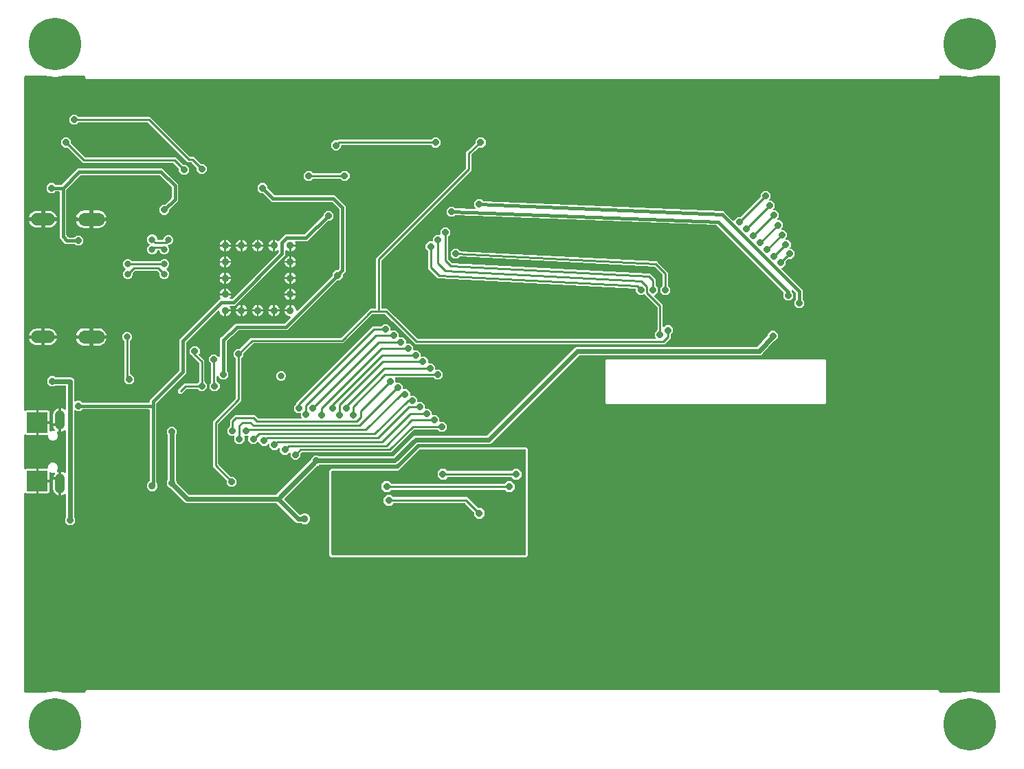
<source format=gbr>
G04 EAGLE Gerber RS-274X export*
G75*
%MOMM*%
%FSLAX34Y34*%
%LPD*%
%INBottom Copper*%
%IPPOS*%
%AMOC8*
5,1,8,0,0,1.08239X$1,22.5*%
G01*
%ADD10C,1.650000*%
%ADD11C,1.500000*%
%ADD12C,0.908000*%
%ADD13C,6.451600*%
%ADD14R,2.500000X2.500000*%
%ADD15C,1.208000*%
%ADD16C,0.400000*%
%ADD17P,0.872839X8X22.500000*%
%ADD18C,0.806400*%
%ADD19C,0.406400*%
%ADD20C,0.250000*%
%ADD21C,0.254000*%
%ADD22C,0.609600*%
%ADD23C,0.906400*%

G36*
X28550Y-1248D02*
X28550Y-1248D01*
X28561Y-1249D01*
X28599Y-1242D01*
X28852Y-1209D01*
X28942Y-1174D01*
X28995Y-1163D01*
X30960Y-392D01*
X43036Y513D01*
X50620Y-1218D01*
X50848Y-1240D01*
X50898Y-1249D01*
X76210Y-1249D01*
X76335Y-1233D01*
X76460Y-1224D01*
X76491Y-1213D01*
X76523Y-1209D01*
X76640Y-1163D01*
X76759Y-1122D01*
X76786Y-1104D01*
X76816Y-1092D01*
X76917Y-1018D01*
X77023Y-949D01*
X77044Y-925D01*
X77070Y-906D01*
X77150Y-808D01*
X77234Y-715D01*
X77249Y-686D01*
X77270Y-661D01*
X77323Y-547D01*
X77381Y-436D01*
X77385Y-410D01*
X77402Y-375D01*
X77458Y-64D01*
X77455Y-25D01*
X77459Y0D01*
X77459Y1052D01*
X78948Y2541D01*
X1128052Y2541D01*
X1129541Y1052D01*
X1129541Y0D01*
X1129557Y-125D01*
X1129566Y-250D01*
X1129577Y-281D01*
X1129581Y-313D01*
X1129627Y-430D01*
X1129668Y-549D01*
X1129686Y-576D01*
X1129698Y-606D01*
X1129772Y-707D01*
X1129841Y-813D01*
X1129865Y-834D01*
X1129884Y-860D01*
X1129982Y-940D01*
X1130075Y-1024D01*
X1130104Y-1039D01*
X1130129Y-1060D01*
X1130243Y-1113D01*
X1130354Y-1171D01*
X1130380Y-1175D01*
X1130415Y-1192D01*
X1130726Y-1248D01*
X1130765Y-1245D01*
X1130790Y-1249D01*
X1155539Y-1249D01*
X1155550Y-1248D01*
X1155561Y-1249D01*
X1155599Y-1242D01*
X1155852Y-1209D01*
X1155942Y-1174D01*
X1155995Y-1163D01*
X1157960Y-392D01*
X1170036Y513D01*
X1177620Y-1218D01*
X1177848Y-1240D01*
X1177898Y-1249D01*
X1203210Y-1249D01*
X1203335Y-1233D01*
X1203460Y-1224D01*
X1203491Y-1213D01*
X1203523Y-1209D01*
X1203640Y-1163D01*
X1203759Y-1122D01*
X1203786Y-1104D01*
X1203816Y-1092D01*
X1203917Y-1018D01*
X1204023Y-949D01*
X1204044Y-925D01*
X1204070Y-906D01*
X1204150Y-808D01*
X1204234Y-715D01*
X1204249Y-686D01*
X1204270Y-661D01*
X1204323Y-547D01*
X1204381Y-436D01*
X1204385Y-410D01*
X1204402Y-375D01*
X1204458Y-64D01*
X1204455Y-25D01*
X1204459Y0D01*
X1204459Y758000D01*
X1204443Y758125D01*
X1204434Y758250D01*
X1204423Y758281D01*
X1204419Y758313D01*
X1204373Y758430D01*
X1204332Y758549D01*
X1204314Y758576D01*
X1204302Y758606D01*
X1204228Y758707D01*
X1204159Y758813D01*
X1204135Y758834D01*
X1204116Y758860D01*
X1204018Y758940D01*
X1203925Y759024D01*
X1203896Y759039D01*
X1203871Y759060D01*
X1203757Y759113D01*
X1203646Y759171D01*
X1203620Y759175D01*
X1203585Y759192D01*
X1203274Y759248D01*
X1203235Y759245D01*
X1203210Y759249D01*
X1177898Y759249D01*
X1177670Y759220D01*
X1177620Y759218D01*
X1170036Y757487D01*
X1157960Y758392D01*
X1155995Y759163D01*
X1155985Y759166D01*
X1155975Y759171D01*
X1155937Y759178D01*
X1155690Y759240D01*
X1155593Y759240D01*
X1155539Y759249D01*
X1130790Y759249D01*
X1130665Y759233D01*
X1130540Y759224D01*
X1130509Y759213D01*
X1130477Y759209D01*
X1130360Y759163D01*
X1130241Y759122D01*
X1130214Y759104D01*
X1130184Y759092D01*
X1130083Y759018D01*
X1129977Y758949D01*
X1129956Y758925D01*
X1129930Y758906D01*
X1129850Y758808D01*
X1129766Y758715D01*
X1129751Y758686D01*
X1129730Y758661D01*
X1129677Y758547D01*
X1129619Y758436D01*
X1129615Y758410D01*
X1129598Y758375D01*
X1129542Y758064D01*
X1129545Y758025D01*
X1129541Y758000D01*
X1129541Y756948D01*
X1128052Y755459D01*
X78948Y755459D01*
X77459Y756948D01*
X77459Y758000D01*
X77443Y758125D01*
X77434Y758250D01*
X77423Y758281D01*
X77419Y758313D01*
X77373Y758430D01*
X77332Y758549D01*
X77314Y758576D01*
X77302Y758606D01*
X77228Y758707D01*
X77159Y758813D01*
X77135Y758834D01*
X77116Y758860D01*
X77018Y758940D01*
X76925Y759024D01*
X76896Y759039D01*
X76871Y759060D01*
X76757Y759113D01*
X76646Y759171D01*
X76620Y759175D01*
X76585Y759192D01*
X76274Y759248D01*
X76235Y759245D01*
X76210Y759249D01*
X50898Y759249D01*
X50670Y759220D01*
X50620Y759218D01*
X43036Y757487D01*
X30960Y758392D01*
X28995Y759163D01*
X28985Y759166D01*
X28975Y759171D01*
X28937Y759178D01*
X28690Y759240D01*
X28593Y759240D01*
X28539Y759249D01*
X3790Y759249D01*
X3665Y759233D01*
X3540Y759224D01*
X3509Y759213D01*
X3477Y759209D01*
X3360Y759163D01*
X3241Y759122D01*
X3214Y759104D01*
X3184Y759092D01*
X3083Y759018D01*
X2977Y758949D01*
X2956Y758925D01*
X2930Y758906D01*
X2850Y758808D01*
X2766Y758715D01*
X2751Y758686D01*
X2730Y758661D01*
X2677Y758547D01*
X2619Y758436D01*
X2615Y758410D01*
X2598Y758375D01*
X2542Y758064D01*
X2545Y758025D01*
X2541Y758000D01*
X2541Y347600D01*
X2558Y347465D01*
X2571Y347329D01*
X2578Y347309D01*
X2581Y347287D01*
X2631Y347161D01*
X2677Y347032D01*
X2690Y347014D01*
X2698Y346994D01*
X2778Y346884D01*
X2855Y346772D01*
X2871Y346757D01*
X2884Y346740D01*
X2990Y346654D01*
X3093Y346564D01*
X3112Y346554D01*
X3129Y346540D01*
X3253Y346483D01*
X3375Y346422D01*
X3396Y346418D01*
X3415Y346409D01*
X3550Y346384D01*
X3683Y346356D01*
X3705Y346357D01*
X3726Y346353D01*
X3862Y346363D01*
X3998Y346369D01*
X4015Y346374D01*
X4040Y346376D01*
X4339Y346478D01*
X4383Y346507D01*
X4415Y346518D01*
X5019Y346868D01*
X5666Y347041D01*
X17001Y347041D01*
X17001Y338790D01*
X17017Y338665D01*
X17026Y338540D01*
X17036Y338509D01*
X17041Y338477D01*
X17087Y338360D01*
X17128Y338241D01*
X17146Y338214D01*
X17158Y338184D01*
X17232Y338083D01*
X17301Y337977D01*
X17325Y337956D01*
X17344Y337930D01*
X17442Y337850D01*
X17535Y337766D01*
X17564Y337751D01*
X17589Y337730D01*
X17703Y337677D01*
X17814Y337619D01*
X17840Y337615D01*
X17875Y337598D01*
X18186Y337542D01*
X18225Y337545D01*
X18250Y337541D01*
X18750Y337541D01*
X18875Y337557D01*
X19000Y337566D01*
X19031Y337577D01*
X19063Y337581D01*
X19180Y337627D01*
X19299Y337668D01*
X19326Y337686D01*
X19356Y337698D01*
X19457Y337772D01*
X19563Y337841D01*
X19584Y337865D01*
X19610Y337884D01*
X19690Y337982D01*
X19774Y338075D01*
X19789Y338104D01*
X19810Y338129D01*
X19863Y338243D01*
X19921Y338354D01*
X19925Y338380D01*
X19942Y338415D01*
X19998Y338726D01*
X19995Y338765D01*
X19999Y338790D01*
X19999Y347041D01*
X31334Y347041D01*
X31981Y346868D01*
X32560Y346533D01*
X33033Y346060D01*
X33368Y345481D01*
X33541Y344834D01*
X33541Y333499D01*
X27828Y333499D01*
X27759Y333490D01*
X27690Y333492D01*
X27603Y333471D01*
X27515Y333459D01*
X27451Y333434D01*
X27383Y333417D01*
X27305Y333375D01*
X27222Y333342D01*
X27166Y333301D01*
X27105Y333268D01*
X27040Y333208D01*
X26968Y333156D01*
X26924Y333102D01*
X26873Y333055D01*
X26825Y332980D01*
X26768Y332911D01*
X26739Y332848D01*
X26702Y332790D01*
X26686Y332731D01*
X26637Y332625D01*
X26600Y332419D01*
X26584Y332363D01*
X26561Y332113D01*
X26567Y331953D01*
X26561Y331887D01*
X26584Y331637D01*
X26599Y331569D01*
X26604Y331500D01*
X26633Y331415D01*
X26652Y331329D01*
X26684Y331267D01*
X26706Y331201D01*
X26755Y331127D01*
X26795Y331048D01*
X26841Y330995D01*
X26880Y330937D01*
X26945Y330878D01*
X27004Y330811D01*
X27062Y330772D01*
X27113Y330726D01*
X27192Y330684D01*
X27266Y330635D01*
X27331Y330611D01*
X27393Y330579D01*
X27453Y330568D01*
X27563Y330529D01*
X27771Y330511D01*
X27828Y330501D01*
X33541Y330501D01*
X33541Y322268D01*
X33548Y322213D01*
X33546Y322158D01*
X33565Y322068D01*
X33566Y322056D01*
X33569Y322048D01*
X33581Y321955D01*
X33601Y321904D01*
X33613Y321850D01*
X33659Y321758D01*
X33698Y321662D01*
X33730Y321618D01*
X33755Y321568D01*
X33823Y321491D01*
X33884Y321408D01*
X33927Y321373D01*
X33963Y321331D01*
X34049Y321274D01*
X34129Y321208D01*
X34179Y321185D01*
X34224Y321154D01*
X34321Y321120D01*
X34415Y321076D01*
X34470Y321067D01*
X34522Y321048D01*
X34624Y321039D01*
X34726Y321020D01*
X34781Y321025D01*
X34836Y321020D01*
X34899Y321034D01*
X35040Y321044D01*
X35196Y321097D01*
X35204Y321100D01*
X35268Y321114D01*
X36298Y321541D01*
X38827Y321541D01*
X38846Y321543D01*
X38866Y321541D01*
X39003Y321563D01*
X39140Y321581D01*
X39158Y321588D01*
X39178Y321591D01*
X39304Y321646D01*
X39433Y321698D01*
X39449Y321709D01*
X39467Y321717D01*
X39576Y321802D01*
X39687Y321884D01*
X39700Y321899D01*
X39715Y321911D01*
X39799Y322021D01*
X39887Y322129D01*
X39895Y322146D01*
X39907Y322162D01*
X39961Y322289D01*
X40019Y322415D01*
X40022Y322435D01*
X40030Y322453D01*
X40050Y322590D01*
X40075Y322726D01*
X40073Y322745D01*
X40076Y322765D01*
X40061Y322902D01*
X40051Y323040D01*
X40045Y323059D01*
X40042Y323078D01*
X40022Y323126D01*
X39949Y323339D01*
X39889Y323430D01*
X39866Y323484D01*
X38896Y324935D01*
X38249Y326497D01*
X38099Y327251D01*
X44751Y327251D01*
X44751Y320599D01*
X43965Y320755D01*
X43945Y320757D01*
X43927Y320762D01*
X43788Y320768D01*
X43650Y320777D01*
X43631Y320774D01*
X43611Y320775D01*
X43476Y320745D01*
X43340Y320720D01*
X43322Y320712D01*
X43303Y320707D01*
X43180Y320645D01*
X43054Y320586D01*
X43039Y320574D01*
X43022Y320565D01*
X42918Y320474D01*
X42811Y320386D01*
X42799Y320370D01*
X42785Y320357D01*
X42707Y320242D01*
X42626Y320130D01*
X42618Y320112D01*
X42607Y320096D01*
X42561Y319965D01*
X42510Y319837D01*
X42508Y319817D01*
X42501Y319799D01*
X42489Y319661D01*
X42472Y319523D01*
X42475Y319504D01*
X42473Y319484D01*
X42484Y319433D01*
X42514Y319211D01*
X42555Y319109D01*
X42567Y319052D01*
X43541Y316702D01*
X43541Y314298D01*
X42621Y312078D01*
X40922Y310379D01*
X38702Y309459D01*
X36298Y309459D01*
X34078Y310379D01*
X32379Y312078D01*
X31459Y314298D01*
X31459Y315710D01*
X31443Y315835D01*
X31434Y315960D01*
X31423Y315991D01*
X31419Y316023D01*
X31373Y316140D01*
X31332Y316259D01*
X31314Y316286D01*
X31302Y316316D01*
X31228Y316417D01*
X31159Y316523D01*
X31135Y316544D01*
X31116Y316570D01*
X31018Y316650D01*
X30925Y316734D01*
X30896Y316749D01*
X30871Y316770D01*
X30757Y316823D01*
X30646Y316881D01*
X30620Y316885D01*
X30585Y316902D01*
X30274Y316958D01*
X30235Y316955D01*
X30210Y316959D01*
X19999Y316959D01*
X19999Y325210D01*
X19983Y325335D01*
X19974Y325460D01*
X19963Y325491D01*
X19959Y325523D01*
X19913Y325640D01*
X19872Y325759D01*
X19854Y325786D01*
X19842Y325816D01*
X19768Y325917D01*
X19699Y326023D01*
X19675Y326044D01*
X19656Y326070D01*
X19558Y326150D01*
X19465Y326234D01*
X19436Y326249D01*
X19411Y326270D01*
X19297Y326323D01*
X19186Y326381D01*
X19160Y326385D01*
X19125Y326402D01*
X18814Y326458D01*
X18775Y326455D01*
X18750Y326459D01*
X18250Y326459D01*
X18125Y326443D01*
X18000Y326434D01*
X17969Y326423D01*
X17937Y326419D01*
X17820Y326373D01*
X17701Y326332D01*
X17674Y326314D01*
X17644Y326302D01*
X17543Y326228D01*
X17437Y326159D01*
X17416Y326135D01*
X17390Y326116D01*
X17310Y326018D01*
X17226Y325925D01*
X17211Y325896D01*
X17190Y325871D01*
X17137Y325757D01*
X17079Y325646D01*
X17075Y325620D01*
X17058Y325585D01*
X17002Y325274D01*
X17005Y325235D01*
X17001Y325210D01*
X17001Y316959D01*
X5666Y316959D01*
X5019Y317132D01*
X4415Y317482D01*
X4289Y317534D01*
X4165Y317591D01*
X4144Y317595D01*
X4124Y317604D01*
X3988Y317623D01*
X3854Y317647D01*
X3833Y317646D01*
X3811Y317649D01*
X3676Y317634D01*
X3540Y317624D01*
X3519Y317617D01*
X3498Y317614D01*
X3370Y317566D01*
X3241Y317522D01*
X3223Y317510D01*
X3203Y317502D01*
X3091Y317424D01*
X2977Y317348D01*
X2963Y317333D01*
X2945Y317320D01*
X2857Y317216D01*
X2766Y317115D01*
X2756Y317095D01*
X2742Y317079D01*
X2683Y316956D01*
X2619Y316835D01*
X2616Y316818D01*
X2605Y316795D01*
X2544Y316485D01*
X2547Y316433D01*
X2541Y316400D01*
X2541Y275600D01*
X2558Y275465D01*
X2571Y275329D01*
X2578Y275309D01*
X2581Y275287D01*
X2631Y275161D01*
X2677Y275032D01*
X2690Y275014D01*
X2698Y274994D01*
X2778Y274884D01*
X2855Y274772D01*
X2871Y274757D01*
X2884Y274740D01*
X2990Y274654D01*
X3093Y274564D01*
X3112Y274554D01*
X3129Y274540D01*
X3253Y274483D01*
X3375Y274422D01*
X3396Y274418D01*
X3415Y274409D01*
X3550Y274384D01*
X3683Y274356D01*
X3705Y274357D01*
X3726Y274353D01*
X3862Y274363D01*
X3998Y274369D01*
X4015Y274374D01*
X4040Y274376D01*
X4339Y274478D01*
X4383Y274507D01*
X4415Y274518D01*
X5019Y274868D01*
X5666Y275041D01*
X17001Y275041D01*
X17001Y266790D01*
X17017Y266665D01*
X17026Y266540D01*
X17036Y266509D01*
X17041Y266477D01*
X17087Y266360D01*
X17128Y266241D01*
X17146Y266214D01*
X17158Y266184D01*
X17232Y266083D01*
X17301Y265977D01*
X17325Y265956D01*
X17344Y265930D01*
X17442Y265850D01*
X17535Y265766D01*
X17564Y265751D01*
X17589Y265730D01*
X17703Y265677D01*
X17814Y265619D01*
X17840Y265615D01*
X17875Y265598D01*
X18186Y265542D01*
X18225Y265545D01*
X18250Y265541D01*
X18750Y265541D01*
X18875Y265557D01*
X19000Y265566D01*
X19031Y265577D01*
X19063Y265581D01*
X19180Y265627D01*
X19299Y265668D01*
X19326Y265686D01*
X19356Y265698D01*
X19457Y265772D01*
X19563Y265841D01*
X19584Y265865D01*
X19610Y265884D01*
X19690Y265982D01*
X19774Y266075D01*
X19789Y266104D01*
X19810Y266129D01*
X19863Y266243D01*
X19921Y266354D01*
X19925Y266380D01*
X19942Y266415D01*
X19998Y266726D01*
X19995Y266765D01*
X19999Y266790D01*
X19999Y275041D01*
X30210Y275041D01*
X30335Y275057D01*
X30460Y275066D01*
X30491Y275077D01*
X30523Y275081D01*
X30640Y275127D01*
X30759Y275168D01*
X30786Y275186D01*
X30816Y275198D01*
X30917Y275272D01*
X31023Y275341D01*
X31044Y275365D01*
X31070Y275384D01*
X31150Y275482D01*
X31234Y275575D01*
X31249Y275604D01*
X31270Y275629D01*
X31323Y275743D01*
X31381Y275854D01*
X31385Y275880D01*
X31402Y275915D01*
X31458Y276226D01*
X31455Y276265D01*
X31459Y276290D01*
X31459Y277702D01*
X32379Y279922D01*
X34078Y281621D01*
X36298Y282541D01*
X38702Y282541D01*
X40922Y281621D01*
X42621Y279922D01*
X43541Y277702D01*
X43541Y275298D01*
X42567Y272948D01*
X42562Y272929D01*
X42553Y272912D01*
X42521Y272777D01*
X42484Y272644D01*
X42484Y272624D01*
X42479Y272605D01*
X42482Y272467D01*
X42480Y272328D01*
X42485Y272309D01*
X42485Y272289D01*
X42522Y272156D01*
X42555Y272022D01*
X42564Y272004D01*
X42570Y271985D01*
X42639Y271866D01*
X42705Y271744D01*
X42718Y271729D01*
X42728Y271712D01*
X42825Y271614D01*
X42919Y271512D01*
X42936Y271502D01*
X42949Y271488D01*
X43067Y271417D01*
X43184Y271342D01*
X43203Y271336D01*
X43220Y271326D01*
X43352Y271287D01*
X43484Y271243D01*
X43504Y271242D01*
X43523Y271236D01*
X43575Y271237D01*
X43799Y271223D01*
X43906Y271244D01*
X43965Y271245D01*
X44751Y271401D01*
X44751Y264749D01*
X38099Y264749D01*
X38249Y265503D01*
X38896Y267065D01*
X39866Y268516D01*
X39874Y268533D01*
X39887Y268549D01*
X39945Y268675D01*
X40006Y268798D01*
X40011Y268817D01*
X40019Y268835D01*
X40043Y268971D01*
X40072Y269107D01*
X40071Y269127D01*
X40075Y269146D01*
X40064Y269283D01*
X40058Y269422D01*
X40052Y269441D01*
X40051Y269460D01*
X40006Y269591D01*
X39966Y269724D01*
X39955Y269740D01*
X39949Y269759D01*
X39873Y269875D01*
X39801Y269993D01*
X39787Y270006D01*
X39776Y270023D01*
X39673Y270116D01*
X39574Y270212D01*
X39557Y270221D01*
X39542Y270234D01*
X39419Y270299D01*
X39299Y270367D01*
X39280Y270372D01*
X39262Y270381D01*
X39211Y270390D01*
X38994Y270448D01*
X38885Y270449D01*
X38827Y270459D01*
X36298Y270459D01*
X35268Y270886D01*
X35215Y270901D01*
X35165Y270924D01*
X35063Y270942D01*
X34964Y270969D01*
X34908Y270970D01*
X34854Y270980D01*
X34751Y270972D01*
X34648Y270973D01*
X34595Y270960D01*
X34540Y270956D01*
X34442Y270923D01*
X34342Y270898D01*
X34293Y270872D01*
X34241Y270854D01*
X34155Y270797D01*
X34064Y270749D01*
X34023Y270711D01*
X33977Y270681D01*
X33908Y270604D01*
X33832Y270534D01*
X33803Y270488D01*
X33766Y270447D01*
X33718Y270355D01*
X33662Y270269D01*
X33645Y270216D01*
X33619Y270167D01*
X33608Y270103D01*
X33563Y269969D01*
X33552Y269796D01*
X33541Y269732D01*
X33541Y261499D01*
X27828Y261499D01*
X27759Y261490D01*
X27690Y261492D01*
X27603Y261471D01*
X27515Y261459D01*
X27451Y261434D01*
X27383Y261417D01*
X27305Y261375D01*
X27222Y261342D01*
X27166Y261301D01*
X27105Y261268D01*
X27040Y261208D01*
X26968Y261156D01*
X26924Y261102D01*
X26873Y261055D01*
X26825Y260980D01*
X26768Y260911D01*
X26739Y260848D01*
X26702Y260790D01*
X26686Y260731D01*
X26637Y260625D01*
X26600Y260419D01*
X26584Y260363D01*
X26561Y260113D01*
X26567Y259953D01*
X26561Y259887D01*
X26584Y259637D01*
X26599Y259569D01*
X26604Y259500D01*
X26633Y259415D01*
X26652Y259329D01*
X26684Y259267D01*
X26706Y259201D01*
X26755Y259127D01*
X26795Y259048D01*
X26841Y258995D01*
X26880Y258937D01*
X26945Y258878D01*
X27004Y258811D01*
X27062Y258772D01*
X27113Y258726D01*
X27192Y258684D01*
X27266Y258635D01*
X27331Y258611D01*
X27393Y258579D01*
X27453Y258568D01*
X27563Y258529D01*
X27771Y258511D01*
X27828Y258501D01*
X33541Y258501D01*
X33541Y247166D01*
X33368Y246519D01*
X33033Y245940D01*
X32560Y245467D01*
X31981Y245132D01*
X31334Y244959D01*
X19999Y244959D01*
X19999Y253210D01*
X19983Y253335D01*
X19974Y253460D01*
X19963Y253491D01*
X19959Y253523D01*
X19913Y253640D01*
X19872Y253759D01*
X19854Y253786D01*
X19842Y253816D01*
X19768Y253917D01*
X19699Y254023D01*
X19675Y254044D01*
X19656Y254070D01*
X19558Y254150D01*
X19465Y254234D01*
X19436Y254249D01*
X19411Y254270D01*
X19297Y254323D01*
X19186Y254381D01*
X19160Y254385D01*
X19125Y254402D01*
X18814Y254458D01*
X18775Y254455D01*
X18750Y254459D01*
X18250Y254459D01*
X18125Y254443D01*
X18000Y254434D01*
X17969Y254423D01*
X17937Y254419D01*
X17820Y254373D01*
X17701Y254332D01*
X17674Y254314D01*
X17644Y254302D01*
X17543Y254228D01*
X17437Y254159D01*
X17416Y254135D01*
X17390Y254116D01*
X17310Y254018D01*
X17226Y253925D01*
X17211Y253896D01*
X17190Y253871D01*
X17137Y253757D01*
X17079Y253646D01*
X17075Y253620D01*
X17058Y253585D01*
X17002Y253274D01*
X17005Y253235D01*
X17001Y253210D01*
X17001Y244959D01*
X5666Y244959D01*
X5019Y245132D01*
X4415Y245482D01*
X4289Y245534D01*
X4165Y245591D01*
X4144Y245595D01*
X4124Y245604D01*
X3988Y245623D01*
X3854Y245647D01*
X3833Y245646D01*
X3811Y245649D01*
X3676Y245634D01*
X3540Y245624D01*
X3519Y245617D01*
X3498Y245614D01*
X3370Y245566D01*
X3241Y245522D01*
X3223Y245510D01*
X3203Y245502D01*
X3091Y245424D01*
X2977Y245348D01*
X2963Y245333D01*
X2945Y245320D01*
X2857Y245216D01*
X2766Y245115D01*
X2756Y245095D01*
X2742Y245079D01*
X2683Y244956D01*
X2619Y244835D01*
X2616Y244818D01*
X2605Y244795D01*
X2544Y244485D01*
X2547Y244433D01*
X2541Y244400D01*
X2541Y0D01*
X2557Y-125D01*
X2566Y-250D01*
X2577Y-281D01*
X2581Y-313D01*
X2627Y-430D01*
X2668Y-549D01*
X2686Y-576D01*
X2698Y-606D01*
X2772Y-707D01*
X2841Y-813D01*
X2865Y-834D01*
X2884Y-860D01*
X2982Y-940D01*
X3075Y-1024D01*
X3104Y-1039D01*
X3129Y-1060D01*
X3243Y-1113D01*
X3354Y-1171D01*
X3380Y-1175D01*
X3415Y-1192D01*
X3726Y-1248D01*
X3765Y-1245D01*
X3790Y-1249D01*
X28539Y-1249D01*
X28550Y-1248D01*
G37*
%LPC*%
G36*
X380692Y166189D02*
X380692Y166189D01*
X378459Y168422D01*
X378459Y272858D01*
X380692Y275091D01*
X461454Y275091D01*
X461563Y275105D01*
X461673Y275110D01*
X461719Y275124D01*
X461767Y275131D01*
X461869Y275171D01*
X461974Y275204D01*
X462005Y275226D01*
X462060Y275248D01*
X462314Y275434D01*
X462327Y275449D01*
X462337Y275457D01*
X488642Y301761D01*
X620818Y301761D01*
X623051Y299528D01*
X623051Y168422D01*
X620818Y166189D01*
X380692Y166189D01*
G37*
%LPD*%
G36*
X619358Y168746D02*
X619358Y168746D01*
X619477Y168753D01*
X619515Y168766D01*
X619556Y168771D01*
X619666Y168814D01*
X619779Y168851D01*
X619814Y168873D01*
X619851Y168888D01*
X619947Y168958D01*
X620048Y169021D01*
X620076Y169051D01*
X620109Y169074D01*
X620185Y169166D01*
X620266Y169253D01*
X620286Y169288D01*
X620311Y169319D01*
X620362Y169427D01*
X620420Y169531D01*
X620430Y169571D01*
X620447Y169607D01*
X620469Y169724D01*
X620499Y169839D01*
X620503Y169900D01*
X620507Y169920D01*
X620505Y169940D01*
X620509Y170000D01*
X620509Y297950D01*
X620494Y298068D01*
X620487Y298187D01*
X620474Y298225D01*
X620469Y298266D01*
X620426Y298376D01*
X620389Y298489D01*
X620367Y298524D01*
X620352Y298561D01*
X620283Y298657D01*
X620219Y298758D01*
X620189Y298786D01*
X620166Y298819D01*
X620074Y298895D01*
X619987Y298976D01*
X619952Y298996D01*
X619921Y299021D01*
X619813Y299072D01*
X619709Y299130D01*
X619669Y299140D01*
X619633Y299157D01*
X619516Y299179D01*
X619401Y299209D01*
X619341Y299213D01*
X619321Y299217D01*
X619300Y299215D01*
X619240Y299219D01*
X490220Y299219D01*
X490122Y299207D01*
X490023Y299204D01*
X489965Y299187D01*
X489904Y299179D01*
X489812Y299143D01*
X489717Y299115D01*
X489665Y299085D01*
X489609Y299062D01*
X489529Y299004D01*
X489443Y298954D01*
X489368Y298888D01*
X489351Y298876D01*
X489344Y298866D01*
X489323Y298848D01*
X463024Y272549D01*
X382270Y272549D01*
X382152Y272534D01*
X382033Y272527D01*
X381995Y272514D01*
X381954Y272509D01*
X381844Y272466D01*
X381731Y272429D01*
X381696Y272407D01*
X381659Y272392D01*
X381563Y272323D01*
X381462Y272259D01*
X381434Y272229D01*
X381401Y272206D01*
X381326Y272114D01*
X381244Y272027D01*
X381224Y271992D01*
X381199Y271961D01*
X381148Y271853D01*
X381090Y271749D01*
X381080Y271709D01*
X381063Y271673D01*
X381041Y271556D01*
X381011Y271441D01*
X381007Y271381D01*
X381003Y271361D01*
X381005Y271340D01*
X381001Y271280D01*
X381001Y170000D01*
X381016Y169882D01*
X381023Y169763D01*
X381036Y169725D01*
X381041Y169684D01*
X381084Y169574D01*
X381121Y169461D01*
X381143Y169426D01*
X381158Y169389D01*
X381228Y169293D01*
X381291Y169192D01*
X381321Y169164D01*
X381344Y169131D01*
X381436Y169056D01*
X381523Y168974D01*
X381558Y168954D01*
X381589Y168929D01*
X381697Y168878D01*
X381801Y168820D01*
X381841Y168810D01*
X381877Y168793D01*
X381994Y168771D01*
X382109Y168741D01*
X382170Y168737D01*
X382190Y168733D01*
X382210Y168735D01*
X382270Y168731D01*
X619240Y168731D01*
X619358Y168746D01*
G37*
%LPC*%
G36*
X333988Y286435D02*
X333988Y286435D01*
X330435Y289988D01*
X330435Y293843D01*
X330417Y293983D01*
X330403Y294124D01*
X330397Y294140D01*
X330395Y294155D01*
X330343Y294287D01*
X330294Y294420D01*
X330284Y294433D01*
X330278Y294449D01*
X330194Y294563D01*
X330114Y294679D01*
X330101Y294690D01*
X330092Y294703D01*
X329982Y294793D01*
X329874Y294885D01*
X329860Y294892D01*
X329847Y294902D01*
X329718Y294962D01*
X329591Y295024D01*
X329575Y295027D01*
X329561Y295034D01*
X329421Y295059D01*
X329282Y295088D01*
X329266Y295087D01*
X329250Y295090D01*
X329109Y295079D01*
X328967Y295072D01*
X328952Y295068D01*
X328936Y295066D01*
X328801Y295021D01*
X328666Y294978D01*
X328655Y294971D01*
X328637Y294965D01*
X328373Y294791D01*
X328333Y294747D01*
X328303Y294726D01*
X326012Y292435D01*
X320988Y292435D01*
X317435Y295988D01*
X317435Y299843D01*
X317417Y299983D01*
X317414Y300017D01*
X317410Y300070D01*
X317408Y300076D01*
X317403Y300124D01*
X317397Y300140D01*
X317395Y300155D01*
X317343Y300287D01*
X317294Y300420D01*
X317284Y300433D01*
X317278Y300449D01*
X317194Y300563D01*
X317114Y300679D01*
X317101Y300690D01*
X317092Y300703D01*
X316982Y300793D01*
X316874Y300885D01*
X316860Y300892D01*
X316847Y300902D01*
X316718Y300962D01*
X316591Y301024D01*
X316575Y301027D01*
X316561Y301034D01*
X316421Y301059D01*
X316282Y301088D01*
X316266Y301087D01*
X316250Y301090D01*
X316109Y301079D01*
X315967Y301072D01*
X315952Y301068D01*
X315936Y301066D01*
X315801Y301021D01*
X315666Y300978D01*
X315655Y300971D01*
X315637Y300965D01*
X315558Y300913D01*
X315558Y300912D01*
X315557Y300912D01*
X315373Y300791D01*
X315335Y300750D01*
X315314Y300734D01*
X315303Y300726D01*
X313012Y298435D01*
X307988Y298435D01*
X304435Y301988D01*
X304435Y304843D01*
X304417Y304983D01*
X304413Y305026D01*
X304410Y305067D01*
X304408Y305072D01*
X304403Y305124D01*
X304397Y305140D01*
X304395Y305155D01*
X304343Y305287D01*
X304294Y305420D01*
X304284Y305433D01*
X304278Y305449D01*
X304194Y305563D01*
X304114Y305679D01*
X304101Y305690D01*
X304092Y305703D01*
X303982Y305793D01*
X303874Y305885D01*
X303860Y305892D01*
X303847Y305902D01*
X303718Y305962D01*
X303591Y306024D01*
X303575Y306027D01*
X303561Y306034D01*
X303421Y306059D01*
X303282Y306088D01*
X303266Y306087D01*
X303250Y306090D01*
X303109Y306079D01*
X302967Y306072D01*
X302952Y306068D01*
X302936Y306066D01*
X302801Y306021D01*
X302666Y305978D01*
X302655Y305971D01*
X302637Y305965D01*
X302373Y305791D01*
X302333Y305747D01*
X302303Y305726D01*
X300012Y303435D01*
X294988Y303435D01*
X291415Y307008D01*
X291403Y307124D01*
X291397Y307140D01*
X291395Y307155D01*
X291343Y307287D01*
X291294Y307420D01*
X291284Y307433D01*
X291278Y307449D01*
X291194Y307563D01*
X291114Y307679D01*
X291101Y307690D01*
X291092Y307703D01*
X290982Y307793D01*
X290874Y307885D01*
X290860Y307892D01*
X290847Y307902D01*
X290718Y307962D01*
X290591Y308024D01*
X290575Y308027D01*
X290561Y308034D01*
X290421Y308059D01*
X290282Y308088D01*
X290266Y308087D01*
X290250Y308090D01*
X290109Y308079D01*
X289967Y308072D01*
X289952Y308068D01*
X289936Y308066D01*
X289801Y308021D01*
X289666Y307978D01*
X289655Y307971D01*
X289637Y307965D01*
X289373Y307791D01*
X289333Y307747D01*
X289303Y307726D01*
X287012Y305435D01*
X281988Y305435D01*
X278435Y308988D01*
X278435Y314090D01*
X278475Y314182D01*
X278534Y314311D01*
X278537Y314327D01*
X278543Y314342D01*
X278565Y314483D01*
X278590Y314622D01*
X278589Y314638D01*
X278591Y314654D01*
X278577Y314795D01*
X278566Y314936D01*
X278561Y314952D01*
X278560Y314968D01*
X278510Y315101D01*
X278465Y315235D01*
X278456Y315249D01*
X278450Y315264D01*
X278369Y315380D01*
X278291Y315499D01*
X278279Y315509D01*
X278270Y315523D01*
X278163Y315615D01*
X278057Y315710D01*
X278043Y315718D01*
X278031Y315728D01*
X277904Y315791D01*
X277778Y315857D01*
X277765Y315859D01*
X277748Y315868D01*
X277439Y315932D01*
X277379Y315929D01*
X277343Y315935D01*
X274657Y315935D01*
X274517Y315917D01*
X274376Y315903D01*
X274360Y315897D01*
X274345Y315895D01*
X274213Y315843D01*
X274080Y315794D01*
X274066Y315784D01*
X274051Y315778D01*
X273937Y315694D01*
X273821Y315614D01*
X273810Y315601D01*
X273797Y315592D01*
X273707Y315482D01*
X273615Y315374D01*
X273608Y315360D01*
X273598Y315347D01*
X273538Y315218D01*
X273476Y315091D01*
X273473Y315075D01*
X273466Y315061D01*
X273441Y314921D01*
X273412Y314782D01*
X273413Y314766D01*
X273410Y314750D01*
X273421Y314608D01*
X273428Y314467D01*
X273432Y314452D01*
X273434Y314436D01*
X273479Y314301D01*
X273522Y314166D01*
X273529Y314155D01*
X273535Y314137D01*
X273565Y314092D01*
X273565Y308988D01*
X270012Y305435D01*
X264988Y305435D01*
X261435Y308988D01*
X261435Y314090D01*
X261475Y314182D01*
X261534Y314311D01*
X261537Y314327D01*
X261543Y314342D01*
X261565Y314483D01*
X261590Y314622D01*
X261589Y314638D01*
X261591Y314654D01*
X261577Y314795D01*
X261566Y314936D01*
X261561Y314952D01*
X261560Y314968D01*
X261510Y315101D01*
X261465Y315235D01*
X261456Y315249D01*
X261450Y315264D01*
X261369Y315380D01*
X261291Y315499D01*
X261279Y315509D01*
X261270Y315523D01*
X261163Y315615D01*
X261057Y315710D01*
X261043Y315718D01*
X261031Y315728D01*
X260904Y315791D01*
X260778Y315857D01*
X260765Y315859D01*
X260748Y315868D01*
X260439Y315932D01*
X260379Y315929D01*
X260343Y315935D01*
X256488Y315935D01*
X252935Y319488D01*
X252935Y324512D01*
X255331Y326908D01*
X255399Y326995D01*
X255472Y327077D01*
X255495Y327119D01*
X255525Y327158D01*
X255568Y327259D01*
X255619Y327356D01*
X255626Y327393D01*
X255649Y327448D01*
X255697Y327759D01*
X255695Y327779D01*
X255697Y327792D01*
X255697Y335368D01*
X261632Y341303D01*
X286368Y341303D01*
X290502Y337169D01*
X290589Y337101D01*
X290671Y337028D01*
X290713Y337005D01*
X290752Y336975D01*
X290853Y336932D01*
X290950Y336881D01*
X290987Y336874D01*
X291042Y336851D01*
X291353Y336803D01*
X291373Y336805D01*
X291386Y336803D01*
X343105Y336803D01*
X343245Y336821D01*
X343386Y336835D01*
X343402Y336841D01*
X343417Y336843D01*
X343549Y336895D01*
X343682Y336944D01*
X343696Y336954D01*
X343711Y336960D01*
X343825Y337043D01*
X343941Y337124D01*
X343952Y337137D01*
X343965Y337146D01*
X344054Y337256D01*
X344147Y337364D01*
X344154Y337378D01*
X344164Y337391D01*
X344224Y337520D01*
X344286Y337647D01*
X344289Y337663D01*
X344296Y337677D01*
X344321Y337817D01*
X344350Y337956D01*
X344349Y337972D01*
X344352Y337988D01*
X344341Y338129D01*
X344334Y338271D01*
X344330Y338286D01*
X344328Y338302D01*
X344283Y338437D01*
X344240Y338572D01*
X344233Y338583D01*
X344227Y338601D01*
X344053Y338865D01*
X344009Y338905D01*
X343988Y338935D01*
X343435Y339488D01*
X343435Y342686D01*
X343419Y342811D01*
X343410Y342936D01*
X343399Y342967D01*
X343395Y342999D01*
X343349Y343116D01*
X343308Y343235D01*
X343290Y343262D01*
X343278Y343292D01*
X343204Y343393D01*
X343135Y343499D01*
X343111Y343520D01*
X343092Y343546D01*
X342994Y343626D01*
X342901Y343710D01*
X342872Y343725D01*
X342847Y343746D01*
X342733Y343799D01*
X342622Y343857D01*
X342596Y343861D01*
X342561Y343878D01*
X342250Y343934D01*
X342211Y343931D01*
X342186Y343935D01*
X338488Y343935D01*
X334935Y347488D01*
X334935Y352512D01*
X337331Y354908D01*
X337399Y354995D01*
X337472Y355077D01*
X337495Y355119D01*
X337525Y355158D01*
X337568Y355259D01*
X337619Y355356D01*
X337626Y355393D01*
X337649Y355448D01*
X337697Y355759D01*
X337695Y355779D01*
X337697Y355792D01*
X337697Y356368D01*
X431632Y450303D01*
X441708Y450303D01*
X441817Y450317D01*
X441927Y450322D01*
X441974Y450336D01*
X442021Y450343D01*
X442124Y450383D01*
X442228Y450416D01*
X442259Y450438D01*
X442314Y450460D01*
X442569Y450646D01*
X442581Y450661D01*
X442592Y450669D01*
X444988Y453065D01*
X450012Y453065D01*
X453565Y449512D01*
X453565Y446314D01*
X453581Y446189D01*
X453590Y446064D01*
X453601Y446033D01*
X453605Y446001D01*
X453651Y445884D01*
X453692Y445765D01*
X453710Y445738D01*
X453722Y445708D01*
X453796Y445607D01*
X453865Y445501D01*
X453889Y445480D01*
X453908Y445454D01*
X454006Y445374D01*
X454099Y445290D01*
X454128Y445275D01*
X454153Y445254D01*
X454267Y445201D01*
X454378Y445143D01*
X454404Y445139D01*
X454439Y445122D01*
X454750Y445066D01*
X454789Y445069D01*
X454814Y445065D01*
X460012Y445065D01*
X463565Y441512D01*
X463565Y438314D01*
X463581Y438189D01*
X463590Y438064D01*
X463601Y438033D01*
X463605Y438001D01*
X463651Y437884D01*
X463692Y437765D01*
X463710Y437738D01*
X463722Y437708D01*
X463796Y437607D01*
X463865Y437501D01*
X463889Y437480D01*
X463908Y437454D01*
X464006Y437374D01*
X464099Y437290D01*
X464128Y437275D01*
X464153Y437254D01*
X464267Y437201D01*
X464378Y437143D01*
X464404Y437139D01*
X464439Y437122D01*
X464750Y437066D01*
X464789Y437069D01*
X464814Y437065D01*
X469012Y437065D01*
X472565Y433512D01*
X472565Y430314D01*
X472581Y430189D01*
X472590Y430064D01*
X472601Y430033D01*
X472605Y430001D01*
X472651Y429884D01*
X472692Y429765D01*
X472710Y429738D01*
X472722Y429708D01*
X472796Y429607D01*
X472865Y429501D01*
X472889Y429480D01*
X472908Y429454D01*
X473006Y429374D01*
X473099Y429290D01*
X473128Y429275D01*
X473153Y429254D01*
X473267Y429201D01*
X473378Y429143D01*
X473404Y429139D01*
X473439Y429122D01*
X473750Y429066D01*
X473789Y429069D01*
X473814Y429065D01*
X478012Y429065D01*
X481565Y425512D01*
X481565Y422314D01*
X481581Y422189D01*
X481590Y422064D01*
X481601Y422033D01*
X481605Y422001D01*
X481651Y421884D01*
X481692Y421765D01*
X481710Y421738D01*
X481722Y421708D01*
X481796Y421607D01*
X481865Y421501D01*
X481889Y421480D01*
X481908Y421454D01*
X482006Y421374D01*
X482099Y421290D01*
X482128Y421275D01*
X482153Y421254D01*
X482267Y421201D01*
X482378Y421143D01*
X482404Y421139D01*
X482439Y421122D01*
X482750Y421066D01*
X482789Y421069D01*
X482814Y421065D01*
X487012Y421065D01*
X490565Y417512D01*
X490565Y414314D01*
X490581Y414189D01*
X490590Y414064D01*
X490601Y414033D01*
X490605Y414001D01*
X490651Y413884D01*
X490692Y413765D01*
X490710Y413738D01*
X490722Y413708D01*
X490796Y413607D01*
X490865Y413501D01*
X490889Y413480D01*
X490908Y413454D01*
X491006Y413374D01*
X491099Y413290D01*
X491128Y413275D01*
X491153Y413254D01*
X491267Y413201D01*
X491378Y413143D01*
X491404Y413139D01*
X491439Y413122D01*
X491750Y413066D01*
X491789Y413069D01*
X491814Y413065D01*
X496012Y413065D01*
X499565Y409512D01*
X499565Y406314D01*
X499581Y406189D01*
X499590Y406064D01*
X499601Y406033D01*
X499605Y406001D01*
X499651Y405884D01*
X499692Y405765D01*
X499710Y405738D01*
X499722Y405708D01*
X499796Y405607D01*
X499865Y405501D01*
X499889Y405480D01*
X499908Y405454D01*
X500006Y405374D01*
X500099Y405290D01*
X500128Y405275D01*
X500153Y405254D01*
X500267Y405201D01*
X500378Y405143D01*
X500404Y405139D01*
X500439Y405122D01*
X500750Y405066D01*
X500789Y405069D01*
X500814Y405065D01*
X505012Y405065D01*
X508565Y401512D01*
X508565Y398314D01*
X508581Y398189D01*
X508590Y398064D01*
X508601Y398033D01*
X508605Y398001D01*
X508651Y397884D01*
X508692Y397765D01*
X508710Y397738D01*
X508722Y397708D01*
X508796Y397607D01*
X508865Y397501D01*
X508889Y397480D01*
X508908Y397454D01*
X509006Y397374D01*
X509099Y397290D01*
X509128Y397275D01*
X509153Y397254D01*
X509267Y397201D01*
X509378Y397143D01*
X509404Y397139D01*
X509439Y397122D01*
X509750Y397066D01*
X509789Y397069D01*
X509814Y397065D01*
X514012Y397065D01*
X517565Y393512D01*
X517565Y388488D01*
X514012Y384935D01*
X508988Y384935D01*
X506592Y387331D01*
X506505Y387399D01*
X506423Y387472D01*
X506381Y387495D01*
X506342Y387525D01*
X506241Y387568D01*
X506144Y387619D01*
X506107Y387626D01*
X506052Y387649D01*
X505741Y387697D01*
X505721Y387695D01*
X505708Y387697D01*
X460395Y387697D01*
X460255Y387679D01*
X460114Y387665D01*
X460098Y387659D01*
X460083Y387657D01*
X459951Y387605D01*
X459818Y387556D01*
X459805Y387546D01*
X459789Y387540D01*
X459675Y387456D01*
X459559Y387376D01*
X459548Y387363D01*
X459535Y387354D01*
X459445Y387244D01*
X459353Y387136D01*
X459346Y387122D01*
X459336Y387109D01*
X459276Y386981D01*
X459214Y386853D01*
X459210Y386837D01*
X459204Y386823D01*
X459179Y386683D01*
X459150Y386544D01*
X459151Y386528D01*
X459148Y386512D01*
X459159Y386371D01*
X459166Y386229D01*
X459170Y386214D01*
X459172Y386198D01*
X459217Y386063D01*
X459260Y385928D01*
X459267Y385917D01*
X459273Y385899D01*
X459447Y385635D01*
X459491Y385595D01*
X459512Y385565D01*
X459565Y385512D01*
X459565Y382314D01*
X459581Y382189D01*
X459590Y382064D01*
X459601Y382033D01*
X459605Y382001D01*
X459651Y381884D01*
X459692Y381765D01*
X459710Y381738D01*
X459722Y381708D01*
X459796Y381607D01*
X459865Y381501D01*
X459889Y381480D01*
X459908Y381454D01*
X460006Y381374D01*
X460099Y381290D01*
X460128Y381275D01*
X460153Y381254D01*
X460267Y381201D01*
X460378Y381143D01*
X460404Y381139D01*
X460439Y381122D01*
X460750Y381066D01*
X460789Y381069D01*
X460814Y381065D01*
X465012Y381065D01*
X468565Y377512D01*
X468565Y374314D01*
X468581Y374189D01*
X468590Y374064D01*
X468601Y374033D01*
X468605Y374001D01*
X468651Y373884D01*
X468692Y373765D01*
X468710Y373738D01*
X468722Y373708D01*
X468796Y373606D01*
X468865Y373501D01*
X468889Y373480D01*
X468908Y373454D01*
X469006Y373374D01*
X469099Y373290D01*
X469128Y373275D01*
X469153Y373254D01*
X469267Y373201D01*
X469378Y373143D01*
X469404Y373139D01*
X469439Y373122D01*
X469750Y373066D01*
X469789Y373069D01*
X469814Y373065D01*
X474012Y373065D01*
X477565Y369512D01*
X477565Y366314D01*
X477581Y366189D01*
X477590Y366064D01*
X477601Y366033D01*
X477605Y366001D01*
X477651Y365884D01*
X477692Y365765D01*
X477710Y365738D01*
X477722Y365708D01*
X477796Y365607D01*
X477865Y365501D01*
X477889Y365480D01*
X477908Y365454D01*
X478006Y365374D01*
X478099Y365290D01*
X478128Y365275D01*
X478153Y365254D01*
X478267Y365201D01*
X478378Y365143D01*
X478404Y365139D01*
X478439Y365122D01*
X478750Y365066D01*
X478789Y365069D01*
X478814Y365065D01*
X483012Y365065D01*
X486565Y361512D01*
X486565Y358314D01*
X486581Y358189D01*
X486590Y358064D01*
X486601Y358033D01*
X486605Y358001D01*
X486651Y357884D01*
X486692Y357765D01*
X486710Y357738D01*
X486722Y357708D01*
X486796Y357607D01*
X486865Y357501D01*
X486889Y357480D01*
X486908Y357454D01*
X487006Y357374D01*
X487099Y357290D01*
X487128Y357275D01*
X487153Y357254D01*
X487267Y357201D01*
X487378Y357143D01*
X487404Y357139D01*
X487439Y357122D01*
X487750Y357066D01*
X487789Y357069D01*
X487814Y357065D01*
X492012Y357065D01*
X495565Y353512D01*
X495565Y350314D01*
X495581Y350189D01*
X495590Y350064D01*
X495601Y350033D01*
X495605Y350001D01*
X495651Y349884D01*
X495692Y349765D01*
X495710Y349738D01*
X495722Y349708D01*
X495796Y349607D01*
X495865Y349501D01*
X495889Y349480D01*
X495908Y349454D01*
X496006Y349374D01*
X496099Y349290D01*
X496128Y349275D01*
X496153Y349254D01*
X496267Y349201D01*
X496378Y349143D01*
X496404Y349139D01*
X496439Y349122D01*
X496750Y349066D01*
X496789Y349069D01*
X496814Y349065D01*
X501012Y349065D01*
X504565Y345512D01*
X504565Y342314D01*
X504581Y342189D01*
X504590Y342064D01*
X504601Y342033D01*
X504605Y342001D01*
X504651Y341884D01*
X504692Y341765D01*
X504710Y341738D01*
X504722Y341708D01*
X504796Y341607D01*
X504865Y341501D01*
X504889Y341480D01*
X504908Y341454D01*
X505006Y341374D01*
X505099Y341290D01*
X505128Y341275D01*
X505153Y341254D01*
X505267Y341201D01*
X505378Y341143D01*
X505404Y341139D01*
X505439Y341122D01*
X505750Y341066D01*
X505789Y341069D01*
X505814Y341065D01*
X510012Y341065D01*
X513565Y337512D01*
X513565Y334314D01*
X513581Y334189D01*
X513590Y334064D01*
X513601Y334033D01*
X513605Y334001D01*
X513651Y333884D01*
X513692Y333765D01*
X513710Y333738D01*
X513722Y333708D01*
X513796Y333607D01*
X513865Y333501D01*
X513889Y333480D01*
X513908Y333454D01*
X514006Y333374D01*
X514099Y333290D01*
X514128Y333275D01*
X514153Y333254D01*
X514267Y333201D01*
X514378Y333143D01*
X514404Y333139D01*
X514439Y333122D01*
X514750Y333066D01*
X514789Y333069D01*
X514814Y333065D01*
X519012Y333065D01*
X522565Y329512D01*
X522565Y324488D01*
X519012Y320935D01*
X513988Y320935D01*
X511592Y323331D01*
X511505Y323399D01*
X511423Y323472D01*
X511381Y323495D01*
X511342Y323525D01*
X511241Y323568D01*
X511144Y323619D01*
X511107Y323626D01*
X511052Y323649D01*
X510741Y323697D01*
X510721Y323695D01*
X510708Y323697D01*
X482886Y323697D01*
X482777Y323683D01*
X482667Y323678D01*
X482620Y323664D01*
X482573Y323657D01*
X482470Y323617D01*
X482366Y323584D01*
X482335Y323562D01*
X482280Y323540D01*
X482025Y323354D01*
X482013Y323339D01*
X482002Y323331D01*
X453868Y295197D01*
X344386Y295197D01*
X344277Y295183D01*
X344167Y295178D01*
X344120Y295164D01*
X344073Y295157D01*
X343970Y295117D01*
X343866Y295084D01*
X343835Y295062D01*
X343780Y295040D01*
X343525Y294854D01*
X343513Y294839D01*
X343502Y294831D01*
X342931Y294260D01*
X342863Y294173D01*
X342790Y294091D01*
X342767Y294049D01*
X342737Y294010D01*
X342694Y293909D01*
X342643Y293812D01*
X342636Y293775D01*
X342613Y293720D01*
X342565Y293409D01*
X342567Y293389D01*
X342565Y293376D01*
X342565Y289988D01*
X339012Y286435D01*
X333988Y286435D01*
G37*
%LPD*%
%LPC*%
G36*
X720028Y354759D02*
X720028Y354759D01*
X718539Y356248D01*
X718539Y408572D01*
X720028Y410061D01*
X988832Y410061D01*
X990321Y408572D01*
X990321Y356248D01*
X988832Y354759D01*
X720028Y354759D01*
G37*
%LPD*%
%LPC*%
G36*
X255508Y252945D02*
X255508Y252945D01*
X251955Y256498D01*
X251955Y259886D01*
X251941Y259995D01*
X251936Y260105D01*
X251922Y260152D01*
X251915Y260199D01*
X251875Y260302D01*
X251842Y260406D01*
X251820Y260437D01*
X251798Y260492D01*
X251612Y260747D01*
X251597Y260759D01*
X251589Y260770D01*
X234697Y277662D01*
X234697Y333368D01*
X262831Y361502D01*
X262899Y361589D01*
X262972Y361671D01*
X262995Y361713D01*
X263025Y361752D01*
X263068Y361853D01*
X263119Y361950D01*
X263126Y361987D01*
X263149Y362042D01*
X263197Y362353D01*
X263195Y362373D01*
X263197Y362386D01*
X263197Y410708D01*
X263183Y410817D01*
X263178Y410927D01*
X263164Y410973D01*
X263157Y411021D01*
X263117Y411124D01*
X263084Y411228D01*
X263062Y411259D01*
X263040Y411314D01*
X262854Y411569D01*
X262839Y411581D01*
X262831Y411592D01*
X260435Y413988D01*
X260435Y419012D01*
X263988Y422565D01*
X267376Y422565D01*
X267485Y422579D01*
X267595Y422584D01*
X267642Y422598D01*
X267689Y422605D01*
X267792Y422645D01*
X267896Y422678D01*
X267927Y422700D01*
X267982Y422722D01*
X268237Y422908D01*
X268249Y422923D01*
X268260Y422931D01*
X281632Y436303D01*
X392114Y436303D01*
X392223Y436317D01*
X392333Y436322D01*
X392380Y436336D01*
X392427Y436343D01*
X392530Y436383D01*
X392634Y436416D01*
X392665Y436438D01*
X392720Y436460D01*
X392975Y436646D01*
X392987Y436661D01*
X392998Y436669D01*
X428632Y472303D01*
X434448Y472303D01*
X434573Y472319D01*
X434698Y472328D01*
X434729Y472339D01*
X434761Y472343D01*
X434878Y472389D01*
X434997Y472430D01*
X435024Y472448D01*
X435054Y472460D01*
X435155Y472534D01*
X435261Y472603D01*
X435282Y472627D01*
X435308Y472646D01*
X435388Y472744D01*
X435472Y472837D01*
X435487Y472866D01*
X435508Y472891D01*
X435561Y473005D01*
X435619Y473116D01*
X435623Y473142D01*
X435640Y473177D01*
X435696Y473488D01*
X435693Y473527D01*
X435697Y473552D01*
X435697Y534368D01*
X546331Y645002D01*
X546399Y645089D01*
X546472Y645171D01*
X546495Y645213D01*
X546525Y645252D01*
X546568Y645353D01*
X546619Y645450D01*
X546626Y645487D01*
X546649Y645542D01*
X546697Y645853D01*
X546695Y645873D01*
X546697Y645886D01*
X546697Y661884D01*
X546687Y661965D01*
X546687Y662047D01*
X546667Y662121D01*
X546657Y662197D01*
X546631Y662264D01*
X546696Y663697D01*
X546693Y663731D01*
X546697Y663753D01*
X546697Y665107D01*
X547697Y666019D01*
X547719Y666045D01*
X547738Y666058D01*
X548754Y667075D01*
X548840Y667110D01*
X549043Y667258D01*
X549077Y667279D01*
X558148Y675563D01*
X558237Y675668D01*
X558330Y675771D01*
X558340Y675788D01*
X558353Y675804D01*
X558413Y675928D01*
X558477Y676050D01*
X558480Y676066D01*
X558490Y676087D01*
X558552Y676397D01*
X558549Y676451D01*
X558555Y676486D01*
X558555Y679512D01*
X562108Y683065D01*
X567132Y683065D01*
X570685Y679512D01*
X570685Y674488D01*
X567132Y670935D01*
X563361Y670935D01*
X563280Y670925D01*
X563198Y670925D01*
X563124Y670905D01*
X563048Y670895D01*
X562972Y670865D01*
X562893Y670844D01*
X562846Y670815D01*
X562755Y670778D01*
X562552Y670630D01*
X562518Y670609D01*
X553710Y662565D01*
X553621Y662460D01*
X553528Y662357D01*
X553518Y662340D01*
X553505Y662324D01*
X553445Y662200D01*
X553381Y662078D01*
X553378Y662062D01*
X553368Y662040D01*
X553306Y661731D01*
X553309Y661677D01*
X553303Y661642D01*
X553303Y642632D01*
X442669Y531998D01*
X442601Y531911D01*
X442528Y531829D01*
X442505Y531787D01*
X442475Y531748D01*
X442432Y531647D01*
X442381Y531550D01*
X442374Y531513D01*
X442351Y531458D01*
X442303Y531147D01*
X442305Y531127D01*
X442303Y531114D01*
X442303Y473552D01*
X442319Y473427D01*
X442328Y473302D01*
X442339Y473271D01*
X442343Y473239D01*
X442389Y473122D01*
X442430Y473003D01*
X442448Y472976D01*
X442460Y472946D01*
X442534Y472845D01*
X442603Y472739D01*
X442627Y472718D01*
X442646Y472692D01*
X442744Y472612D01*
X442837Y472528D01*
X442866Y472513D01*
X442891Y472492D01*
X443005Y472439D01*
X443116Y472381D01*
X443142Y472377D01*
X443177Y472360D01*
X443488Y472304D01*
X443527Y472307D01*
X443552Y472303D01*
X447973Y472303D01*
X447982Y472304D01*
X447988Y472303D01*
X449352Y472319D01*
X450316Y471354D01*
X450323Y471349D01*
X450327Y471344D01*
X459624Y462268D01*
X459705Y462206D01*
X459782Y462137D01*
X459791Y462132D01*
X460959Y460965D01*
X460966Y460960D01*
X460969Y460954D01*
X462189Y459764D01*
X462277Y459647D01*
X462285Y459641D01*
X462289Y459635D01*
X486455Y435469D01*
X486542Y435401D01*
X486623Y435328D01*
X486666Y435305D01*
X486705Y435275D01*
X486806Y435232D01*
X486903Y435181D01*
X486940Y435174D01*
X486994Y435151D01*
X487306Y435103D01*
X487325Y435105D01*
X487338Y435103D01*
X779565Y435103D01*
X779705Y435121D01*
X779846Y435135D01*
X779862Y435141D01*
X779877Y435143D01*
X780009Y435195D01*
X780142Y435244D01*
X780156Y435254D01*
X780171Y435260D01*
X780285Y435343D01*
X780401Y435424D01*
X780412Y435437D01*
X780425Y435446D01*
X780514Y435556D01*
X780607Y435664D01*
X780614Y435678D01*
X780624Y435691D01*
X780684Y435820D01*
X780746Y435947D01*
X780749Y435963D01*
X780756Y435977D01*
X780781Y436117D01*
X780810Y436256D01*
X780809Y436272D01*
X780812Y436288D01*
X780801Y436429D01*
X780794Y436571D01*
X780790Y436586D01*
X780788Y436602D01*
X780743Y436737D01*
X780700Y436872D01*
X780693Y436883D01*
X780687Y436901D01*
X780513Y437165D01*
X780469Y437205D01*
X780448Y437235D01*
X779595Y438088D01*
X779595Y443112D01*
X781991Y445508D01*
X782059Y445595D01*
X782132Y445677D01*
X782155Y445719D01*
X782185Y445758D01*
X782228Y445859D01*
X782279Y445956D01*
X782286Y445993D01*
X782309Y446048D01*
X782357Y446359D01*
X782355Y446379D01*
X782357Y446392D01*
X782357Y473834D01*
X782343Y473943D01*
X782338Y474053D01*
X782324Y474100D01*
X782317Y474147D01*
X782277Y474250D01*
X782244Y474354D01*
X782222Y474385D01*
X782200Y474440D01*
X782014Y474695D01*
X781999Y474707D01*
X781991Y474718D01*
X766916Y489793D01*
X766817Y489870D01*
X766721Y489952D01*
X766692Y489966D01*
X766667Y489986D01*
X766551Y490036D01*
X766438Y490091D01*
X766407Y490098D01*
X766377Y490110D01*
X766252Y490130D01*
X766129Y490155D01*
X766097Y490153D01*
X766065Y490158D01*
X765940Y490146D01*
X765814Y490139D01*
X765783Y490130D01*
X765751Y490127D01*
X765633Y490083D01*
X765513Y490045D01*
X765492Y490031D01*
X765455Y490017D01*
X765196Y489837D01*
X765171Y489808D01*
X765150Y489793D01*
X764592Y489235D01*
X759568Y489235D01*
X756015Y492788D01*
X756015Y495862D01*
X756003Y495955D01*
X756001Y496049D01*
X755984Y496111D01*
X755975Y496175D01*
X755941Y496262D01*
X755915Y496352D01*
X755882Y496408D01*
X755858Y496468D01*
X755803Y496544D01*
X755756Y496625D01*
X755710Y496670D01*
X755672Y496723D01*
X755599Y496782D01*
X755533Y496848D01*
X755478Y496881D01*
X755427Y496922D01*
X755342Y496961D01*
X755262Y497009D01*
X755215Y497020D01*
X755141Y497054D01*
X754833Y497109D01*
X754831Y497110D01*
X513145Y509696D01*
X513124Y509694D01*
X513098Y509694D01*
X513080Y509697D01*
X511728Y509697D01*
X510824Y510701D01*
X510794Y510727D01*
X510779Y510748D01*
X499697Y521830D01*
X499697Y543208D01*
X499683Y543317D01*
X499678Y543427D01*
X499664Y543473D01*
X499657Y543521D01*
X499617Y543624D01*
X499584Y543728D01*
X499562Y543759D01*
X499540Y543814D01*
X499354Y544069D01*
X499339Y544081D01*
X499331Y544092D01*
X496935Y546488D01*
X496935Y551512D01*
X500488Y555065D01*
X504686Y555065D01*
X504811Y555081D01*
X504936Y555090D01*
X504967Y555101D01*
X504999Y555105D01*
X505116Y555151D01*
X505235Y555192D01*
X505262Y555210D01*
X505292Y555222D01*
X505393Y555296D01*
X505499Y555365D01*
X505520Y555389D01*
X505546Y555408D01*
X505626Y555506D01*
X505710Y555599D01*
X505725Y555628D01*
X505746Y555653D01*
X505799Y555767D01*
X505857Y555878D01*
X505861Y555904D01*
X505878Y555939D01*
X505934Y556250D01*
X505931Y556289D01*
X505935Y556314D01*
X505935Y559512D01*
X509488Y563065D01*
X513686Y563065D01*
X513811Y563081D01*
X513936Y563090D01*
X513967Y563101D01*
X513999Y563105D01*
X514116Y563151D01*
X514235Y563192D01*
X514262Y563210D01*
X514292Y563222D01*
X514393Y563296D01*
X514499Y563365D01*
X514520Y563389D01*
X514546Y563408D01*
X514626Y563506D01*
X514710Y563599D01*
X514725Y563628D01*
X514746Y563653D01*
X514799Y563767D01*
X514857Y563878D01*
X514861Y563904D01*
X514878Y563939D01*
X514934Y564250D01*
X514931Y564289D01*
X514935Y564314D01*
X514935Y568512D01*
X518488Y572065D01*
X523512Y572065D01*
X527065Y568512D01*
X527065Y563488D01*
X524669Y561092D01*
X524601Y561005D01*
X524528Y560923D01*
X524505Y560881D01*
X524475Y560842D01*
X524432Y560741D01*
X524381Y560644D01*
X524374Y560607D01*
X524351Y560552D01*
X524303Y560241D01*
X524305Y560221D01*
X524303Y560208D01*
X524303Y533886D01*
X524317Y533776D01*
X524322Y533667D01*
X524336Y533621D01*
X524343Y533573D01*
X524383Y533470D01*
X524416Y533366D01*
X524437Y533335D01*
X524460Y533280D01*
X524646Y533025D01*
X524661Y533013D01*
X524669Y533002D01*
X529099Y528572D01*
X529160Y528524D01*
X529215Y528469D01*
X529285Y528428D01*
X529349Y528378D01*
X529420Y528348D01*
X529487Y528308D01*
X529542Y528295D01*
X529639Y528254D01*
X529871Y528218D01*
X529918Y528207D01*
X772133Y515604D01*
X772173Y515607D01*
X772198Y515603D01*
X773550Y515603D01*
X774454Y514599D01*
X774484Y514573D01*
X774499Y514552D01*
X778082Y510969D01*
X780383Y508668D01*
X780383Y501092D01*
X780397Y500983D01*
X780402Y500873D01*
X780416Y500826D01*
X780423Y500779D01*
X780463Y500676D01*
X780496Y500572D01*
X780518Y500541D01*
X780540Y500486D01*
X780726Y500231D01*
X780741Y500219D01*
X780749Y500208D01*
X783145Y497812D01*
X783145Y492788D01*
X779561Y489204D01*
X779550Y489203D01*
X779534Y489197D01*
X779518Y489195D01*
X779387Y489143D01*
X779254Y489094D01*
X779241Y489084D01*
X779225Y489078D01*
X779111Y488994D01*
X778995Y488914D01*
X778984Y488901D01*
X778971Y488892D01*
X778881Y488782D01*
X778789Y488674D01*
X778782Y488660D01*
X778772Y488647D01*
X778712Y488518D01*
X778650Y488391D01*
X778647Y488375D01*
X778640Y488361D01*
X778615Y488221D01*
X778586Y488082D01*
X778587Y488066D01*
X778584Y488050D01*
X778595Y487909D01*
X778602Y487767D01*
X778606Y487752D01*
X778608Y487736D01*
X778653Y487601D01*
X778696Y487466D01*
X778703Y487455D01*
X778709Y487437D01*
X778883Y487173D01*
X778927Y487133D01*
X778948Y487103D01*
X786662Y479389D01*
X788963Y477088D01*
X788963Y450755D01*
X788981Y450615D01*
X788995Y450474D01*
X789001Y450458D01*
X789003Y450443D01*
X789055Y450311D01*
X789104Y450178D01*
X789114Y450165D01*
X789120Y450149D01*
X789204Y450035D01*
X789284Y449919D01*
X789297Y449908D01*
X789306Y449895D01*
X789416Y449805D01*
X789524Y449713D01*
X789538Y449706D01*
X789551Y449696D01*
X789680Y449636D01*
X789807Y449574D01*
X789823Y449571D01*
X789837Y449564D01*
X789977Y449539D01*
X790116Y449510D01*
X790132Y449511D01*
X790148Y449508D01*
X790289Y449519D01*
X790431Y449526D01*
X790446Y449530D01*
X790462Y449532D01*
X790597Y449577D01*
X790732Y449620D01*
X790743Y449627D01*
X790761Y449633D01*
X791025Y449807D01*
X791065Y449851D01*
X791095Y449872D01*
X792968Y451745D01*
X797992Y451745D01*
X801545Y448192D01*
X801545Y443168D01*
X799149Y440772D01*
X799081Y440685D01*
X799008Y440603D01*
X798985Y440561D01*
X798955Y440522D01*
X798912Y440421D01*
X798861Y440324D01*
X798854Y440287D01*
X798831Y440232D01*
X798783Y439921D01*
X798785Y439901D01*
X798783Y439888D01*
X798783Y435972D01*
X791308Y428497D01*
X484085Y428497D01*
X481784Y430798D01*
X456327Y456255D01*
X456320Y456260D01*
X456316Y456266D01*
X447019Y465342D01*
X446938Y465404D01*
X446861Y465472D01*
X446812Y465498D01*
X446767Y465532D01*
X446673Y465571D01*
X446582Y465619D01*
X446540Y465626D01*
X446476Y465653D01*
X446164Y465697D01*
X446154Y465696D01*
X446146Y465697D01*
X431886Y465697D01*
X431777Y465683D01*
X431667Y465678D01*
X431620Y465664D01*
X431573Y465657D01*
X431470Y465617D01*
X431366Y465584D01*
X431335Y465562D01*
X431280Y465540D01*
X431025Y465354D01*
X431013Y465339D01*
X431002Y465331D01*
X395368Y429697D01*
X284886Y429697D01*
X284777Y429683D01*
X284667Y429678D01*
X284620Y429664D01*
X284573Y429657D01*
X284470Y429617D01*
X284366Y429584D01*
X284335Y429562D01*
X284280Y429540D01*
X284025Y429354D01*
X284013Y429339D01*
X284002Y429331D01*
X272931Y418260D01*
X272863Y418173D01*
X272790Y418091D01*
X272767Y418049D01*
X272737Y418010D01*
X272694Y417909D01*
X272643Y417812D01*
X272636Y417775D01*
X272613Y417720D01*
X272565Y417409D01*
X272567Y417389D01*
X272565Y417376D01*
X272565Y413988D01*
X270169Y411592D01*
X270101Y411505D01*
X270028Y411423D01*
X270005Y411381D01*
X269975Y411342D01*
X269932Y411241D01*
X269881Y411144D01*
X269874Y411107D01*
X269851Y411052D01*
X269803Y410741D01*
X269805Y410721D01*
X269803Y410708D01*
X269803Y359132D01*
X241669Y330998D01*
X241601Y330911D01*
X241528Y330829D01*
X241505Y330787D01*
X241475Y330748D01*
X241432Y330647D01*
X241381Y330550D01*
X241374Y330513D01*
X241351Y330458D01*
X241303Y330147D01*
X241305Y330127D01*
X241303Y330114D01*
X241303Y280916D01*
X241317Y280807D01*
X241322Y280697D01*
X241336Y280650D01*
X241343Y280603D01*
X241383Y280500D01*
X241416Y280396D01*
X241438Y280365D01*
X241460Y280310D01*
X241646Y280055D01*
X241661Y280043D01*
X241669Y280032D01*
X256260Y265441D01*
X256347Y265373D01*
X256429Y265300D01*
X256471Y265277D01*
X256510Y265247D01*
X256611Y265204D01*
X256708Y265153D01*
X256745Y265146D01*
X256800Y265123D01*
X257111Y265075D01*
X257131Y265077D01*
X257144Y265075D01*
X260532Y265075D01*
X264085Y261522D01*
X264085Y256498D01*
X260532Y252945D01*
X255508Y252945D01*
G37*
%LPD*%
%LPC*%
G36*
X954568Y473235D02*
X954568Y473235D01*
X951015Y476788D01*
X951015Y481812D01*
X952649Y483446D01*
X952717Y483533D01*
X952790Y483615D01*
X952813Y483657D01*
X952843Y483696D01*
X952886Y483797D01*
X952937Y483894D01*
X952944Y483931D01*
X952967Y483986D01*
X953015Y484297D01*
X953013Y484317D01*
X953015Y484330D01*
X953015Y491099D01*
X953001Y491208D01*
X952996Y491318D01*
X952982Y491364D01*
X952975Y491412D01*
X952935Y491514D01*
X952902Y491619D01*
X952881Y491650D01*
X952858Y491705D01*
X952672Y491959D01*
X952657Y491971D01*
X952649Y491982D01*
X949677Y494954D01*
X949565Y495041D01*
X949455Y495131D01*
X949441Y495138D01*
X949428Y495147D01*
X949297Y495203D01*
X949169Y495263D01*
X949153Y495266D01*
X949138Y495272D01*
X948997Y495293D01*
X948858Y495319D01*
X948842Y495317D01*
X948826Y495320D01*
X948685Y495305D01*
X948544Y495295D01*
X948528Y495290D01*
X948512Y495288D01*
X948379Y495239D01*
X948245Y495193D01*
X948231Y495184D01*
X948216Y495179D01*
X948100Y495098D01*
X947981Y495020D01*
X947970Y495008D01*
X947957Y494999D01*
X947865Y494891D01*
X947770Y494786D01*
X947762Y494771D01*
X947752Y494759D01*
X947689Y494632D01*
X947623Y494506D01*
X947621Y494493D01*
X947612Y494476D01*
X947548Y494167D01*
X947551Y494108D01*
X947545Y494071D01*
X947545Y493730D01*
X947559Y493621D01*
X947564Y493511D01*
X947578Y493465D01*
X947585Y493417D01*
X947625Y493314D01*
X947658Y493210D01*
X947680Y493179D01*
X947702Y493124D01*
X947888Y492869D01*
X947903Y492857D01*
X947911Y492846D01*
X949545Y491212D01*
X949545Y486188D01*
X945992Y482635D01*
X940968Y482635D01*
X937415Y486188D01*
X937415Y491212D01*
X937534Y491331D01*
X937611Y491430D01*
X937693Y491526D01*
X937707Y491555D01*
X937727Y491580D01*
X937777Y491696D01*
X937832Y491809D01*
X937839Y491841D01*
X937852Y491870D01*
X937871Y491995D01*
X937896Y492118D01*
X937895Y492150D01*
X937900Y492182D01*
X937887Y492307D01*
X937881Y492433D01*
X937871Y492464D01*
X937868Y492496D01*
X937824Y492614D01*
X937787Y492734D01*
X937772Y492755D01*
X937758Y492792D01*
X937578Y493051D01*
X937549Y493076D01*
X937534Y493098D01*
X855678Y574954D01*
X855610Y575006D01*
X855548Y575067D01*
X855486Y575103D01*
X855428Y575147D01*
X855349Y575181D01*
X855275Y575224D01*
X855223Y575235D01*
X855138Y575271D01*
X854872Y575312D01*
X854843Y575319D01*
X533887Y587743D01*
X533753Y587731D01*
X533619Y587725D01*
X533596Y587718D01*
X533572Y587715D01*
X533446Y587670D01*
X533318Y587631D01*
X533302Y587620D01*
X533275Y587610D01*
X533014Y587433D01*
X532981Y587396D01*
X532955Y587378D01*
X531512Y585935D01*
X526488Y585935D01*
X522935Y589488D01*
X522935Y594512D01*
X526488Y598065D01*
X531512Y598065D01*
X533345Y596232D01*
X533412Y596180D01*
X533474Y596120D01*
X533537Y596083D01*
X533594Y596039D01*
X533673Y596005D01*
X533747Y595962D01*
X533799Y595951D01*
X533884Y595915D01*
X534150Y595874D01*
X534180Y595867D01*
X557391Y594969D01*
X557399Y594969D01*
X557407Y594968D01*
X557556Y594983D01*
X557705Y594996D01*
X557713Y594999D01*
X557721Y595000D01*
X557861Y595052D01*
X558003Y595102D01*
X558009Y595107D01*
X558017Y595109D01*
X558140Y595195D01*
X558264Y595279D01*
X558269Y595285D01*
X558276Y595289D01*
X558374Y595403D01*
X558473Y595515D01*
X558477Y595523D01*
X558482Y595529D01*
X558547Y595662D01*
X558616Y595796D01*
X558618Y595805D01*
X558621Y595812D01*
X558651Y595957D01*
X558684Y596105D01*
X558683Y596113D01*
X558685Y596121D01*
X558678Y596270D01*
X558672Y596420D01*
X558670Y596428D01*
X558669Y596436D01*
X558625Y596579D01*
X558582Y596722D01*
X558578Y596729D01*
X558575Y596737D01*
X558558Y596762D01*
X558419Y596992D01*
X558353Y597057D01*
X558323Y597100D01*
X556935Y598488D01*
X556935Y603512D01*
X560488Y607065D01*
X565512Y607065D01*
X567364Y605213D01*
X567430Y605162D01*
X567490Y605103D01*
X567555Y605065D01*
X567614Y605019D01*
X567690Y604987D01*
X567763Y604945D01*
X567816Y604933D01*
X567904Y604895D01*
X568159Y604856D01*
X568195Y604848D01*
X862140Y592366D01*
X862172Y592369D01*
X862193Y592365D01*
X863866Y592365D01*
X864997Y591133D01*
X865022Y591112D01*
X865034Y591094D01*
X875383Y580746D01*
X875495Y580659D01*
X875605Y580569D01*
X875619Y580562D01*
X875632Y580553D01*
X875763Y580497D01*
X875891Y580437D01*
X875907Y580434D01*
X875922Y580428D01*
X876063Y580407D01*
X876202Y580381D01*
X876218Y580383D01*
X876234Y580380D01*
X876375Y580395D01*
X876516Y580405D01*
X876532Y580410D01*
X876548Y580412D01*
X876681Y580461D01*
X876815Y580507D01*
X876829Y580516D01*
X876844Y580521D01*
X876960Y580602D01*
X877079Y580680D01*
X877090Y580692D01*
X877103Y580701D01*
X877195Y580809D01*
X877290Y580914D01*
X877298Y580929D01*
X877308Y580941D01*
X877371Y581068D01*
X877437Y581194D01*
X877439Y581207D01*
X877448Y581224D01*
X877512Y581533D01*
X877509Y581592D01*
X877515Y581629D01*
X877515Y581812D01*
X881068Y585365D01*
X884456Y585365D01*
X884565Y585379D01*
X884675Y585384D01*
X884722Y585398D01*
X884769Y585405D01*
X884872Y585445D01*
X884976Y585478D01*
X885007Y585500D01*
X885062Y585522D01*
X885317Y585708D01*
X885329Y585723D01*
X885340Y585731D01*
X909149Y609540D01*
X909217Y609627D01*
X909290Y609709D01*
X909313Y609751D01*
X909343Y609790D01*
X909386Y609891D01*
X909437Y609988D01*
X909444Y610025D01*
X909467Y610080D01*
X909515Y610391D01*
X909513Y610411D01*
X909515Y610424D01*
X909515Y613812D01*
X913068Y617365D01*
X918092Y617365D01*
X921645Y613812D01*
X921645Y608788D01*
X920354Y607497D01*
X920268Y607385D01*
X920178Y607275D01*
X920171Y607261D01*
X920161Y607248D01*
X920105Y607118D01*
X920046Y606989D01*
X920043Y606973D01*
X920037Y606958D01*
X920015Y606817D01*
X919990Y606678D01*
X919991Y606662D01*
X919989Y606646D01*
X920003Y606505D01*
X920014Y606364D01*
X920019Y606348D01*
X920020Y606332D01*
X920069Y606200D01*
X920115Y606065D01*
X920124Y606051D01*
X920130Y606036D01*
X920210Y605921D01*
X920289Y605801D01*
X920301Y605790D01*
X920310Y605777D01*
X920417Y605685D01*
X920523Y605590D01*
X920537Y605582D01*
X920549Y605572D01*
X920676Y605509D01*
X920802Y605443D01*
X920815Y605441D01*
X920832Y605432D01*
X921141Y605368D01*
X921201Y605371D01*
X921237Y605365D01*
X923092Y605365D01*
X926645Y601812D01*
X926645Y596788D01*
X925354Y595497D01*
X925268Y595385D01*
X925178Y595275D01*
X925171Y595261D01*
X925161Y595248D01*
X925105Y595118D01*
X925046Y594989D01*
X925043Y594973D01*
X925037Y594958D01*
X925015Y594817D01*
X924990Y594678D01*
X924991Y594662D01*
X924989Y594646D01*
X925003Y594505D01*
X925014Y594364D01*
X925019Y594348D01*
X925020Y594332D01*
X925069Y594200D01*
X925115Y594065D01*
X925124Y594051D01*
X925130Y594036D01*
X925210Y593921D01*
X925289Y593801D01*
X925301Y593790D01*
X925310Y593777D01*
X925417Y593685D01*
X925523Y593590D01*
X925537Y593582D01*
X925549Y593572D01*
X925676Y593509D01*
X925802Y593443D01*
X925815Y593441D01*
X925832Y593432D01*
X926141Y593368D01*
X926201Y593371D01*
X926237Y593365D01*
X928092Y593365D01*
X931645Y589812D01*
X931645Y584788D01*
X930354Y583497D01*
X930268Y583385D01*
X930178Y583275D01*
X930171Y583261D01*
X930161Y583248D01*
X930105Y583118D01*
X930046Y582989D01*
X930043Y582973D01*
X930037Y582958D01*
X930015Y582817D01*
X929990Y582678D01*
X929991Y582662D01*
X929989Y582646D01*
X930003Y582505D01*
X930014Y582364D01*
X930019Y582348D01*
X930020Y582332D01*
X930069Y582200D01*
X930115Y582065D01*
X930124Y582051D01*
X930130Y582036D01*
X930210Y581921D01*
X930289Y581801D01*
X930301Y581790D01*
X930310Y581777D01*
X930417Y581685D01*
X930523Y581590D01*
X930537Y581582D01*
X930549Y581572D01*
X930676Y581509D01*
X930802Y581443D01*
X930815Y581441D01*
X930832Y581432D01*
X931141Y581368D01*
X931201Y581371D01*
X931237Y581365D01*
X933092Y581365D01*
X936645Y577812D01*
X936645Y572788D01*
X935354Y571497D01*
X935268Y571385D01*
X935178Y571275D01*
X935171Y571261D01*
X935161Y571248D01*
X935105Y571118D01*
X935046Y570989D01*
X935043Y570973D01*
X935037Y570958D01*
X935015Y570817D01*
X934990Y570678D01*
X934991Y570662D01*
X934989Y570646D01*
X935003Y570505D01*
X935014Y570364D01*
X935019Y570348D01*
X935020Y570332D01*
X935069Y570200D01*
X935115Y570065D01*
X935124Y570051D01*
X935130Y570036D01*
X935210Y569921D01*
X935289Y569801D01*
X935301Y569790D01*
X935310Y569777D01*
X935417Y569685D01*
X935523Y569590D01*
X935537Y569582D01*
X935549Y569572D01*
X935676Y569509D01*
X935802Y569443D01*
X935815Y569441D01*
X935832Y569432D01*
X936141Y569368D01*
X936201Y569371D01*
X936237Y569365D01*
X938092Y569365D01*
X941645Y565812D01*
X941645Y560788D01*
X940354Y559497D01*
X940268Y559385D01*
X940178Y559275D01*
X940171Y559261D01*
X940161Y559248D01*
X940105Y559118D01*
X940046Y558989D01*
X940043Y558973D01*
X940037Y558958D01*
X940015Y558817D01*
X939990Y558678D01*
X939991Y558662D01*
X939989Y558646D01*
X940003Y558505D01*
X940014Y558364D01*
X940019Y558348D01*
X940020Y558332D01*
X940069Y558200D01*
X940115Y558065D01*
X940124Y558051D01*
X940130Y558036D01*
X940210Y557921D01*
X940289Y557801D01*
X940301Y557790D01*
X940310Y557777D01*
X940417Y557685D01*
X940523Y557590D01*
X940537Y557582D01*
X940549Y557572D01*
X940676Y557509D01*
X940802Y557443D01*
X940815Y557441D01*
X940832Y557432D01*
X941141Y557368D01*
X941201Y557371D01*
X941237Y557365D01*
X943092Y557365D01*
X946645Y553812D01*
X946645Y548788D01*
X945854Y547997D01*
X945768Y547885D01*
X945678Y547775D01*
X945671Y547761D01*
X945661Y547748D01*
X945605Y547618D01*
X945546Y547489D01*
X945543Y547473D01*
X945537Y547458D01*
X945515Y547317D01*
X945490Y547178D01*
X945491Y547162D01*
X945489Y547146D01*
X945503Y547005D01*
X945514Y546864D01*
X945519Y546848D01*
X945520Y546832D01*
X945569Y546700D01*
X945615Y546565D01*
X945624Y546551D01*
X945630Y546536D01*
X945711Y546420D01*
X945789Y546301D01*
X945801Y546290D01*
X945810Y546277D01*
X945917Y546185D01*
X946023Y546090D01*
X946037Y546082D01*
X946049Y546072D01*
X946177Y546009D01*
X946302Y545943D01*
X946315Y545941D01*
X946332Y545932D01*
X946641Y545868D01*
X946701Y545871D01*
X946737Y545865D01*
X947592Y545865D01*
X951145Y542312D01*
X951145Y537288D01*
X947592Y533735D01*
X944204Y533735D01*
X944095Y533721D01*
X943985Y533716D01*
X943938Y533702D01*
X943891Y533695D01*
X943788Y533655D01*
X943684Y533622D01*
X943653Y533600D01*
X943598Y533578D01*
X943343Y533392D01*
X943331Y533377D01*
X943320Y533369D01*
X940511Y530560D01*
X940443Y530473D01*
X940370Y530391D01*
X940353Y530359D01*
X940340Y530343D01*
X940335Y530333D01*
X940317Y530310D01*
X940274Y530209D01*
X940223Y530112D01*
X940217Y530076D01*
X940208Y530057D01*
X940207Y530054D01*
X940193Y530020D01*
X940145Y529709D01*
X940147Y529689D01*
X940145Y529676D01*
X940145Y526288D01*
X936592Y522735D01*
X936409Y522735D01*
X936269Y522717D01*
X936127Y522703D01*
X936112Y522697D01*
X936096Y522695D01*
X935964Y522643D01*
X935831Y522594D01*
X935818Y522584D01*
X935803Y522578D01*
X935688Y522494D01*
X935572Y522414D01*
X935562Y522401D01*
X935549Y522392D01*
X935459Y522282D01*
X935367Y522174D01*
X935360Y522160D01*
X935349Y522147D01*
X935290Y522018D01*
X935227Y521891D01*
X935224Y521875D01*
X935217Y521861D01*
X935192Y521721D01*
X935164Y521582D01*
X935164Y521566D01*
X935161Y521550D01*
X935172Y521409D01*
X935179Y521267D01*
X935184Y521252D01*
X935185Y521236D01*
X935231Y521101D01*
X935273Y520966D01*
X935281Y520955D01*
X935287Y520937D01*
X935460Y520673D01*
X935504Y520633D01*
X935526Y520603D01*
X961145Y494984D01*
X961145Y484330D01*
X961159Y484221D01*
X961164Y484111D01*
X961178Y484065D01*
X961185Y484017D01*
X961225Y483914D01*
X961258Y483810D01*
X961280Y483779D01*
X961302Y483724D01*
X961488Y483469D01*
X961503Y483457D01*
X961511Y483446D01*
X963145Y481812D01*
X963145Y476788D01*
X959592Y473235D01*
X954568Y473235D01*
G37*
%LPD*%
%LPC*%
G36*
X346674Y206795D02*
X346674Y206795D01*
X344261Y207795D01*
X344143Y207913D01*
X344056Y207981D01*
X343974Y208054D01*
X343931Y208077D01*
X343893Y208107D01*
X343792Y208150D01*
X343695Y208201D01*
X343658Y208208D01*
X343603Y208231D01*
X343291Y208279D01*
X343272Y208277D01*
X343259Y208279D01*
X338629Y208279D01*
X336762Y209053D01*
X313261Y232553D01*
X313175Y232621D01*
X313093Y232694D01*
X313050Y232717D01*
X313012Y232747D01*
X312911Y232790D01*
X312814Y232841D01*
X312777Y232848D01*
X312722Y232871D01*
X312410Y232919D01*
X312391Y232917D01*
X312378Y232919D01*
X201989Y232919D01*
X200122Y233693D01*
X182745Y251069D01*
X182659Y251137D01*
X182577Y251210D01*
X182534Y251233D01*
X182496Y251263D01*
X182395Y251306D01*
X182298Y251357D01*
X182261Y251364D01*
X182206Y251387D01*
X181894Y251435D01*
X181875Y251433D01*
X181862Y251435D01*
X181488Y251435D01*
X177935Y254988D01*
X177935Y260012D01*
X178553Y260630D01*
X178621Y260717D01*
X178694Y260799D01*
X178717Y260841D01*
X178746Y260880D01*
X178790Y260981D01*
X178841Y261078D01*
X178848Y261115D01*
X178871Y261170D01*
X178919Y261481D01*
X178917Y261500D01*
X178919Y261514D01*
X178919Y316986D01*
X178905Y317095D01*
X178900Y317205D01*
X178886Y317251D01*
X178879Y317299D01*
X178839Y317402D01*
X178806Y317506D01*
X178784Y317537D01*
X178762Y317592D01*
X178576Y317847D01*
X178561Y317859D01*
X178553Y317870D01*
X177935Y318488D01*
X177935Y323512D01*
X181488Y327065D01*
X186512Y327065D01*
X190065Y323512D01*
X190065Y318488D01*
X189447Y317870D01*
X189379Y317783D01*
X189306Y317701D01*
X189283Y317659D01*
X189253Y317620D01*
X189210Y317519D01*
X189159Y317422D01*
X189152Y317385D01*
X189129Y317330D01*
X189081Y317019D01*
X189083Y316999D01*
X189081Y316986D01*
X189081Y261514D01*
X189095Y261405D01*
X189100Y261295D01*
X189114Y261248D01*
X189121Y261201D01*
X189161Y261098D01*
X189194Y260994D01*
X189216Y260963D01*
X189238Y260908D01*
X189424Y260653D01*
X189439Y260641D01*
X189447Y260630D01*
X190065Y260012D01*
X190065Y258638D01*
X190079Y258529D01*
X190084Y258419D01*
X190098Y258373D01*
X190105Y258325D01*
X190145Y258223D01*
X190178Y258118D01*
X190200Y258087D01*
X190222Y258032D01*
X190408Y257778D01*
X190423Y257765D01*
X190431Y257755D01*
X204739Y243447D01*
X204825Y243379D01*
X204907Y243306D01*
X204950Y243283D01*
X204988Y243253D01*
X205089Y243210D01*
X205186Y243159D01*
X205223Y243152D01*
X205278Y243129D01*
X205590Y243081D01*
X205609Y243083D01*
X205622Y243081D01*
X312378Y243081D01*
X312487Y243095D01*
X312597Y243100D01*
X312643Y243114D01*
X312691Y243121D01*
X312793Y243161D01*
X312898Y243194D01*
X312929Y243216D01*
X312984Y243238D01*
X313238Y243424D01*
X313251Y243439D01*
X313261Y243447D01*
X355569Y285755D01*
X355637Y285841D01*
X355710Y285923D01*
X355733Y285966D01*
X355763Y286004D01*
X355806Y286105D01*
X355857Y286202D01*
X355864Y286239D01*
X355887Y286294D01*
X355935Y286606D01*
X355933Y286625D01*
X355935Y286638D01*
X355935Y287512D01*
X359488Y291065D01*
X364512Y291065D01*
X365130Y290447D01*
X365217Y290379D01*
X365299Y290306D01*
X365341Y290283D01*
X365380Y290254D01*
X365481Y290210D01*
X365578Y290159D01*
X365615Y290152D01*
X365670Y290129D01*
X365981Y290081D01*
X366000Y290083D01*
X366014Y290081D01*
X456118Y290081D01*
X456227Y290095D01*
X456337Y290100D01*
X456383Y290114D01*
X456431Y290121D01*
X456533Y290161D01*
X456638Y290194D01*
X456669Y290216D01*
X456724Y290238D01*
X456978Y290424D01*
X456991Y290439D01*
X457001Y290447D01*
X479907Y313352D01*
X481512Y314957D01*
X483379Y315731D01*
X572028Y315731D01*
X572137Y315745D01*
X572247Y315750D01*
X572293Y315764D01*
X572341Y315771D01*
X572443Y315811D01*
X572548Y315844D01*
X572579Y315866D01*
X572634Y315888D01*
X572888Y316074D01*
X572901Y316089D01*
X572911Y316097D01*
X680722Y423907D01*
X682589Y424681D01*
X904855Y424681D01*
X905005Y424700D01*
X905159Y424718D01*
X905163Y424720D01*
X905167Y424721D01*
X905310Y424777D01*
X905453Y424833D01*
X905456Y424836D01*
X905461Y424838D01*
X905715Y425024D01*
X905762Y425082D01*
X905763Y425083D01*
X905771Y425088D01*
X905772Y425090D01*
X905798Y425111D01*
X918209Y439394D01*
X918246Y439449D01*
X918290Y439499D01*
X918333Y439580D01*
X918384Y439657D01*
X918406Y439719D01*
X918437Y439778D01*
X918448Y439839D01*
X918488Y439954D01*
X918505Y440154D01*
X918515Y440214D01*
X918515Y441492D01*
X922068Y445045D01*
X927092Y445045D01*
X930645Y441492D01*
X930645Y436468D01*
X927092Y432915D01*
X926610Y432915D01*
X926460Y432896D01*
X926306Y432878D01*
X926302Y432876D01*
X926297Y432875D01*
X926155Y432819D01*
X926012Y432763D01*
X926009Y432760D01*
X926004Y432758D01*
X925750Y432572D01*
X925703Y432514D01*
X925667Y432485D01*
X912251Y417045D01*
X912076Y416783D01*
X912058Y416733D01*
X911490Y416164D01*
X911457Y416122D01*
X911430Y416100D01*
X910906Y415498D01*
X910668Y415338D01*
X910632Y415299D01*
X909889Y414991D01*
X909843Y414964D01*
X909810Y414955D01*
X909095Y414598D01*
X908814Y414542D01*
X908766Y414519D01*
X907962Y414519D01*
X907908Y414512D01*
X907874Y414516D01*
X907078Y414460D01*
X906796Y414516D01*
X906743Y414513D01*
X906710Y414519D01*
X686222Y414519D01*
X686113Y414505D01*
X686003Y414500D01*
X685957Y414486D01*
X685909Y414479D01*
X685807Y414439D01*
X685702Y414406D01*
X685671Y414384D01*
X685616Y414362D01*
X685362Y414176D01*
X685349Y414161D01*
X685339Y414153D01*
X577528Y306343D01*
X575661Y305569D01*
X487012Y305569D01*
X486903Y305555D01*
X486793Y305550D01*
X486747Y305536D01*
X486699Y305529D01*
X486597Y305489D01*
X486492Y305456D01*
X486461Y305434D01*
X486406Y305412D01*
X486152Y305226D01*
X486139Y305211D01*
X486129Y305203D01*
X461618Y280693D01*
X459751Y279919D01*
X366014Y279919D01*
X365905Y279905D01*
X365795Y279900D01*
X365748Y279886D01*
X365701Y279879D01*
X365598Y279839D01*
X365494Y279806D01*
X365463Y279784D01*
X365408Y279762D01*
X365153Y279576D01*
X365141Y279561D01*
X365130Y279553D01*
X364512Y278935D01*
X363638Y278935D01*
X363529Y278921D01*
X363419Y278916D01*
X363373Y278902D01*
X363325Y278895D01*
X363223Y278855D01*
X363118Y278822D01*
X363087Y278800D01*
X363032Y278778D01*
X362778Y278592D01*
X362765Y278577D01*
X362755Y278569D01*
X323069Y238883D01*
X322992Y238784D01*
X322909Y238688D01*
X322895Y238659D01*
X322875Y238634D01*
X322826Y238518D01*
X322770Y238405D01*
X322764Y238374D01*
X322751Y238344D01*
X322732Y238219D01*
X322706Y238096D01*
X322708Y238064D01*
X322703Y238032D01*
X322716Y237907D01*
X322722Y237781D01*
X322732Y237750D01*
X322735Y237718D01*
X322779Y237600D01*
X322816Y237480D01*
X322831Y237459D01*
X322844Y237422D01*
X323024Y237163D01*
X323054Y237138D01*
X323069Y237117D01*
X341379Y218807D01*
X341465Y218739D01*
X341547Y218666D01*
X341590Y218643D01*
X341628Y218613D01*
X341729Y218570D01*
X341826Y218519D01*
X341863Y218512D01*
X341918Y218489D01*
X342230Y218441D01*
X342249Y218443D01*
X342262Y218441D01*
X343259Y218441D01*
X343368Y218455D01*
X343478Y218460D01*
X343524Y218474D01*
X343572Y218481D01*
X343674Y218521D01*
X343779Y218554D01*
X343810Y218576D01*
X343865Y218598D01*
X344120Y218784D01*
X344132Y218799D01*
X344143Y218807D01*
X344261Y218925D01*
X346674Y219925D01*
X349286Y219925D01*
X351699Y218925D01*
X353545Y217079D01*
X354545Y214666D01*
X354545Y212054D01*
X353545Y209641D01*
X351699Y207795D01*
X349286Y206795D01*
X346674Y206795D01*
G37*
%LPD*%
%LPC*%
G36*
X56348Y205435D02*
X56348Y205435D01*
X52795Y208988D01*
X52795Y214012D01*
X53413Y214630D01*
X53481Y214717D01*
X53554Y214799D01*
X53577Y214841D01*
X53607Y214880D01*
X53650Y214981D01*
X53701Y215078D01*
X53708Y215115D01*
X53731Y215170D01*
X53779Y215481D01*
X53777Y215501D01*
X53779Y215514D01*
X53779Y243127D01*
X53777Y243146D01*
X53779Y243166D01*
X53757Y243303D01*
X53739Y243440D01*
X53732Y243458D01*
X53729Y243477D01*
X53674Y243604D01*
X53622Y243733D01*
X53611Y243749D01*
X53603Y243766D01*
X53518Y243875D01*
X53436Y243987D01*
X53421Y243999D01*
X53409Y244015D01*
X53299Y244099D01*
X53191Y244187D01*
X53174Y244195D01*
X53158Y244207D01*
X53031Y244260D01*
X52905Y244318D01*
X52885Y244322D01*
X52867Y244330D01*
X52730Y244350D01*
X52594Y244374D01*
X52575Y244373D01*
X52555Y244376D01*
X52418Y244361D01*
X52280Y244351D01*
X52261Y244344D01*
X52242Y244342D01*
X52194Y244321D01*
X51981Y244249D01*
X51890Y244189D01*
X51836Y244165D01*
X50564Y243316D01*
X49003Y242669D01*
X48249Y242519D01*
X48249Y262500D01*
X48233Y262625D01*
X48224Y262750D01*
X48213Y262781D01*
X48209Y262813D01*
X48163Y262929D01*
X48138Y263002D01*
X48171Y263065D01*
X48175Y263090D01*
X48192Y263125D01*
X48248Y263436D01*
X48245Y263475D01*
X48249Y263500D01*
X48249Y271401D01*
X49003Y271251D01*
X50564Y270604D01*
X51836Y269755D01*
X51854Y269746D01*
X51869Y269733D01*
X51994Y269676D01*
X52118Y269614D01*
X52137Y269610D01*
X52155Y269602D01*
X52291Y269577D01*
X52427Y269548D01*
X52447Y269549D01*
X52466Y269546D01*
X52603Y269556D01*
X52742Y269562D01*
X52761Y269568D01*
X52780Y269569D01*
X52911Y269614D01*
X53044Y269655D01*
X53060Y269665D01*
X53079Y269671D01*
X53195Y269747D01*
X53313Y269820D01*
X53326Y269834D01*
X53343Y269844D01*
X53436Y269947D01*
X53532Y270047D01*
X53541Y270064D01*
X53554Y270078D01*
X53619Y270201D01*
X53687Y270322D01*
X53692Y270341D01*
X53701Y270358D01*
X53710Y270409D01*
X53768Y270626D01*
X53769Y270735D01*
X53779Y270793D01*
X53779Y321207D01*
X53777Y321226D01*
X53779Y321246D01*
X53757Y321383D01*
X53739Y321520D01*
X53732Y321538D01*
X53729Y321557D01*
X53674Y321684D01*
X53622Y321813D01*
X53611Y321829D01*
X53603Y321846D01*
X53518Y321955D01*
X53436Y322067D01*
X53421Y322079D01*
X53409Y322095D01*
X53299Y322179D01*
X53191Y322267D01*
X53174Y322275D01*
X53158Y322287D01*
X53031Y322340D01*
X52905Y322398D01*
X52885Y322402D01*
X52867Y322410D01*
X52730Y322430D01*
X52594Y322454D01*
X52575Y322453D01*
X52555Y322456D01*
X52418Y322441D01*
X52280Y322431D01*
X52261Y322424D01*
X52242Y322422D01*
X52194Y322401D01*
X51981Y322329D01*
X51890Y322269D01*
X51836Y322245D01*
X50564Y321396D01*
X49003Y320749D01*
X48249Y320599D01*
X48249Y328500D01*
X48233Y328625D01*
X48224Y328750D01*
X48214Y328781D01*
X48209Y328813D01*
X48163Y328929D01*
X48138Y329002D01*
X48171Y329065D01*
X48175Y329090D01*
X48192Y329125D01*
X48248Y329436D01*
X48245Y329475D01*
X48249Y329500D01*
X48249Y349481D01*
X49003Y349331D01*
X50564Y348684D01*
X51836Y347835D01*
X51854Y347826D01*
X51869Y347813D01*
X51994Y347756D01*
X52118Y347694D01*
X52137Y347690D01*
X52155Y347682D01*
X52291Y347657D01*
X52427Y347628D01*
X52447Y347629D01*
X52466Y347626D01*
X52603Y347636D01*
X52742Y347642D01*
X52761Y347648D01*
X52780Y347649D01*
X52911Y347694D01*
X53044Y347735D01*
X53060Y347745D01*
X53079Y347751D01*
X53195Y347827D01*
X53313Y347900D01*
X53326Y347914D01*
X53343Y347924D01*
X53436Y348027D01*
X53532Y348127D01*
X53541Y348144D01*
X53554Y348158D01*
X53619Y348281D01*
X53687Y348402D01*
X53692Y348421D01*
X53701Y348438D01*
X53710Y348489D01*
X53768Y348706D01*
X53769Y348815D01*
X53779Y348873D01*
X53779Y376670D01*
X53763Y376795D01*
X53754Y376920D01*
X53743Y376951D01*
X53739Y376983D01*
X53693Y377100D01*
X53652Y377219D01*
X53634Y377246D01*
X53622Y377276D01*
X53548Y377377D01*
X53479Y377483D01*
X53455Y377504D01*
X53436Y377530D01*
X53338Y377610D01*
X53245Y377694D01*
X53216Y377709D01*
X53191Y377730D01*
X53077Y377783D01*
X52966Y377841D01*
X52940Y377845D01*
X52905Y377862D01*
X52594Y377918D01*
X52555Y377915D01*
X52530Y377919D01*
X41014Y377919D01*
X40905Y377905D01*
X40795Y377900D01*
X40749Y377886D01*
X40701Y377879D01*
X40598Y377839D01*
X40494Y377806D01*
X40463Y377784D01*
X40408Y377762D01*
X40153Y377576D01*
X40141Y377561D01*
X40130Y377553D01*
X39512Y376935D01*
X34488Y376935D01*
X30935Y380488D01*
X30935Y385512D01*
X34488Y389065D01*
X39512Y389065D01*
X40130Y388447D01*
X40217Y388379D01*
X40299Y388306D01*
X40341Y388283D01*
X40380Y388253D01*
X40481Y388210D01*
X40578Y388159D01*
X40615Y388152D01*
X40670Y388129D01*
X40981Y388081D01*
X41001Y388083D01*
X41014Y388081D01*
X59871Y388081D01*
X61738Y387307D01*
X63167Y385878D01*
X63941Y384011D01*
X63941Y358943D01*
X63959Y358803D01*
X63973Y358662D01*
X63979Y358646D01*
X63981Y358631D01*
X64033Y358499D01*
X64082Y358366D01*
X64092Y358352D01*
X64098Y358337D01*
X64181Y358223D01*
X64262Y358107D01*
X64275Y358096D01*
X64284Y358083D01*
X64394Y357994D01*
X64502Y357901D01*
X64516Y357894D01*
X64529Y357884D01*
X64658Y357824D01*
X64785Y357762D01*
X64801Y357759D01*
X64815Y357752D01*
X64955Y357727D01*
X65094Y357698D01*
X65110Y357699D01*
X65126Y357696D01*
X65267Y357707D01*
X65409Y357714D01*
X65424Y357718D01*
X65440Y357720D01*
X65575Y357765D01*
X65710Y357808D01*
X65721Y357815D01*
X65739Y357821D01*
X66003Y357995D01*
X66043Y358039D01*
X66073Y358060D01*
X66578Y358565D01*
X71602Y358565D01*
X73236Y356931D01*
X73323Y356863D01*
X73405Y356790D01*
X73447Y356767D01*
X73486Y356737D01*
X73587Y356694D01*
X73684Y356643D01*
X73721Y356636D01*
X73776Y356613D01*
X74087Y356565D01*
X74107Y356567D01*
X74120Y356565D01*
X155686Y356565D01*
X155811Y356581D01*
X155936Y356590D01*
X155967Y356601D01*
X155999Y356605D01*
X156116Y356651D01*
X156235Y356692D01*
X156262Y356710D01*
X156292Y356722D01*
X156393Y356796D01*
X156499Y356865D01*
X156520Y356889D01*
X156546Y356908D01*
X156626Y357006D01*
X156710Y357099D01*
X156725Y357128D01*
X156746Y357153D01*
X156799Y357267D01*
X156857Y357378D01*
X156861Y357404D01*
X156878Y357439D01*
X156934Y357750D01*
X156931Y357789D01*
X156935Y357814D01*
X156935Y359684D01*
X193069Y395818D01*
X193137Y395905D01*
X193210Y395986D01*
X193233Y396029D01*
X193263Y396067D01*
X193306Y396168D01*
X193357Y396266D01*
X193364Y396303D01*
X193387Y396357D01*
X193435Y396669D01*
X193433Y396688D01*
X193435Y396701D01*
X193435Y434184D01*
X196182Y436931D01*
X240569Y481318D01*
X243346Y484094D01*
X243426Y484105D01*
X243444Y484112D01*
X243463Y484115D01*
X243590Y484170D01*
X243719Y484222D01*
X243735Y484233D01*
X243752Y484241D01*
X243861Y484326D01*
X243973Y484408D01*
X243985Y484423D01*
X244001Y484435D01*
X244085Y484545D01*
X244173Y484653D01*
X244181Y484670D01*
X244193Y484686D01*
X244246Y484813D01*
X244304Y484939D01*
X244308Y484959D01*
X244316Y484977D01*
X244336Y485114D01*
X244360Y485250D01*
X244359Y485269D01*
X244362Y485289D01*
X244347Y485426D01*
X244337Y485564D01*
X244330Y485583D01*
X244328Y485602D01*
X244307Y485650D01*
X244235Y485863D01*
X244175Y485954D01*
X244151Y486008D01*
X243725Y486646D01*
X243191Y487935D01*
X243029Y488751D01*
X250000Y488751D01*
X256971Y488751D01*
X256809Y487935D01*
X256275Y486646D01*
X255849Y486008D01*
X255840Y485991D01*
X255827Y485975D01*
X255769Y485849D01*
X255708Y485726D01*
X255704Y485707D01*
X255696Y485689D01*
X255671Y485553D01*
X255642Y485417D01*
X255643Y485397D01*
X255640Y485378D01*
X255650Y485241D01*
X255656Y485102D01*
X255662Y485083D01*
X255663Y485064D01*
X255708Y484933D01*
X255749Y484800D01*
X255759Y484784D01*
X255765Y484765D01*
X255841Y484649D01*
X255914Y484531D01*
X255928Y484518D01*
X255938Y484501D01*
X256041Y484408D01*
X256141Y484312D01*
X256158Y484303D01*
X256172Y484290D01*
X256295Y484225D01*
X256416Y484157D01*
X256435Y484152D01*
X256452Y484143D01*
X256503Y484134D01*
X256720Y484076D01*
X256829Y484075D01*
X256887Y484065D01*
X257799Y484065D01*
X257908Y484079D01*
X258018Y484084D01*
X258064Y484098D01*
X258112Y484105D01*
X258214Y484145D01*
X258319Y484178D01*
X258350Y484200D01*
X258405Y484222D01*
X258659Y484408D01*
X258671Y484423D01*
X258682Y484431D01*
X315569Y541318D01*
X315637Y541405D01*
X315710Y541486D01*
X315733Y541529D01*
X315763Y541567D01*
X315806Y541668D01*
X315857Y541766D01*
X315864Y541803D01*
X315887Y541857D01*
X315935Y542169D01*
X315933Y542188D01*
X315935Y542201D01*
X315935Y543113D01*
X315933Y543132D01*
X315935Y543152D01*
X315913Y543289D01*
X315895Y543426D01*
X315888Y543444D01*
X315885Y543463D01*
X315830Y543590D01*
X315778Y543719D01*
X315767Y543735D01*
X315759Y543753D01*
X315674Y543862D01*
X315592Y543973D01*
X315577Y543985D01*
X315565Y544001D01*
X315455Y544085D01*
X315347Y544173D01*
X315330Y544181D01*
X315314Y544193D01*
X315187Y544247D01*
X315061Y544304D01*
X315041Y544308D01*
X315023Y544316D01*
X314886Y544336D01*
X314750Y544360D01*
X314731Y544359D01*
X314711Y544362D01*
X314574Y544347D01*
X314436Y544337D01*
X314417Y544330D01*
X314398Y544328D01*
X314350Y544307D01*
X314137Y544235D01*
X314046Y544175D01*
X313992Y544151D01*
X313354Y543725D01*
X312065Y543191D01*
X311249Y543029D01*
X311249Y550000D01*
X311249Y556971D01*
X312065Y556809D01*
X313354Y556275D01*
X314403Y555574D01*
X314406Y555572D01*
X314409Y555570D01*
X314546Y555503D01*
X314686Y555433D01*
X314689Y555432D01*
X314692Y555431D01*
X314840Y555400D01*
X314994Y555367D01*
X314998Y555368D01*
X315001Y555367D01*
X315153Y555374D01*
X315309Y555381D01*
X315313Y555382D01*
X315316Y555383D01*
X315462Y555428D01*
X315611Y555474D01*
X315614Y555476D01*
X315617Y555477D01*
X315629Y555485D01*
X315880Y555639D01*
X315939Y555700D01*
X315981Y555729D01*
X323816Y563565D01*
X347299Y563565D01*
X347408Y563579D01*
X347518Y563584D01*
X347564Y563598D01*
X347612Y563605D01*
X347714Y563645D01*
X347819Y563678D01*
X347850Y563700D01*
X347905Y563722D01*
X348159Y563908D01*
X348171Y563923D01*
X348182Y563931D01*
X370569Y586318D01*
X370637Y586405D01*
X370710Y586486D01*
X370733Y586529D01*
X370763Y586567D01*
X370806Y586668D01*
X370857Y586766D01*
X370864Y586803D01*
X370887Y586857D01*
X370935Y587169D01*
X370933Y587188D01*
X370935Y587201D01*
X370935Y589512D01*
X374488Y593065D01*
X379512Y593065D01*
X383065Y589512D01*
X383065Y584488D01*
X379512Y580935D01*
X377201Y580935D01*
X377092Y580921D01*
X376982Y580916D01*
X376936Y580902D01*
X376888Y580895D01*
X376786Y580855D01*
X376681Y580822D01*
X376650Y580800D01*
X376595Y580778D01*
X376341Y580592D01*
X376329Y580577D01*
X376318Y580569D01*
X351184Y555435D01*
X337221Y555435D01*
X337202Y555433D01*
X337182Y555435D01*
X337045Y555413D01*
X336908Y555395D01*
X336890Y555388D01*
X336871Y555385D01*
X336744Y555330D01*
X336615Y555278D01*
X336600Y555267D01*
X336582Y555259D01*
X336473Y555174D01*
X336361Y555092D01*
X336349Y555077D01*
X336333Y555065D01*
X336249Y554955D01*
X336162Y554847D01*
X336153Y554830D01*
X336141Y554814D01*
X336088Y554687D01*
X336030Y554561D01*
X336026Y554541D01*
X336019Y554523D01*
X335998Y554386D01*
X335974Y554250D01*
X335975Y554231D01*
X335972Y554211D01*
X335987Y554074D01*
X335997Y553936D01*
X336004Y553917D01*
X336006Y553898D01*
X336027Y553850D01*
X336099Y553637D01*
X336159Y553546D01*
X336183Y553492D01*
X336275Y553354D01*
X336809Y552065D01*
X336971Y551249D01*
X330000Y551249D01*
X329876Y551234D01*
X329750Y551224D01*
X329719Y551214D01*
X329687Y551210D01*
X329571Y551163D01*
X329451Y551122D01*
X329424Y551105D01*
X329394Y551093D01*
X329293Y551018D01*
X329188Y550949D01*
X329187Y550949D01*
X329187Y550948D01*
X329166Y550925D01*
X329140Y550906D01*
X329139Y550905D01*
X329060Y550808D01*
X328975Y550715D01*
X328960Y550686D01*
X328940Y550661D01*
X328887Y550547D01*
X328829Y550435D01*
X328824Y550410D01*
X328808Y550374D01*
X328752Y550064D01*
X328755Y550025D01*
X328751Y550000D01*
X328751Y543029D01*
X327935Y543191D01*
X326646Y543725D01*
X326008Y544151D01*
X325991Y544160D01*
X325975Y544173D01*
X325849Y544231D01*
X325726Y544292D01*
X325707Y544296D01*
X325689Y544304D01*
X325553Y544329D01*
X325417Y544358D01*
X325397Y544357D01*
X325378Y544360D01*
X325241Y544350D01*
X325102Y544344D01*
X325083Y544338D01*
X325064Y544337D01*
X324932Y544292D01*
X324800Y544251D01*
X324784Y544241D01*
X324765Y544235D01*
X324649Y544159D01*
X324531Y544086D01*
X324518Y544072D01*
X324501Y544062D01*
X324408Y543959D01*
X324312Y543859D01*
X324303Y543842D01*
X324290Y543828D01*
X324225Y543705D01*
X324157Y543585D01*
X324152Y543566D01*
X324143Y543548D01*
X324134Y543497D01*
X324076Y543280D01*
X324075Y543171D01*
X324065Y543113D01*
X324065Y538316D01*
X261684Y475935D01*
X256887Y475935D01*
X256868Y475933D01*
X256848Y475935D01*
X256711Y475913D01*
X256574Y475895D01*
X256556Y475888D01*
X256537Y475885D01*
X256410Y475830D01*
X256281Y475778D01*
X256265Y475767D01*
X256247Y475759D01*
X256138Y475674D01*
X256027Y475592D01*
X256015Y475577D01*
X255999Y475565D01*
X255915Y475455D01*
X255827Y475347D01*
X255819Y475330D01*
X255807Y475314D01*
X255753Y475187D01*
X255696Y475061D01*
X255692Y475041D01*
X255684Y475023D01*
X255664Y474886D01*
X255640Y474750D01*
X255641Y474731D01*
X255638Y474711D01*
X255653Y474574D01*
X255663Y474436D01*
X255670Y474417D01*
X255672Y474398D01*
X255693Y474350D01*
X255765Y474137D01*
X255825Y474046D01*
X255849Y473992D01*
X256275Y473354D01*
X256809Y472065D01*
X256971Y471249D01*
X250000Y471249D01*
X249876Y471234D01*
X249750Y471224D01*
X249719Y471214D01*
X249687Y471210D01*
X249571Y471163D01*
X249451Y471122D01*
X249424Y471105D01*
X249394Y471093D01*
X249293Y471018D01*
X249188Y470949D01*
X249187Y470949D01*
X249187Y470948D01*
X249166Y470925D01*
X249140Y470906D01*
X249139Y470905D01*
X249060Y470808D01*
X248975Y470715D01*
X248960Y470686D01*
X248940Y470661D01*
X248887Y470547D01*
X248829Y470435D01*
X248824Y470410D01*
X248808Y470374D01*
X248752Y470064D01*
X248755Y470025D01*
X248751Y470000D01*
X248751Y463029D01*
X247935Y463191D01*
X246646Y463725D01*
X245486Y464500D01*
X244500Y465486D01*
X243725Y466646D01*
X243191Y467935D01*
X242899Y469403D01*
X242893Y469421D01*
X242891Y469441D01*
X242843Y469571D01*
X242799Y469702D01*
X242789Y469718D01*
X242782Y469737D01*
X242703Y469850D01*
X242627Y469966D01*
X242613Y469980D01*
X242602Y469996D01*
X242497Y470086D01*
X242395Y470180D01*
X242377Y470189D01*
X242362Y470201D01*
X242239Y470262D01*
X242116Y470328D01*
X242097Y470332D01*
X242079Y470341D01*
X241944Y470369D01*
X241809Y470401D01*
X241790Y470401D01*
X241770Y470405D01*
X241632Y470398D01*
X241494Y470395D01*
X241475Y470390D01*
X241455Y470389D01*
X241323Y470348D01*
X241190Y470311D01*
X241173Y470301D01*
X241154Y470295D01*
X241111Y470265D01*
X240917Y470152D01*
X240839Y470076D01*
X240791Y470042D01*
X201931Y431182D01*
X201863Y431095D01*
X201790Y431014D01*
X201767Y430971D01*
X201737Y430933D01*
X201694Y430832D01*
X201643Y430734D01*
X201636Y430697D01*
X201613Y430643D01*
X201565Y430331D01*
X201567Y430312D01*
X201565Y430299D01*
X201565Y392816D01*
X165431Y356682D01*
X165363Y356595D01*
X165290Y356514D01*
X165267Y356471D01*
X165237Y356433D01*
X165194Y356332D01*
X165143Y356234D01*
X165136Y356197D01*
X165113Y356143D01*
X165065Y355831D01*
X165067Y355812D01*
X165065Y355799D01*
X165065Y258757D01*
X165079Y258648D01*
X165084Y258538D01*
X165098Y258492D01*
X165105Y258444D01*
X165145Y258342D01*
X165178Y258237D01*
X165200Y258206D01*
X165222Y258151D01*
X165408Y257896D01*
X165423Y257884D01*
X165431Y257873D01*
X165585Y257719D01*
X166585Y255306D01*
X166585Y252694D01*
X165585Y250281D01*
X163739Y248435D01*
X161326Y247435D01*
X158714Y247435D01*
X156301Y248435D01*
X154455Y250281D01*
X153455Y252694D01*
X153455Y255306D01*
X154455Y257719D01*
X156352Y259616D01*
X156438Y259665D01*
X156466Y259692D01*
X156499Y259714D01*
X156579Y259802D01*
X156664Y259885D01*
X156684Y259919D01*
X156710Y259948D01*
X156766Y260053D01*
X156827Y260155D01*
X156839Y260193D01*
X156857Y260227D01*
X156868Y260291D01*
X156918Y260457D01*
X156924Y260598D01*
X156935Y260663D01*
X156935Y347186D01*
X156919Y347311D01*
X156910Y347436D01*
X156899Y347467D01*
X156895Y347499D01*
X156849Y347616D01*
X156808Y347735D01*
X156790Y347762D01*
X156778Y347792D01*
X156704Y347893D01*
X156635Y347999D01*
X156611Y348020D01*
X156592Y348046D01*
X156494Y348126D01*
X156401Y348210D01*
X156372Y348225D01*
X156347Y348246D01*
X156233Y348299D01*
X156122Y348357D01*
X156096Y348361D01*
X156061Y348378D01*
X155750Y348434D01*
X155711Y348431D01*
X155686Y348435D01*
X74120Y348435D01*
X74011Y348421D01*
X73901Y348416D01*
X73855Y348402D01*
X73807Y348395D01*
X73704Y348355D01*
X73600Y348322D01*
X73569Y348300D01*
X73514Y348278D01*
X73259Y348092D01*
X73247Y348077D01*
X73236Y348069D01*
X71602Y346435D01*
X66578Y346435D01*
X66073Y346940D01*
X65976Y347015D01*
X65919Y347067D01*
X65900Y347077D01*
X65851Y347116D01*
X65837Y347123D01*
X65824Y347133D01*
X65694Y347189D01*
X65565Y347248D01*
X65549Y347251D01*
X65534Y347257D01*
X65393Y347279D01*
X65254Y347304D01*
X65238Y347303D01*
X65222Y347305D01*
X65081Y347291D01*
X64940Y347280D01*
X64924Y347275D01*
X64908Y347274D01*
X64776Y347225D01*
X64641Y347179D01*
X64627Y347170D01*
X64612Y347164D01*
X64496Y347083D01*
X64377Y347005D01*
X64366Y346993D01*
X64353Y346984D01*
X64261Y346877D01*
X64166Y346771D01*
X64158Y346757D01*
X64148Y346745D01*
X64085Y346617D01*
X64019Y346492D01*
X64017Y346479D01*
X64008Y346462D01*
X64000Y346420D01*
X63998Y346417D01*
X63993Y346388D01*
X63944Y346153D01*
X63946Y346125D01*
X63942Y346106D01*
X63945Y346078D01*
X63941Y346057D01*
X63941Y215514D01*
X63955Y215405D01*
X63960Y215295D01*
X63974Y215249D01*
X63981Y215201D01*
X64021Y215098D01*
X64054Y214994D01*
X64076Y214963D01*
X64098Y214908D01*
X64284Y214653D01*
X64299Y214641D01*
X64307Y214630D01*
X64925Y214012D01*
X64925Y208988D01*
X61372Y205435D01*
X56348Y205435D01*
G37*
%LPD*%
%LPC*%
G36*
X234488Y370935D02*
X234488Y370935D01*
X230935Y374488D01*
X230935Y379512D01*
X232331Y380908D01*
X232399Y380995D01*
X232472Y381077D01*
X232495Y381119D01*
X232525Y381158D01*
X232568Y381259D01*
X232619Y381356D01*
X232626Y381393D01*
X232649Y381448D01*
X232697Y381759D01*
X232695Y381779D01*
X232697Y381792D01*
X232697Y404248D01*
X232683Y404357D01*
X232678Y404467D01*
X232664Y404513D01*
X232657Y404561D01*
X232617Y404664D01*
X232584Y404768D01*
X232562Y404799D01*
X232540Y404854D01*
X232354Y405109D01*
X232339Y405121D01*
X232331Y405132D01*
X229935Y407528D01*
X229935Y412552D01*
X233488Y416105D01*
X238512Y416105D01*
X241263Y413354D01*
X241375Y413267D01*
X241485Y413178D01*
X241499Y413171D01*
X241512Y413161D01*
X241643Y413105D01*
X241771Y413046D01*
X241787Y413043D01*
X241802Y413037D01*
X241943Y413015D01*
X242082Y412990D01*
X242098Y412991D01*
X242114Y412989D01*
X242255Y413003D01*
X242396Y413014D01*
X242412Y413019D01*
X242428Y413020D01*
X242561Y413070D01*
X242695Y413115D01*
X242709Y413124D01*
X242724Y413130D01*
X242840Y413210D01*
X242959Y413289D01*
X242970Y413301D01*
X242983Y413310D01*
X243075Y413417D01*
X243170Y413523D01*
X243178Y413537D01*
X243188Y413549D01*
X243251Y413676D01*
X243317Y413802D01*
X243319Y413815D01*
X243328Y413832D01*
X243392Y414141D01*
X243389Y414201D01*
X243395Y414237D01*
X243395Y431645D01*
X243384Y431731D01*
X243383Y431817D01*
X243364Y431887D01*
X243355Y431958D01*
X243328Y432026D01*
X243394Y433783D01*
X243392Y433811D01*
X243395Y433830D01*
X243395Y435504D01*
X244622Y436642D01*
X244640Y436664D01*
X244656Y436675D01*
X245901Y437920D01*
X245981Y437952D01*
X246201Y438113D01*
X246224Y438128D01*
X262162Y452912D01*
X262180Y452934D01*
X262196Y452945D01*
X263380Y454128D01*
X265053Y454066D01*
X265081Y454068D01*
X265100Y454065D01*
X322799Y454065D01*
X322908Y454079D01*
X323018Y454084D01*
X323064Y454098D01*
X323112Y454105D01*
X323214Y454145D01*
X323319Y454178D01*
X323350Y454199D01*
X323405Y454222D01*
X323659Y454408D01*
X323671Y454423D01*
X323682Y454431D01*
X330042Y460791D01*
X330054Y460806D01*
X330069Y460819D01*
X330151Y460931D01*
X330236Y461040D01*
X330243Y461058D01*
X330255Y461074D01*
X330305Y461203D01*
X330360Y461330D01*
X330363Y461350D01*
X330370Y461368D01*
X330387Y461505D01*
X330408Y461642D01*
X330406Y461662D01*
X330408Y461681D01*
X330390Y461818D01*
X330376Y461956D01*
X330369Y461974D01*
X330367Y461994D01*
X330315Y462122D01*
X330267Y462252D01*
X330256Y462268D01*
X330248Y462286D01*
X330165Y462397D01*
X330087Y462511D01*
X330072Y462524D01*
X330060Y462539D01*
X329952Y462626D01*
X329847Y462717D01*
X329830Y462725D01*
X329815Y462738D01*
X329766Y462757D01*
X329564Y462856D01*
X329457Y462878D01*
X329403Y462899D01*
X327935Y463191D01*
X326646Y463725D01*
X325486Y464500D01*
X324500Y465486D01*
X323725Y466646D01*
X323191Y467935D01*
X323029Y468751D01*
X330000Y468751D01*
X330124Y468766D01*
X330250Y468776D01*
X330281Y468786D01*
X330313Y468790D01*
X330429Y468837D01*
X330549Y468878D01*
X330576Y468895D01*
X330606Y468907D01*
X330707Y468982D01*
X330812Y469051D01*
X330813Y469051D01*
X330813Y469052D01*
X330834Y469075D01*
X330860Y469094D01*
X330860Y469095D01*
X330940Y469192D01*
X331025Y469285D01*
X331040Y469314D01*
X331060Y469339D01*
X331113Y469453D01*
X331171Y469565D01*
X331176Y469590D01*
X331192Y469626D01*
X331248Y469936D01*
X331245Y469975D01*
X331249Y470000D01*
X331249Y476971D01*
X332065Y476809D01*
X333354Y476275D01*
X334514Y475500D01*
X335500Y474514D01*
X336275Y473354D01*
X336809Y472065D01*
X337101Y470597D01*
X337107Y470579D01*
X337109Y470559D01*
X337157Y470429D01*
X337201Y470298D01*
X337211Y470282D01*
X337218Y470263D01*
X337297Y470150D01*
X337373Y470034D01*
X337387Y470020D01*
X337398Y470004D01*
X337503Y469914D01*
X337605Y469820D01*
X337623Y469811D01*
X337638Y469799D01*
X337761Y469738D01*
X337884Y469672D01*
X337903Y469668D01*
X337921Y469659D01*
X338056Y469631D01*
X338191Y469599D01*
X338210Y469599D01*
X338230Y469595D01*
X338368Y469602D01*
X338506Y469605D01*
X338525Y469610D01*
X338545Y469611D01*
X338677Y469652D01*
X338810Y469689D01*
X338827Y469699D01*
X338846Y469705D01*
X338889Y469735D01*
X339083Y469848D01*
X339161Y469924D01*
X339209Y469958D01*
X382069Y512818D01*
X382137Y512905D01*
X382210Y512986D01*
X382233Y513029D01*
X382263Y513067D01*
X382306Y513168D01*
X382357Y513266D01*
X382364Y513303D01*
X382387Y513357D01*
X382435Y513669D01*
X382433Y513688D01*
X382435Y513701D01*
X382435Y516012D01*
X385988Y519565D01*
X388299Y519565D01*
X388408Y519579D01*
X388518Y519584D01*
X388564Y519598D01*
X388612Y519605D01*
X388714Y519645D01*
X388819Y519678D01*
X388850Y519700D01*
X388905Y519722D01*
X389159Y519908D01*
X389171Y519923D01*
X389182Y519931D01*
X390069Y520818D01*
X390137Y520905D01*
X390210Y520986D01*
X390233Y521029D01*
X390263Y521067D01*
X390306Y521168D01*
X390357Y521266D01*
X390364Y521303D01*
X390387Y521357D01*
X390435Y521669D01*
X390433Y521688D01*
X390435Y521701D01*
X390435Y594788D01*
X390421Y594897D01*
X390416Y595006D01*
X390402Y595053D01*
X390395Y595100D01*
X390355Y595203D01*
X390322Y595308D01*
X390300Y595338D01*
X390278Y595394D01*
X390092Y595648D01*
X390077Y595660D01*
X390069Y595671D01*
X382171Y603569D01*
X382084Y603637D01*
X382002Y603710D01*
X381960Y603733D01*
X381921Y603763D01*
X381820Y603806D01*
X381723Y603857D01*
X381686Y603864D01*
X381631Y603887D01*
X381320Y603935D01*
X381301Y603933D01*
X381288Y603935D01*
X307316Y603935D01*
X296682Y614569D01*
X296595Y614637D01*
X296514Y614710D01*
X296471Y614733D01*
X296433Y614763D01*
X296332Y614806D01*
X296234Y614857D01*
X296197Y614864D01*
X296143Y614887D01*
X295831Y614935D01*
X295812Y614933D01*
X295799Y614935D01*
X293488Y614935D01*
X289935Y618488D01*
X289935Y623512D01*
X293488Y627065D01*
X298512Y627065D01*
X302065Y623512D01*
X302065Y621201D01*
X302079Y621092D01*
X302084Y620982D01*
X302098Y620936D01*
X302105Y620888D01*
X302145Y620786D01*
X302178Y620681D01*
X302200Y620650D01*
X302222Y620595D01*
X302408Y620341D01*
X302423Y620329D01*
X302431Y620318D01*
X310318Y612431D01*
X310405Y612363D01*
X310486Y612290D01*
X310529Y612267D01*
X310567Y612237D01*
X310668Y612194D01*
X310766Y612143D01*
X310803Y612136D01*
X310857Y612113D01*
X311169Y612065D01*
X311188Y612067D01*
X311201Y612065D01*
X385172Y612065D01*
X398565Y598672D01*
X398565Y517816D01*
X394931Y514182D01*
X394863Y514095D01*
X394790Y514014D01*
X394767Y513971D01*
X394737Y513933D01*
X394694Y513832D01*
X394643Y513734D01*
X394636Y513697D01*
X394613Y513643D01*
X394565Y513331D01*
X394567Y513312D01*
X394565Y513299D01*
X394565Y510988D01*
X391012Y507435D01*
X388701Y507435D01*
X388592Y507421D01*
X388482Y507416D01*
X388436Y507402D01*
X388388Y507395D01*
X388286Y507355D01*
X388181Y507322D01*
X388150Y507300D01*
X388095Y507278D01*
X387841Y507092D01*
X387829Y507077D01*
X387818Y507069D01*
X326684Y445935D01*
X267085Y445935D01*
X266999Y445924D01*
X266913Y445923D01*
X266843Y445904D01*
X266772Y445895D01*
X266692Y445863D01*
X266608Y445841D01*
X266564Y445812D01*
X266479Y445778D01*
X266259Y445617D01*
X266236Y445602D01*
X251924Y432327D01*
X251839Y432225D01*
X251750Y432126D01*
X251738Y432104D01*
X251722Y432085D01*
X251665Y431964D01*
X251603Y431847D01*
X251600Y431827D01*
X251587Y431800D01*
X251527Y431490D01*
X251530Y431442D01*
X251525Y431411D01*
X251525Y396570D01*
X251539Y396461D01*
X251544Y396351D01*
X251558Y396305D01*
X251565Y396257D01*
X251605Y396154D01*
X251638Y396050D01*
X251660Y396019D01*
X251682Y395964D01*
X251868Y395709D01*
X251883Y395697D01*
X251891Y395686D01*
X253525Y394052D01*
X253525Y389028D01*
X249972Y385475D01*
X244948Y385475D01*
X241435Y388988D01*
X241323Y389075D01*
X241213Y389164D01*
X241199Y389171D01*
X241186Y389181D01*
X241055Y389237D01*
X240927Y389296D01*
X240911Y389299D01*
X240896Y389305D01*
X240755Y389327D01*
X240616Y389352D01*
X240600Y389351D01*
X240584Y389353D01*
X240443Y389339D01*
X240302Y389328D01*
X240286Y389323D01*
X240270Y389322D01*
X240137Y389272D01*
X240003Y389227D01*
X239989Y389218D01*
X239974Y389212D01*
X239858Y389132D01*
X239739Y389053D01*
X239728Y389041D01*
X239715Y389032D01*
X239623Y388925D01*
X239528Y388819D01*
X239520Y388805D01*
X239510Y388793D01*
X239447Y388666D01*
X239381Y388540D01*
X239379Y388527D01*
X239370Y388510D01*
X239306Y388201D01*
X239309Y388141D01*
X239303Y388105D01*
X239303Y383792D01*
X239317Y383683D01*
X239322Y383573D01*
X239336Y383527D01*
X239343Y383479D01*
X239383Y383376D01*
X239416Y383272D01*
X239438Y383241D01*
X239460Y383186D01*
X239646Y382931D01*
X239661Y382919D01*
X239669Y382908D01*
X243065Y379512D01*
X243065Y374488D01*
X239512Y370935D01*
X234488Y370935D01*
G37*
%LPD*%
%LPC*%
G36*
X66488Y549935D02*
X66488Y549935D01*
X64854Y551569D01*
X64767Y551637D01*
X64685Y551710D01*
X64643Y551733D01*
X64604Y551763D01*
X64503Y551806D01*
X64406Y551857D01*
X64369Y551864D01*
X64314Y551887D01*
X64003Y551935D01*
X63983Y551933D01*
X63970Y551935D01*
X53316Y551935D01*
X48682Y556569D01*
X45935Y559316D01*
X45935Y615686D01*
X45919Y615811D01*
X45910Y615936D01*
X45899Y615967D01*
X45895Y615999D01*
X45849Y616116D01*
X45808Y616235D01*
X45790Y616262D01*
X45778Y616292D01*
X45704Y616393D01*
X45635Y616499D01*
X45611Y616520D01*
X45592Y616546D01*
X45494Y616626D01*
X45401Y616710D01*
X45372Y616725D01*
X45347Y616746D01*
X45233Y616799D01*
X45122Y616857D01*
X45096Y616861D01*
X45061Y616878D01*
X44750Y616934D01*
X44711Y616931D01*
X44686Y616935D01*
X41030Y616935D01*
X40921Y616921D01*
X40811Y616916D01*
X40765Y616902D01*
X40717Y616895D01*
X40614Y616855D01*
X40510Y616822D01*
X40479Y616800D01*
X40424Y616778D01*
X40169Y616592D01*
X40157Y616577D01*
X40146Y616569D01*
X38512Y614935D01*
X33488Y614935D01*
X29935Y618488D01*
X29935Y623512D01*
X33488Y627065D01*
X38512Y627065D01*
X40146Y625431D01*
X40233Y625363D01*
X40315Y625290D01*
X40357Y625267D01*
X40396Y625237D01*
X40497Y625194D01*
X40594Y625143D01*
X40631Y625136D01*
X40686Y625113D01*
X40997Y625065D01*
X41017Y625067D01*
X41030Y625065D01*
X47799Y625065D01*
X47908Y625079D01*
X48018Y625084D01*
X48064Y625098D01*
X48112Y625105D01*
X48214Y625145D01*
X48319Y625178D01*
X48350Y625200D01*
X48405Y625222D01*
X48659Y625408D01*
X48671Y625423D01*
X48682Y625431D01*
X68316Y645065D01*
X172684Y645065D01*
X192065Y625684D01*
X192065Y605316D01*
X181431Y594682D01*
X181363Y594595D01*
X181290Y594514D01*
X181267Y594471D01*
X181237Y594433D01*
X181194Y594332D01*
X181143Y594234D01*
X181136Y594197D01*
X181113Y594143D01*
X181065Y593831D01*
X181067Y593812D01*
X181065Y593799D01*
X181065Y591488D01*
X177512Y587935D01*
X172488Y587935D01*
X168935Y591488D01*
X168935Y596512D01*
X172488Y600065D01*
X174799Y600065D01*
X174908Y600079D01*
X175018Y600084D01*
X175064Y600098D01*
X175112Y600105D01*
X175214Y600145D01*
X175319Y600178D01*
X175350Y600200D01*
X175405Y600222D01*
X175659Y600408D01*
X175671Y600423D01*
X175682Y600431D01*
X183569Y608318D01*
X183637Y608405D01*
X183710Y608486D01*
X183733Y608529D01*
X183763Y608567D01*
X183806Y608668D01*
X183857Y608766D01*
X183864Y608803D01*
X183887Y608857D01*
X183935Y609169D01*
X183933Y609188D01*
X183935Y609201D01*
X183935Y621799D01*
X183921Y621908D01*
X183916Y622018D01*
X183902Y622064D01*
X183895Y622112D01*
X183855Y622214D01*
X183822Y622319D01*
X183800Y622350D01*
X183778Y622405D01*
X183592Y622659D01*
X183577Y622671D01*
X183569Y622682D01*
X169682Y636569D01*
X169595Y636637D01*
X169514Y636710D01*
X169471Y636733D01*
X169433Y636763D01*
X169332Y636806D01*
X169234Y636857D01*
X169197Y636864D01*
X169143Y636887D01*
X168831Y636935D01*
X168812Y636933D01*
X168799Y636935D01*
X72201Y636935D01*
X72092Y636921D01*
X71982Y636916D01*
X71936Y636902D01*
X71888Y636895D01*
X71786Y636855D01*
X71681Y636822D01*
X71650Y636800D01*
X71595Y636778D01*
X71341Y636592D01*
X71329Y636577D01*
X71318Y636569D01*
X54431Y619682D01*
X54363Y619595D01*
X54290Y619514D01*
X54267Y619471D01*
X54237Y619433D01*
X54194Y619332D01*
X54143Y619234D01*
X54136Y619197D01*
X54113Y619143D01*
X54065Y618831D01*
X54067Y618812D01*
X54065Y618799D01*
X54065Y563201D01*
X54079Y563092D01*
X54084Y562982D01*
X54098Y562936D01*
X54105Y562888D01*
X54145Y562786D01*
X54178Y562681D01*
X54200Y562650D01*
X54222Y562595D01*
X54408Y562341D01*
X54423Y562329D01*
X54431Y562318D01*
X56318Y560431D01*
X56405Y560363D01*
X56486Y560290D01*
X56529Y560267D01*
X56567Y560237D01*
X56668Y560194D01*
X56766Y560143D01*
X56803Y560136D01*
X56857Y560113D01*
X57169Y560065D01*
X57188Y560067D01*
X57201Y560065D01*
X63970Y560065D01*
X64079Y560079D01*
X64189Y560084D01*
X64235Y560098D01*
X64283Y560105D01*
X64386Y560145D01*
X64490Y560178D01*
X64521Y560200D01*
X64576Y560222D01*
X64831Y560408D01*
X64843Y560423D01*
X64854Y560431D01*
X66488Y562065D01*
X71512Y562065D01*
X75065Y558512D01*
X75065Y553488D01*
X71512Y549935D01*
X66488Y549935D01*
G37*
%LPD*%
%LPC*%
G36*
X789568Y489235D02*
X789568Y489235D01*
X786015Y492788D01*
X786015Y497812D01*
X788411Y500208D01*
X788479Y500295D01*
X788552Y500377D01*
X788575Y500419D01*
X788605Y500458D01*
X788648Y500559D01*
X788699Y500656D01*
X788706Y500693D01*
X788729Y500748D01*
X788777Y501059D01*
X788775Y501079D01*
X788777Y501092D01*
X788777Y513414D01*
X788763Y513523D01*
X788758Y513633D01*
X788744Y513680D01*
X788737Y513727D01*
X788697Y513830D01*
X788664Y513934D01*
X788642Y513965D01*
X788620Y514020D01*
X788456Y514244D01*
X788450Y514254D01*
X788447Y514257D01*
X788434Y514275D01*
X788419Y514287D01*
X788411Y514298D01*
X778982Y523728D01*
X778920Y523775D01*
X778865Y523830D01*
X778796Y523871D01*
X778732Y523921D01*
X778661Y523951D01*
X778594Y523991D01*
X778538Y524004D01*
X778442Y524045D01*
X778209Y524081D01*
X778163Y524092D01*
X539566Y536406D01*
X539424Y536395D01*
X539283Y536388D01*
X539267Y536383D01*
X539251Y536382D01*
X539117Y536336D01*
X538982Y536294D01*
X538971Y536286D01*
X538953Y536280D01*
X538689Y536107D01*
X538649Y536063D01*
X538618Y536041D01*
X536512Y533935D01*
X531488Y533935D01*
X527935Y537488D01*
X527935Y542512D01*
X531488Y546065D01*
X536512Y546065D01*
X539217Y543360D01*
X539278Y543312D01*
X539333Y543257D01*
X539403Y543216D01*
X539466Y543167D01*
X539538Y543136D01*
X539605Y543096D01*
X539661Y543083D01*
X539756Y543042D01*
X539990Y543006D01*
X540036Y542996D01*
X780133Y530604D01*
X780172Y530607D01*
X780198Y530603D01*
X781549Y530603D01*
X782454Y529599D01*
X782484Y529574D01*
X782498Y529552D01*
X793082Y518969D01*
X795383Y516668D01*
X795383Y501092D01*
X795397Y500983D01*
X795402Y500873D01*
X795416Y500826D01*
X795423Y500779D01*
X795463Y500676D01*
X795496Y500572D01*
X795518Y500541D01*
X795540Y500486D01*
X795726Y500231D01*
X795741Y500219D01*
X795749Y500208D01*
X798145Y497812D01*
X798145Y492788D01*
X794592Y489235D01*
X789568Y489235D01*
G37*
%LPD*%
%LPC*%
G36*
X218488Y638435D02*
X218488Y638435D01*
X214935Y641988D01*
X214935Y645376D01*
X214921Y645485D01*
X214916Y645595D01*
X214902Y645642D01*
X214895Y645689D01*
X214855Y645792D01*
X214822Y645896D01*
X214800Y645927D01*
X214778Y645982D01*
X214592Y646237D01*
X214577Y646249D01*
X214569Y646260D01*
X208498Y652331D01*
X208411Y652399D01*
X208329Y652472D01*
X208287Y652495D01*
X208248Y652525D01*
X208147Y652568D01*
X208050Y652619D01*
X208013Y652626D01*
X207958Y652649D01*
X207647Y652697D01*
X207627Y652695D01*
X207614Y652697D01*
X203632Y652697D01*
X154998Y701331D01*
X154911Y701399D01*
X154829Y701472D01*
X154787Y701495D01*
X154748Y701525D01*
X154647Y701568D01*
X154550Y701619D01*
X154513Y701626D01*
X154458Y701649D01*
X154147Y701697D01*
X154127Y701695D01*
X154114Y701697D01*
X69792Y701697D01*
X69683Y701683D01*
X69573Y701678D01*
X69527Y701664D01*
X69479Y701657D01*
X69376Y701617D01*
X69272Y701584D01*
X69241Y701562D01*
X69186Y701540D01*
X68931Y701354D01*
X68919Y701339D01*
X68908Y701331D01*
X66512Y698935D01*
X61488Y698935D01*
X57935Y702488D01*
X57935Y707512D01*
X61488Y711065D01*
X66512Y711065D01*
X68908Y708669D01*
X68995Y708601D01*
X69077Y708528D01*
X69119Y708505D01*
X69158Y708475D01*
X69259Y708432D01*
X69356Y708381D01*
X69393Y708374D01*
X69448Y708351D01*
X69759Y708303D01*
X69779Y708305D01*
X69792Y708303D01*
X157368Y708303D01*
X206002Y659669D01*
X206089Y659601D01*
X206171Y659528D01*
X206213Y659505D01*
X206252Y659475D01*
X206353Y659432D01*
X206450Y659381D01*
X206487Y659374D01*
X206542Y659351D01*
X206853Y659303D01*
X206873Y659305D01*
X206886Y659303D01*
X210868Y659303D01*
X219240Y650931D01*
X219327Y650863D01*
X219409Y650790D01*
X219451Y650767D01*
X219490Y650737D01*
X219591Y650694D01*
X219688Y650643D01*
X219725Y650636D01*
X219780Y650613D01*
X220091Y650565D01*
X220111Y650567D01*
X220124Y650565D01*
X223512Y650565D01*
X227065Y647012D01*
X227065Y641988D01*
X223512Y638435D01*
X218488Y638435D01*
G37*
%LPD*%
%LPC*%
G36*
X446048Y246527D02*
X446048Y246527D01*
X442197Y250378D01*
X442197Y255822D01*
X446048Y259673D01*
X451492Y259673D01*
X453883Y257282D01*
X453961Y257222D01*
X454033Y257154D01*
X454086Y257125D01*
X454134Y257088D01*
X454225Y257048D01*
X454312Y257000D01*
X454370Y256985D01*
X454426Y256961D01*
X454524Y256946D01*
X454620Y256921D01*
X454720Y256915D01*
X454740Y256911D01*
X454752Y256913D01*
X454780Y256911D01*
X593990Y256911D01*
X594088Y256923D01*
X594187Y256926D01*
X594245Y256943D01*
X594305Y256951D01*
X594397Y256987D01*
X594492Y257015D01*
X594545Y257045D01*
X594601Y257068D01*
X594681Y257126D01*
X594766Y257176D01*
X594842Y257242D01*
X594858Y257254D01*
X594866Y257264D01*
X594887Y257282D01*
X597278Y259673D01*
X602722Y259673D01*
X606573Y255822D01*
X606573Y250378D01*
X602722Y246527D01*
X597278Y246527D01*
X594887Y248918D01*
X594809Y248978D01*
X594737Y249046D01*
X594684Y249075D01*
X594636Y249112D01*
X594545Y249152D01*
X594458Y249200D01*
X594400Y249215D01*
X594344Y249239D01*
X594246Y249254D01*
X594150Y249279D01*
X594050Y249285D01*
X594030Y249289D01*
X594018Y249287D01*
X593990Y249289D01*
X454780Y249289D01*
X454682Y249277D01*
X454583Y249274D01*
X454525Y249257D01*
X454465Y249249D01*
X454373Y249213D01*
X454278Y249185D01*
X454225Y249155D01*
X454169Y249132D01*
X454089Y249074D01*
X454004Y249024D01*
X453928Y248958D01*
X453912Y248946D01*
X453904Y248936D01*
X453883Y248918D01*
X451492Y246527D01*
X446048Y246527D01*
G37*
%LPD*%
%LPC*%
G36*
X196488Y637435D02*
X196488Y637435D01*
X192935Y640988D01*
X192935Y644376D01*
X192921Y644485D01*
X192916Y644595D01*
X192902Y644642D01*
X192895Y644689D01*
X192855Y644792D01*
X192822Y644896D01*
X192800Y644927D01*
X192778Y644982D01*
X192592Y645237D01*
X192577Y645249D01*
X192569Y645260D01*
X186498Y651331D01*
X186411Y651399D01*
X186329Y651472D01*
X186287Y651495D01*
X186248Y651525D01*
X186147Y651568D01*
X186050Y651619D01*
X186013Y651626D01*
X185958Y651649D01*
X185647Y651697D01*
X185627Y651695D01*
X185614Y651697D01*
X74632Y651697D01*
X55760Y670569D01*
X55673Y670637D01*
X55591Y670710D01*
X55549Y670733D01*
X55510Y670763D01*
X55409Y670806D01*
X55312Y670857D01*
X55275Y670864D01*
X55220Y670887D01*
X54909Y670935D01*
X54889Y670933D01*
X54876Y670935D01*
X51488Y670935D01*
X47935Y674488D01*
X47935Y679512D01*
X51488Y683065D01*
X56512Y683065D01*
X60065Y679512D01*
X60065Y676124D01*
X60079Y676015D01*
X60084Y675905D01*
X60098Y675858D01*
X60105Y675811D01*
X60145Y675708D01*
X60178Y675604D01*
X60200Y675573D01*
X60222Y675518D01*
X60408Y675263D01*
X60423Y675251D01*
X60431Y675240D01*
X77002Y658669D01*
X77089Y658601D01*
X77171Y658528D01*
X77213Y658505D01*
X77252Y658475D01*
X77353Y658432D01*
X77450Y658381D01*
X77487Y658374D01*
X77542Y658351D01*
X77853Y658303D01*
X77873Y658305D01*
X77886Y658303D01*
X188868Y658303D01*
X197240Y649931D01*
X197327Y649863D01*
X197409Y649790D01*
X197451Y649767D01*
X197490Y649737D01*
X197591Y649694D01*
X197688Y649643D01*
X197725Y649636D01*
X197780Y649613D01*
X198091Y649565D01*
X198111Y649567D01*
X198124Y649565D01*
X201512Y649565D01*
X205065Y646012D01*
X205065Y640988D01*
X201512Y637435D01*
X196488Y637435D01*
G37*
%LPD*%
%LPC*%
G36*
X560268Y213627D02*
X560268Y213627D01*
X556417Y217478D01*
X556417Y220858D01*
X556405Y220956D01*
X556402Y221055D01*
X556385Y221113D01*
X556377Y221173D01*
X556341Y221265D01*
X556313Y221361D01*
X556283Y221413D01*
X556260Y221469D01*
X556202Y221549D01*
X556152Y221634D01*
X556086Y221710D01*
X556074Y221726D01*
X556064Y221734D01*
X556046Y221755D01*
X545563Y232238D01*
X545485Y232298D01*
X545413Y232366D01*
X545360Y232395D01*
X545312Y232432D01*
X545221Y232472D01*
X545134Y232520D01*
X545076Y232535D01*
X545020Y232559D01*
X544922Y232574D01*
X544826Y232599D01*
X544726Y232605D01*
X544706Y232609D01*
X544694Y232607D01*
X544666Y232609D01*
X457590Y232609D01*
X457492Y232597D01*
X457393Y232594D01*
X457335Y232577D01*
X457275Y232569D01*
X457183Y232533D01*
X457088Y232505D01*
X457035Y232475D01*
X456979Y232452D01*
X456899Y232394D01*
X456814Y232344D01*
X456738Y232278D01*
X456722Y232266D01*
X456714Y232256D01*
X456693Y232238D01*
X454302Y229847D01*
X448858Y229847D01*
X445007Y233698D01*
X445007Y239142D01*
X448858Y242993D01*
X454302Y242993D01*
X456693Y240602D01*
X456771Y240542D01*
X456843Y240474D01*
X456896Y240445D01*
X456944Y240408D01*
X457035Y240368D01*
X457122Y240320D01*
X457180Y240305D01*
X457236Y240281D01*
X457334Y240266D01*
X457430Y240241D01*
X457530Y240235D01*
X457550Y240231D01*
X457562Y240233D01*
X457590Y240231D01*
X548348Y240231D01*
X561435Y227144D01*
X561513Y227084D01*
X561585Y227016D01*
X561638Y226987D01*
X561686Y226950D01*
X561777Y226910D01*
X561864Y226862D01*
X561922Y226847D01*
X561978Y226823D01*
X562076Y226808D01*
X562172Y226783D01*
X562272Y226777D01*
X562292Y226773D01*
X562304Y226775D01*
X562332Y226773D01*
X565712Y226773D01*
X569563Y222922D01*
X569563Y217478D01*
X565712Y213627D01*
X560268Y213627D01*
G37*
%LPD*%
%LPC*%
G36*
X383988Y667435D02*
X383988Y667435D01*
X380435Y670988D01*
X380435Y676012D01*
X383988Y679565D01*
X387376Y679565D01*
X387485Y679579D01*
X387595Y679584D01*
X387642Y679598D01*
X387689Y679605D01*
X387792Y679645D01*
X387896Y679678D01*
X387927Y679700D01*
X387982Y679722D01*
X388237Y679908D01*
X388249Y679923D01*
X388260Y679931D01*
X388632Y680303D01*
X503668Y680303D01*
X503777Y680317D01*
X503887Y680322D01*
X503933Y680336D01*
X503981Y680343D01*
X504084Y680383D01*
X504188Y680416D01*
X504219Y680438D01*
X504274Y680460D01*
X504529Y680646D01*
X504541Y680661D01*
X504552Y680669D01*
X506948Y683065D01*
X511972Y683065D01*
X515525Y679512D01*
X515525Y674488D01*
X511972Y670935D01*
X506948Y670935D01*
X504552Y673331D01*
X504465Y673399D01*
X504383Y673472D01*
X504341Y673495D01*
X504302Y673525D01*
X504201Y673568D01*
X504104Y673619D01*
X504067Y673626D01*
X504012Y673649D01*
X503701Y673697D01*
X503681Y673695D01*
X503668Y673697D01*
X393814Y673697D01*
X393689Y673681D01*
X393564Y673672D01*
X393533Y673661D01*
X393501Y673657D01*
X393384Y673611D01*
X393265Y673570D01*
X393238Y673552D01*
X393208Y673540D01*
X393107Y673466D01*
X393001Y673397D01*
X392980Y673373D01*
X392954Y673354D01*
X392874Y673256D01*
X392790Y673163D01*
X392775Y673134D01*
X392754Y673109D01*
X392701Y672995D01*
X392643Y672884D01*
X392639Y672858D01*
X392622Y672823D01*
X392566Y672512D01*
X392569Y672473D01*
X392565Y672448D01*
X392565Y670988D01*
X389012Y667435D01*
X383988Y667435D01*
G37*
%LPD*%
%LPC*%
G36*
X128794Y508935D02*
X128794Y508935D01*
X126565Y509859D01*
X124859Y511565D01*
X123935Y513794D01*
X123935Y516206D01*
X124859Y518435D01*
X126603Y520180D01*
X126703Y520234D01*
X126715Y520245D01*
X126729Y520252D01*
X126830Y520351D01*
X126934Y520448D01*
X126943Y520462D01*
X126954Y520473D01*
X127028Y520593D01*
X127105Y520713D01*
X127110Y520729D01*
X127118Y520742D01*
X127159Y520878D01*
X127203Y521013D01*
X127204Y521029D01*
X127209Y521045D01*
X127214Y521186D01*
X127223Y521328D01*
X127220Y521344D01*
X127221Y521360D01*
X127191Y521499D01*
X127164Y521638D01*
X127157Y521652D01*
X127154Y521668D01*
X127090Y521795D01*
X127029Y521923D01*
X127019Y521935D01*
X127011Y521950D01*
X126918Y522056D01*
X126827Y522165D01*
X126816Y522172D01*
X126803Y522187D01*
X126596Y522328D01*
X124859Y524065D01*
X123935Y526294D01*
X123935Y528706D01*
X124859Y530935D01*
X126565Y532641D01*
X128794Y533565D01*
X131206Y533565D01*
X133435Y532641D01*
X134928Y531149D01*
X135015Y531081D01*
X135097Y531008D01*
X135139Y530985D01*
X135178Y530955D01*
X135279Y530912D01*
X135376Y530861D01*
X135413Y530854D01*
X135468Y530831D01*
X135779Y530783D01*
X135799Y530785D01*
X135812Y530783D01*
X169188Y530783D01*
X169297Y530797D01*
X169407Y530802D01*
X169453Y530816D01*
X169501Y530823D01*
X169604Y530863D01*
X169708Y530896D01*
X169739Y530918D01*
X169794Y530940D01*
X170049Y531126D01*
X170061Y531141D01*
X170072Y531149D01*
X171565Y532641D01*
X173794Y533565D01*
X176206Y533565D01*
X178435Y532641D01*
X180141Y530935D01*
X181065Y528706D01*
X181065Y526294D01*
X180141Y524065D01*
X178397Y522320D01*
X178297Y522267D01*
X178286Y522256D01*
X178272Y522248D01*
X178170Y522149D01*
X178066Y522052D01*
X178057Y522039D01*
X178046Y522028D01*
X177972Y521906D01*
X177895Y521787D01*
X177890Y521772D01*
X177882Y521758D01*
X177841Y521621D01*
X177797Y521487D01*
X177796Y521471D01*
X177791Y521456D01*
X177786Y521313D01*
X177777Y521172D01*
X177780Y521156D01*
X177779Y521140D01*
X177809Y521001D01*
X177836Y520862D01*
X177843Y520848D01*
X177846Y520832D01*
X177910Y520706D01*
X177971Y520577D01*
X177981Y520565D01*
X177988Y520551D01*
X178082Y520444D01*
X178173Y520335D01*
X178184Y520328D01*
X178197Y520314D01*
X178404Y520172D01*
X180141Y518435D01*
X181065Y516206D01*
X181065Y513794D01*
X180141Y511565D01*
X178435Y509859D01*
X176206Y508935D01*
X173794Y508935D01*
X171565Y509859D01*
X169859Y511565D01*
X168935Y513794D01*
X168935Y515905D01*
X168921Y516014D01*
X168916Y516124D01*
X168902Y516170D01*
X168895Y516218D01*
X168855Y516320D01*
X168822Y516425D01*
X168800Y516456D01*
X168778Y516511D01*
X168592Y516765D01*
X168577Y516777D01*
X168569Y516788D01*
X166506Y518851D01*
X166419Y518919D01*
X166338Y518992D01*
X166295Y519015D01*
X166257Y519045D01*
X166156Y519088D01*
X166058Y519139D01*
X166021Y519146D01*
X165967Y519169D01*
X165655Y519217D01*
X165636Y519215D01*
X165623Y519217D01*
X139377Y519217D01*
X139268Y519203D01*
X139158Y519198D01*
X139112Y519184D01*
X139064Y519177D01*
X138962Y519137D01*
X138857Y519104D01*
X138826Y519082D01*
X138771Y519060D01*
X138517Y518874D01*
X138505Y518859D01*
X138494Y518851D01*
X136431Y516788D01*
X136363Y516701D01*
X136290Y516620D01*
X136267Y516577D01*
X136237Y516539D01*
X136194Y516438D01*
X136143Y516340D01*
X136136Y516303D01*
X136113Y516249D01*
X136065Y515937D01*
X136067Y515918D01*
X136065Y515905D01*
X136065Y513794D01*
X135141Y511565D01*
X133435Y509859D01*
X131206Y508935D01*
X128794Y508935D01*
G37*
%LPD*%
%LPC*%
G36*
X515438Y261837D02*
X515438Y261837D01*
X511587Y265688D01*
X511587Y271132D01*
X515438Y274983D01*
X520882Y274983D01*
X523273Y272592D01*
X523351Y272532D01*
X523423Y272464D01*
X523476Y272435D01*
X523524Y272398D01*
X523615Y272358D01*
X523702Y272310D01*
X523760Y272295D01*
X523816Y272271D01*
X523914Y272256D01*
X524010Y272231D01*
X524110Y272225D01*
X524130Y272221D01*
X524142Y272223D01*
X524170Y272221D01*
X602400Y272221D01*
X602498Y272233D01*
X602597Y272236D01*
X602655Y272253D01*
X602715Y272261D01*
X602807Y272297D01*
X602902Y272325D01*
X602955Y272355D01*
X603011Y272378D01*
X603091Y272436D01*
X603176Y272486D01*
X603252Y272552D01*
X603268Y272564D01*
X603276Y272574D01*
X603297Y272592D01*
X605688Y274983D01*
X611132Y274983D01*
X614983Y271132D01*
X614983Y265688D01*
X611132Y261837D01*
X605688Y261837D01*
X603297Y264228D01*
X603219Y264288D01*
X603147Y264356D01*
X603094Y264385D01*
X603046Y264422D01*
X602955Y264462D01*
X602868Y264510D01*
X602810Y264525D01*
X602754Y264549D01*
X602656Y264564D01*
X602560Y264589D01*
X602460Y264595D01*
X602440Y264599D01*
X602428Y264597D01*
X602400Y264599D01*
X524170Y264599D01*
X524072Y264587D01*
X523973Y264584D01*
X523915Y264567D01*
X523855Y264559D01*
X523763Y264523D01*
X523668Y264495D01*
X523615Y264465D01*
X523559Y264442D01*
X523479Y264384D01*
X523394Y264334D01*
X523318Y264268D01*
X523302Y264256D01*
X523294Y264246D01*
X523273Y264228D01*
X520882Y261837D01*
X515438Y261837D01*
G37*
%LPD*%
%LPC*%
G36*
X75801Y571709D02*
X75801Y571709D01*
X74123Y571975D01*
X72508Y572500D01*
X70994Y573271D01*
X69620Y574269D01*
X68419Y575470D01*
X67421Y576844D01*
X66650Y578358D01*
X66125Y579973D01*
X66081Y580251D01*
X67710Y580251D01*
X67835Y580267D01*
X67960Y580276D01*
X67991Y580286D01*
X68023Y580291D01*
X68140Y580337D01*
X68259Y580378D01*
X68286Y580396D01*
X68316Y580408D01*
X68417Y580482D01*
X68523Y580551D01*
X68544Y580575D01*
X68570Y580594D01*
X68650Y580692D01*
X68734Y580785D01*
X68749Y580814D01*
X68770Y580839D01*
X68823Y580953D01*
X68881Y581064D01*
X68885Y581090D01*
X68902Y581125D01*
X68958Y581436D01*
X68955Y581475D01*
X68959Y581500D01*
X68959Y583500D01*
X68943Y583625D01*
X68934Y583750D01*
X68923Y583781D01*
X68919Y583813D01*
X68873Y583930D01*
X68832Y584049D01*
X68814Y584076D01*
X68802Y584106D01*
X68728Y584207D01*
X68659Y584313D01*
X68635Y584334D01*
X68616Y584360D01*
X68518Y584440D01*
X68425Y584524D01*
X68396Y584539D01*
X68371Y584560D01*
X68257Y584613D01*
X68146Y584671D01*
X68120Y584675D01*
X68085Y584692D01*
X67774Y584748D01*
X67735Y584745D01*
X67710Y584749D01*
X66081Y584749D01*
X66125Y585027D01*
X66650Y586642D01*
X67421Y588156D01*
X68419Y589530D01*
X69620Y590731D01*
X70994Y591729D01*
X72508Y592500D01*
X74123Y593025D01*
X75801Y593291D01*
X82651Y593291D01*
X82651Y590790D01*
X82667Y590665D01*
X82676Y590540D01*
X82686Y590509D01*
X82691Y590477D01*
X82737Y590360D01*
X82778Y590241D01*
X82796Y590214D01*
X82808Y590184D01*
X82882Y590083D01*
X82951Y589977D01*
X82975Y589956D01*
X82994Y589930D01*
X83092Y589850D01*
X83185Y589766D01*
X83214Y589751D01*
X83239Y589730D01*
X83353Y589677D01*
X83464Y589619D01*
X83490Y589615D01*
X83525Y589598D01*
X83836Y589542D01*
X83875Y589545D01*
X83900Y589541D01*
X85900Y589541D01*
X86025Y589557D01*
X86150Y589566D01*
X86181Y589577D01*
X86213Y589581D01*
X86330Y589627D01*
X86449Y589668D01*
X86476Y589686D01*
X86506Y589698D01*
X86607Y589772D01*
X86713Y589841D01*
X86734Y589865D01*
X86760Y589884D01*
X86840Y589982D01*
X86924Y590075D01*
X86939Y590104D01*
X86960Y590129D01*
X87013Y590243D01*
X87071Y590354D01*
X87075Y590380D01*
X87092Y590415D01*
X87148Y590726D01*
X87145Y590765D01*
X87149Y590790D01*
X87149Y593291D01*
X93999Y593291D01*
X95677Y593025D01*
X97292Y592500D01*
X98806Y591729D01*
X100180Y590731D01*
X101381Y589530D01*
X102379Y588156D01*
X103150Y586642D01*
X103675Y585027D01*
X103719Y584749D01*
X102290Y584749D01*
X102165Y584733D01*
X102040Y584724D01*
X102009Y584713D01*
X101977Y584709D01*
X101860Y584663D01*
X101741Y584622D01*
X101714Y584604D01*
X101684Y584592D01*
X101583Y584518D01*
X101477Y584449D01*
X101456Y584425D01*
X101430Y584406D01*
X101350Y584308D01*
X101266Y584215D01*
X101251Y584186D01*
X101230Y584161D01*
X101177Y584047D01*
X101119Y583936D01*
X101115Y583910D01*
X101098Y583875D01*
X101042Y583564D01*
X101045Y583525D01*
X101041Y583500D01*
X101041Y581500D01*
X101057Y581375D01*
X101066Y581250D01*
X101077Y581219D01*
X101081Y581187D01*
X101127Y581070D01*
X101168Y580951D01*
X101186Y580924D01*
X101198Y580894D01*
X101272Y580793D01*
X101341Y580687D01*
X101365Y580666D01*
X101384Y580640D01*
X101482Y580560D01*
X101575Y580476D01*
X101604Y580461D01*
X101629Y580440D01*
X101743Y580387D01*
X101854Y580329D01*
X101880Y580325D01*
X101915Y580308D01*
X102226Y580252D01*
X102265Y580255D01*
X102290Y580251D01*
X103719Y580251D01*
X103675Y579973D01*
X103150Y578358D01*
X102379Y576844D01*
X101381Y575470D01*
X100180Y574269D01*
X98806Y573271D01*
X97292Y572500D01*
X95677Y571975D01*
X93999Y571709D01*
X87149Y571709D01*
X87149Y574210D01*
X87133Y574335D01*
X87124Y574460D01*
X87113Y574491D01*
X87109Y574523D01*
X87063Y574640D01*
X87022Y574759D01*
X87004Y574786D01*
X86992Y574816D01*
X86918Y574917D01*
X86849Y575023D01*
X86825Y575044D01*
X86806Y575070D01*
X86708Y575150D01*
X86615Y575234D01*
X86586Y575249D01*
X86561Y575270D01*
X86447Y575323D01*
X86336Y575381D01*
X86310Y575385D01*
X86275Y575402D01*
X85964Y575458D01*
X85925Y575455D01*
X85900Y575459D01*
X83900Y575459D01*
X83775Y575443D01*
X83650Y575434D01*
X83619Y575423D01*
X83587Y575419D01*
X83470Y575373D01*
X83351Y575332D01*
X83324Y575314D01*
X83294Y575302D01*
X83193Y575228D01*
X83087Y575159D01*
X83066Y575135D01*
X83040Y575116D01*
X82960Y575018D01*
X82876Y574925D01*
X82861Y574896D01*
X82840Y574871D01*
X82787Y574757D01*
X82729Y574646D01*
X82725Y574620D01*
X82708Y574585D01*
X82652Y574274D01*
X82655Y574235D01*
X82651Y574210D01*
X82651Y571709D01*
X75801Y571709D01*
G37*
%LPD*%
%LPC*%
G36*
X75801Y426709D02*
X75801Y426709D01*
X74123Y426975D01*
X72508Y427500D01*
X70994Y428271D01*
X69620Y429269D01*
X68419Y430470D01*
X67421Y431844D01*
X66650Y433358D01*
X66125Y434973D01*
X66081Y435251D01*
X67710Y435251D01*
X67835Y435267D01*
X67960Y435276D01*
X67991Y435286D01*
X68023Y435291D01*
X68140Y435337D01*
X68259Y435378D01*
X68286Y435396D01*
X68316Y435408D01*
X68417Y435482D01*
X68523Y435551D01*
X68544Y435575D01*
X68570Y435594D01*
X68650Y435692D01*
X68734Y435785D01*
X68749Y435814D01*
X68770Y435839D01*
X68823Y435953D01*
X68881Y436064D01*
X68885Y436090D01*
X68902Y436125D01*
X68958Y436436D01*
X68955Y436475D01*
X68959Y436500D01*
X68959Y438500D01*
X68943Y438625D01*
X68934Y438750D01*
X68923Y438781D01*
X68919Y438813D01*
X68873Y438930D01*
X68832Y439049D01*
X68814Y439076D01*
X68802Y439106D01*
X68728Y439207D01*
X68659Y439313D01*
X68635Y439334D01*
X68616Y439360D01*
X68518Y439440D01*
X68425Y439524D01*
X68396Y439539D01*
X68371Y439560D01*
X68257Y439613D01*
X68146Y439671D01*
X68120Y439675D01*
X68085Y439692D01*
X67774Y439748D01*
X67735Y439745D01*
X67710Y439749D01*
X66081Y439749D01*
X66125Y440027D01*
X66650Y441642D01*
X67421Y443156D01*
X68419Y444530D01*
X69620Y445731D01*
X70994Y446729D01*
X72508Y447500D01*
X74123Y448025D01*
X75801Y448291D01*
X82651Y448291D01*
X82651Y445790D01*
X82667Y445665D01*
X82676Y445540D01*
X82686Y445509D01*
X82691Y445477D01*
X82737Y445360D01*
X82778Y445241D01*
X82796Y445214D01*
X82808Y445184D01*
X82882Y445083D01*
X82951Y444977D01*
X82975Y444956D01*
X82994Y444930D01*
X83092Y444850D01*
X83185Y444766D01*
X83214Y444751D01*
X83239Y444730D01*
X83353Y444677D01*
X83464Y444619D01*
X83490Y444615D01*
X83525Y444598D01*
X83836Y444542D01*
X83875Y444545D01*
X83900Y444541D01*
X85900Y444541D01*
X86025Y444557D01*
X86150Y444566D01*
X86181Y444577D01*
X86213Y444581D01*
X86330Y444627D01*
X86449Y444668D01*
X86476Y444686D01*
X86506Y444698D01*
X86607Y444772D01*
X86713Y444841D01*
X86734Y444865D01*
X86760Y444884D01*
X86840Y444982D01*
X86924Y445075D01*
X86939Y445104D01*
X86960Y445129D01*
X87013Y445243D01*
X87071Y445354D01*
X87075Y445380D01*
X87092Y445415D01*
X87148Y445726D01*
X87145Y445765D01*
X87149Y445790D01*
X87149Y448291D01*
X93999Y448291D01*
X95677Y448025D01*
X97292Y447500D01*
X98806Y446729D01*
X100180Y445731D01*
X101381Y444530D01*
X102379Y443156D01*
X103150Y441642D01*
X103675Y440027D01*
X103719Y439749D01*
X102290Y439749D01*
X102165Y439733D01*
X102040Y439724D01*
X102009Y439713D01*
X101977Y439709D01*
X101860Y439663D01*
X101741Y439622D01*
X101714Y439604D01*
X101684Y439592D01*
X101583Y439518D01*
X101477Y439449D01*
X101456Y439425D01*
X101430Y439406D01*
X101350Y439308D01*
X101266Y439215D01*
X101251Y439186D01*
X101230Y439161D01*
X101177Y439047D01*
X101119Y438936D01*
X101115Y438910D01*
X101098Y438875D01*
X101042Y438564D01*
X101043Y438555D01*
X101042Y438551D01*
X101045Y438522D01*
X101041Y438500D01*
X101041Y436500D01*
X101057Y436375D01*
X101066Y436250D01*
X101077Y436219D01*
X101081Y436187D01*
X101127Y436070D01*
X101168Y435951D01*
X101186Y435924D01*
X101198Y435894D01*
X101272Y435793D01*
X101341Y435687D01*
X101365Y435666D01*
X101384Y435640D01*
X101482Y435560D01*
X101575Y435476D01*
X101604Y435461D01*
X101629Y435440D01*
X101743Y435387D01*
X101854Y435329D01*
X101880Y435325D01*
X101915Y435308D01*
X102226Y435252D01*
X102265Y435255D01*
X102290Y435251D01*
X103719Y435251D01*
X103675Y434973D01*
X103150Y433358D01*
X102379Y431844D01*
X101381Y430470D01*
X100180Y429269D01*
X98806Y428271D01*
X97292Y427500D01*
X95677Y426975D01*
X93999Y426709D01*
X87149Y426709D01*
X87149Y429210D01*
X87133Y429335D01*
X87124Y429460D01*
X87113Y429491D01*
X87109Y429523D01*
X87063Y429640D01*
X87022Y429759D01*
X87004Y429786D01*
X86992Y429816D01*
X86918Y429917D01*
X86849Y430023D01*
X86825Y430044D01*
X86806Y430070D01*
X86708Y430150D01*
X86615Y430234D01*
X86586Y430249D01*
X86561Y430270D01*
X86447Y430323D01*
X86336Y430381D01*
X86310Y430385D01*
X86275Y430402D01*
X85964Y430458D01*
X85925Y430455D01*
X85900Y430459D01*
X83900Y430459D01*
X83775Y430443D01*
X83650Y430434D01*
X83619Y430423D01*
X83587Y430419D01*
X83470Y430373D01*
X83351Y430332D01*
X83324Y430314D01*
X83294Y430302D01*
X83193Y430228D01*
X83087Y430159D01*
X83066Y430135D01*
X83040Y430116D01*
X82960Y430018D01*
X82876Y429925D01*
X82861Y429896D01*
X82840Y429871D01*
X82787Y429757D01*
X82729Y429646D01*
X82725Y429620D01*
X82708Y429585D01*
X82652Y429274D01*
X82655Y429235D01*
X82651Y429210D01*
X82651Y426709D01*
X75801Y426709D01*
G37*
%LPD*%
%LPC*%
G36*
X193632Y367469D02*
X193632Y367469D01*
X191697Y369404D01*
X191697Y372140D01*
X199860Y380303D01*
X215208Y380303D01*
X215317Y380317D01*
X215427Y380322D01*
X215473Y380336D01*
X215521Y380343D01*
X215624Y380383D01*
X215728Y380416D01*
X215759Y380438D01*
X215814Y380460D01*
X216069Y380646D01*
X216081Y380661D01*
X216092Y380669D01*
X217331Y381908D01*
X217399Y381995D01*
X217472Y382077D01*
X217495Y382119D01*
X217525Y382158D01*
X217568Y382259D01*
X217619Y382356D01*
X217626Y382393D01*
X217649Y382448D01*
X217697Y382759D01*
X217695Y382779D01*
X217697Y382792D01*
X217697Y405115D01*
X217683Y405224D01*
X217678Y405333D01*
X217664Y405380D01*
X217657Y405427D01*
X217617Y405530D01*
X217584Y405635D01*
X217562Y405665D01*
X217540Y405721D01*
X217354Y405975D01*
X217339Y405987D01*
X217331Y405998D01*
X209197Y414132D01*
X209197Y414208D01*
X209183Y414317D01*
X209178Y414427D01*
X209164Y414473D01*
X209157Y414521D01*
X209117Y414624D01*
X209084Y414728D01*
X209062Y414759D01*
X209040Y414814D01*
X208854Y415069D01*
X208839Y415081D01*
X208831Y415092D01*
X206435Y417488D01*
X206435Y422512D01*
X209988Y426065D01*
X215012Y426065D01*
X218565Y422512D01*
X218565Y417488D01*
X217757Y416680D01*
X217680Y416581D01*
X217598Y416485D01*
X217584Y416456D01*
X217564Y416431D01*
X217514Y416315D01*
X217459Y416202D01*
X217452Y416171D01*
X217440Y416141D01*
X217420Y416016D01*
X217395Y415893D01*
X217397Y415861D01*
X217392Y415829D01*
X217404Y415704D01*
X217411Y415578D01*
X217420Y415547D01*
X217423Y415515D01*
X217467Y415397D01*
X217505Y415277D01*
X217519Y415256D01*
X217533Y415219D01*
X217713Y414960D01*
X217742Y414935D01*
X217757Y414914D01*
X222002Y410669D01*
X224303Y408368D01*
X224303Y382792D01*
X224317Y382683D01*
X224322Y382573D01*
X224336Y382527D01*
X224343Y382479D01*
X224383Y382376D01*
X224416Y382272D01*
X224438Y382241D01*
X224460Y382186D01*
X224646Y381931D01*
X224661Y381919D01*
X224669Y381908D01*
X227065Y379512D01*
X227065Y374488D01*
X223512Y370935D01*
X218488Y370935D01*
X216092Y373331D01*
X216005Y373399D01*
X215923Y373472D01*
X215881Y373495D01*
X215842Y373525D01*
X215741Y373568D01*
X215644Y373619D01*
X215607Y373626D01*
X215552Y373649D01*
X215241Y373697D01*
X215221Y373695D01*
X215208Y373697D01*
X203113Y373697D01*
X203004Y373683D01*
X202895Y373678D01*
X202848Y373664D01*
X202800Y373657D01*
X202698Y373617D01*
X202593Y373584D01*
X202563Y373562D01*
X202507Y373540D01*
X202253Y373354D01*
X202241Y373339D01*
X202230Y373331D01*
X196368Y367469D01*
X193632Y367469D01*
G37*
%LPD*%
%LPC*%
G36*
X158794Y538935D02*
X158794Y538935D01*
X156565Y539859D01*
X154859Y541565D01*
X153935Y543794D01*
X153935Y546206D01*
X154859Y548435D01*
X156603Y550180D01*
X156703Y550234D01*
X156715Y550245D01*
X156729Y550252D01*
X156830Y550351D01*
X156934Y550448D01*
X156943Y550462D01*
X156954Y550473D01*
X157028Y550593D01*
X157105Y550713D01*
X157110Y550729D01*
X157118Y550742D01*
X157159Y550878D01*
X157203Y551013D01*
X157204Y551029D01*
X157209Y551045D01*
X157214Y551186D01*
X157223Y551328D01*
X157220Y551344D01*
X157221Y551360D01*
X157191Y551499D01*
X157164Y551638D01*
X157157Y551652D01*
X157154Y551668D01*
X157090Y551795D01*
X157029Y551923D01*
X157019Y551935D01*
X157011Y551950D01*
X156918Y552056D01*
X156827Y552165D01*
X156816Y552172D01*
X156803Y552187D01*
X156596Y552328D01*
X154859Y554065D01*
X153935Y556294D01*
X153935Y558706D01*
X154859Y560935D01*
X156565Y562641D01*
X158794Y563565D01*
X161206Y563565D01*
X163435Y562641D01*
X165141Y560935D01*
X166065Y558706D01*
X166065Y558552D01*
X166081Y558427D01*
X166090Y558302D01*
X166101Y558271D01*
X166105Y558239D01*
X166151Y558122D01*
X166192Y558003D01*
X166210Y557976D01*
X166222Y557946D01*
X166296Y557845D01*
X166365Y557739D01*
X166389Y557718D01*
X166408Y557692D01*
X166506Y557612D01*
X166599Y557528D01*
X166628Y557513D01*
X166653Y557492D01*
X166767Y557439D01*
X166878Y557381D01*
X166904Y557377D01*
X166939Y557360D01*
X167250Y557304D01*
X167289Y557307D01*
X167314Y557303D01*
X172726Y557303D01*
X172765Y557308D01*
X172804Y557305D01*
X172921Y557328D01*
X173039Y557343D01*
X173076Y557357D01*
X173114Y557364D01*
X173221Y557415D01*
X173332Y557460D01*
X173364Y557483D01*
X173399Y557499D01*
X173490Y557576D01*
X173587Y557646D01*
X173611Y557676D01*
X173641Y557702D01*
X173677Y557757D01*
X173786Y557891D01*
X173845Y558019D01*
X173880Y558074D01*
X174859Y560435D01*
X176565Y562141D01*
X178794Y563065D01*
X181206Y563065D01*
X183435Y562141D01*
X185141Y560435D01*
X186065Y558206D01*
X186065Y555794D01*
X185141Y553565D01*
X183435Y551859D01*
X181206Y550935D01*
X180657Y550935D01*
X180517Y550917D01*
X180376Y550903D01*
X180360Y550897D01*
X180345Y550895D01*
X180213Y550843D01*
X180080Y550794D01*
X180067Y550784D01*
X180051Y550778D01*
X179937Y550694D01*
X179821Y550614D01*
X179810Y550601D01*
X179797Y550592D01*
X179707Y550482D01*
X179615Y550374D01*
X179608Y550360D01*
X179598Y550347D01*
X179538Y550218D01*
X179476Y550091D01*
X179473Y550076D01*
X179466Y550061D01*
X179441Y549921D01*
X179412Y549782D01*
X179413Y549766D01*
X179410Y549750D01*
X179421Y549609D01*
X179428Y549467D01*
X179432Y549452D01*
X179434Y549436D01*
X179479Y549301D01*
X179522Y549166D01*
X179529Y549155D01*
X179535Y549137D01*
X179709Y548873D01*
X179722Y548861D01*
X179725Y548857D01*
X179756Y548829D01*
X179774Y548803D01*
X180141Y548435D01*
X181065Y546206D01*
X181065Y543794D01*
X180141Y541565D01*
X178435Y539859D01*
X176206Y538935D01*
X173794Y538935D01*
X171565Y539859D01*
X169859Y541565D01*
X168880Y543926D01*
X168865Y543952D01*
X168858Y543973D01*
X168855Y543978D01*
X168848Y543997D01*
X168783Y544097D01*
X168724Y544200D01*
X168697Y544228D01*
X168675Y544261D01*
X168587Y544341D01*
X168504Y544426D01*
X168470Y544446D01*
X168441Y544472D01*
X168336Y544528D01*
X168234Y544589D01*
X168196Y544601D01*
X168162Y544619D01*
X168097Y544630D01*
X167932Y544680D01*
X167790Y544686D01*
X167726Y544697D01*
X167274Y544697D01*
X167235Y544692D01*
X167196Y544695D01*
X167079Y544672D01*
X166961Y544657D01*
X166924Y544643D01*
X166886Y544636D01*
X166779Y544585D01*
X166668Y544540D01*
X166636Y544517D01*
X166601Y544501D01*
X166510Y544424D01*
X166413Y544354D01*
X166389Y544324D01*
X166359Y544298D01*
X166323Y544243D01*
X166214Y544109D01*
X166155Y543981D01*
X166120Y543926D01*
X165141Y541565D01*
X163435Y539859D01*
X161206Y538935D01*
X158794Y538935D01*
G37*
%LPD*%
%LPC*%
G36*
X17010Y572459D02*
X17010Y572459D01*
X15449Y572707D01*
X13946Y573195D01*
X12538Y573912D01*
X11259Y574841D01*
X10141Y575959D01*
X9212Y577238D01*
X8495Y578646D01*
X8007Y580149D01*
X7990Y580251D01*
X13010Y580251D01*
X13135Y580267D01*
X13260Y580276D01*
X13291Y580286D01*
X13323Y580291D01*
X13440Y580337D01*
X13559Y580378D01*
X13586Y580396D01*
X13616Y580408D01*
X13717Y580482D01*
X13823Y580551D01*
X13844Y580575D01*
X13870Y580594D01*
X13950Y580692D01*
X14034Y580785D01*
X14049Y580814D01*
X14070Y580839D01*
X14123Y580953D01*
X14181Y581064D01*
X14185Y581090D01*
X14202Y581125D01*
X14258Y581436D01*
X14255Y581475D01*
X14259Y581500D01*
X14259Y583500D01*
X14243Y583625D01*
X14234Y583750D01*
X14223Y583781D01*
X14219Y583813D01*
X14173Y583930D01*
X14132Y584049D01*
X14114Y584076D01*
X14102Y584106D01*
X14028Y584207D01*
X13959Y584313D01*
X13935Y584334D01*
X13916Y584360D01*
X13818Y584440D01*
X13725Y584524D01*
X13696Y584539D01*
X13671Y584560D01*
X13557Y584613D01*
X13446Y584671D01*
X13420Y584675D01*
X13385Y584692D01*
X13074Y584748D01*
X13035Y584745D01*
X13010Y584749D01*
X7990Y584749D01*
X8007Y584851D01*
X8495Y586354D01*
X9212Y587762D01*
X10141Y589041D01*
X11259Y590159D01*
X12538Y591088D01*
X13946Y591805D01*
X15449Y592293D01*
X17010Y592541D01*
X23051Y592541D01*
X23051Y590790D01*
X23067Y590665D01*
X23076Y590540D01*
X23086Y590509D01*
X23091Y590477D01*
X23137Y590360D01*
X23178Y590241D01*
X23196Y590214D01*
X23208Y590184D01*
X23282Y590083D01*
X23351Y589977D01*
X23375Y589956D01*
X23394Y589930D01*
X23492Y589850D01*
X23585Y589766D01*
X23614Y589751D01*
X23639Y589730D01*
X23753Y589677D01*
X23864Y589619D01*
X23890Y589615D01*
X23925Y589598D01*
X24236Y589542D01*
X24275Y589545D01*
X24300Y589541D01*
X26300Y589541D01*
X26425Y589557D01*
X26550Y589566D01*
X26581Y589577D01*
X26613Y589581D01*
X26730Y589627D01*
X26849Y589668D01*
X26876Y589686D01*
X26906Y589698D01*
X27007Y589772D01*
X27113Y589841D01*
X27134Y589865D01*
X27160Y589884D01*
X27240Y589982D01*
X27324Y590075D01*
X27339Y590104D01*
X27360Y590129D01*
X27413Y590243D01*
X27471Y590354D01*
X27475Y590380D01*
X27492Y590415D01*
X27548Y590726D01*
X27545Y590765D01*
X27549Y590790D01*
X27549Y592541D01*
X33590Y592541D01*
X35151Y592293D01*
X36654Y591805D01*
X38062Y591088D01*
X39341Y590159D01*
X40459Y589041D01*
X41388Y587762D01*
X42105Y586354D01*
X42593Y584851D01*
X42610Y584749D01*
X37590Y584749D01*
X37465Y584733D01*
X37340Y584724D01*
X37309Y584713D01*
X37277Y584709D01*
X37160Y584663D01*
X37041Y584622D01*
X37014Y584604D01*
X36984Y584592D01*
X36883Y584518D01*
X36777Y584449D01*
X36756Y584425D01*
X36730Y584406D01*
X36650Y584308D01*
X36566Y584215D01*
X36551Y584186D01*
X36530Y584161D01*
X36477Y584047D01*
X36419Y583936D01*
X36415Y583910D01*
X36398Y583875D01*
X36342Y583564D01*
X36345Y583525D01*
X36341Y583500D01*
X36341Y581500D01*
X36357Y581375D01*
X36366Y581250D01*
X36377Y581219D01*
X36381Y581187D01*
X36427Y581070D01*
X36468Y580951D01*
X36486Y580924D01*
X36498Y580894D01*
X36572Y580793D01*
X36641Y580687D01*
X36665Y580666D01*
X36684Y580640D01*
X36782Y580560D01*
X36875Y580476D01*
X36904Y580461D01*
X36929Y580440D01*
X37043Y580387D01*
X37154Y580329D01*
X37180Y580325D01*
X37215Y580308D01*
X37526Y580252D01*
X37565Y580255D01*
X37590Y580251D01*
X42610Y580251D01*
X42593Y580149D01*
X42105Y578646D01*
X41388Y577238D01*
X40459Y575959D01*
X39341Y574841D01*
X38062Y573912D01*
X36654Y573195D01*
X35151Y572707D01*
X33590Y572459D01*
X27549Y572459D01*
X27549Y574210D01*
X27533Y574335D01*
X27524Y574460D01*
X27513Y574491D01*
X27509Y574523D01*
X27463Y574640D01*
X27422Y574759D01*
X27404Y574786D01*
X27392Y574816D01*
X27318Y574917D01*
X27249Y575023D01*
X27225Y575044D01*
X27206Y575070D01*
X27108Y575150D01*
X27015Y575234D01*
X26986Y575249D01*
X26961Y575270D01*
X26847Y575323D01*
X26736Y575381D01*
X26710Y575385D01*
X26675Y575402D01*
X26364Y575458D01*
X26325Y575455D01*
X26300Y575459D01*
X24300Y575459D01*
X24175Y575443D01*
X24050Y575434D01*
X24019Y575423D01*
X23987Y575419D01*
X23870Y575373D01*
X23751Y575332D01*
X23724Y575314D01*
X23694Y575302D01*
X23593Y575228D01*
X23487Y575159D01*
X23466Y575135D01*
X23440Y575116D01*
X23360Y575018D01*
X23276Y574925D01*
X23261Y574896D01*
X23240Y574871D01*
X23187Y574757D01*
X23129Y574646D01*
X23125Y574620D01*
X23108Y574585D01*
X23052Y574274D01*
X23055Y574235D01*
X23051Y574210D01*
X23051Y572459D01*
X17010Y572459D01*
G37*
%LPD*%
%LPC*%
G36*
X17010Y427459D02*
X17010Y427459D01*
X15449Y427707D01*
X13946Y428195D01*
X12538Y428912D01*
X11259Y429841D01*
X10141Y430959D01*
X9212Y432238D01*
X8495Y433646D01*
X8007Y435149D01*
X7990Y435251D01*
X13010Y435251D01*
X13135Y435267D01*
X13260Y435276D01*
X13291Y435286D01*
X13323Y435291D01*
X13440Y435337D01*
X13559Y435378D01*
X13586Y435396D01*
X13616Y435408D01*
X13717Y435482D01*
X13823Y435551D01*
X13844Y435575D01*
X13870Y435594D01*
X13950Y435692D01*
X14034Y435785D01*
X14049Y435814D01*
X14070Y435839D01*
X14123Y435953D01*
X14181Y436064D01*
X14185Y436090D01*
X14202Y436125D01*
X14258Y436436D01*
X14255Y436475D01*
X14259Y436500D01*
X14259Y438500D01*
X14243Y438625D01*
X14234Y438750D01*
X14223Y438781D01*
X14219Y438813D01*
X14173Y438930D01*
X14132Y439049D01*
X14114Y439076D01*
X14102Y439106D01*
X14028Y439207D01*
X13959Y439313D01*
X13935Y439334D01*
X13916Y439360D01*
X13818Y439440D01*
X13725Y439524D01*
X13696Y439539D01*
X13671Y439560D01*
X13557Y439613D01*
X13446Y439671D01*
X13420Y439675D01*
X13385Y439692D01*
X13074Y439748D01*
X13035Y439745D01*
X13010Y439749D01*
X7990Y439749D01*
X8007Y439851D01*
X8495Y441354D01*
X9212Y442762D01*
X10141Y444041D01*
X11259Y445159D01*
X12538Y446088D01*
X13946Y446805D01*
X15449Y447293D01*
X17010Y447541D01*
X23051Y447541D01*
X23051Y445790D01*
X23067Y445665D01*
X23076Y445540D01*
X23086Y445509D01*
X23091Y445477D01*
X23137Y445360D01*
X23178Y445241D01*
X23196Y445214D01*
X23208Y445184D01*
X23282Y445083D01*
X23351Y444977D01*
X23375Y444956D01*
X23394Y444930D01*
X23492Y444850D01*
X23585Y444766D01*
X23614Y444751D01*
X23639Y444730D01*
X23753Y444677D01*
X23864Y444619D01*
X23890Y444615D01*
X23925Y444598D01*
X24236Y444542D01*
X24275Y444545D01*
X24300Y444541D01*
X26300Y444541D01*
X26425Y444557D01*
X26550Y444566D01*
X26581Y444577D01*
X26613Y444581D01*
X26730Y444627D01*
X26849Y444668D01*
X26876Y444686D01*
X26906Y444698D01*
X27007Y444772D01*
X27113Y444841D01*
X27134Y444865D01*
X27160Y444884D01*
X27240Y444982D01*
X27324Y445075D01*
X27339Y445104D01*
X27360Y445129D01*
X27413Y445243D01*
X27471Y445354D01*
X27475Y445380D01*
X27492Y445415D01*
X27548Y445726D01*
X27545Y445765D01*
X27549Y445790D01*
X27549Y447541D01*
X33590Y447541D01*
X35151Y447293D01*
X36654Y446805D01*
X38062Y446088D01*
X39341Y445159D01*
X40459Y444041D01*
X41388Y442762D01*
X42105Y441354D01*
X42593Y439851D01*
X42610Y439749D01*
X37590Y439749D01*
X37465Y439733D01*
X37340Y439724D01*
X37309Y439713D01*
X37277Y439709D01*
X37160Y439663D01*
X37041Y439622D01*
X37014Y439604D01*
X36984Y439592D01*
X36883Y439518D01*
X36777Y439449D01*
X36756Y439425D01*
X36730Y439406D01*
X36650Y439308D01*
X36566Y439215D01*
X36551Y439186D01*
X36530Y439161D01*
X36477Y439047D01*
X36419Y438936D01*
X36415Y438910D01*
X36398Y438875D01*
X36342Y438564D01*
X36343Y438555D01*
X36342Y438551D01*
X36345Y438522D01*
X36341Y438500D01*
X36341Y436500D01*
X36357Y436375D01*
X36366Y436250D01*
X36377Y436219D01*
X36381Y436187D01*
X36427Y436070D01*
X36468Y435951D01*
X36486Y435924D01*
X36498Y435894D01*
X36572Y435793D01*
X36641Y435687D01*
X36665Y435666D01*
X36684Y435640D01*
X36782Y435560D01*
X36875Y435476D01*
X36904Y435461D01*
X36929Y435440D01*
X37043Y435387D01*
X37154Y435329D01*
X37180Y435325D01*
X37215Y435308D01*
X37526Y435252D01*
X37565Y435255D01*
X37590Y435251D01*
X42610Y435251D01*
X42593Y435149D01*
X42105Y433646D01*
X41388Y432238D01*
X40459Y430959D01*
X39341Y429841D01*
X38062Y428912D01*
X36654Y428195D01*
X35151Y427707D01*
X33590Y427459D01*
X27549Y427459D01*
X27549Y429210D01*
X27533Y429335D01*
X27524Y429460D01*
X27513Y429491D01*
X27509Y429523D01*
X27463Y429640D01*
X27422Y429759D01*
X27404Y429786D01*
X27392Y429816D01*
X27318Y429917D01*
X27249Y430023D01*
X27225Y430044D01*
X27206Y430070D01*
X27108Y430150D01*
X27015Y430234D01*
X26986Y430249D01*
X26961Y430270D01*
X26847Y430323D01*
X26736Y430381D01*
X26710Y430385D01*
X26675Y430402D01*
X26364Y430458D01*
X26325Y430455D01*
X26300Y430459D01*
X24300Y430459D01*
X24175Y430443D01*
X24050Y430434D01*
X24019Y430423D01*
X23987Y430419D01*
X23870Y430373D01*
X23751Y430332D01*
X23724Y430314D01*
X23694Y430302D01*
X23593Y430228D01*
X23487Y430159D01*
X23466Y430135D01*
X23440Y430116D01*
X23360Y430018D01*
X23276Y429925D01*
X23261Y429896D01*
X23240Y429871D01*
X23187Y429757D01*
X23129Y429646D01*
X23125Y429620D01*
X23108Y429585D01*
X23052Y429274D01*
X23055Y429235D01*
X23051Y429210D01*
X23051Y427459D01*
X17010Y427459D01*
G37*
%LPD*%
%LPC*%
G36*
X129198Y379435D02*
X129198Y379435D01*
X125645Y382988D01*
X125645Y388201D01*
X125646Y388203D01*
X125669Y388258D01*
X125717Y388569D01*
X125715Y388589D01*
X125717Y388602D01*
X125717Y431688D01*
X125703Y431797D01*
X125698Y431907D01*
X125684Y431953D01*
X125677Y432001D01*
X125637Y432104D01*
X125604Y432208D01*
X125582Y432239D01*
X125560Y432294D01*
X125374Y432549D01*
X125359Y432561D01*
X125351Y432572D01*
X123859Y434065D01*
X122935Y436294D01*
X122935Y438706D01*
X123859Y440935D01*
X125565Y442641D01*
X127794Y443565D01*
X130206Y443565D01*
X132435Y442641D01*
X134141Y440935D01*
X135065Y438706D01*
X135065Y436294D01*
X134141Y434065D01*
X132649Y432572D01*
X132581Y432485D01*
X132508Y432403D01*
X132485Y432361D01*
X132455Y432322D01*
X132412Y432221D01*
X132361Y432124D01*
X132354Y432087D01*
X132331Y432032D01*
X132283Y431721D01*
X132285Y431701D01*
X132283Y431688D01*
X132283Y392814D01*
X132299Y392689D01*
X132308Y392564D01*
X132319Y392533D01*
X132323Y392501D01*
X132369Y392384D01*
X132410Y392265D01*
X132428Y392238D01*
X132440Y392208D01*
X132514Y392107D01*
X132583Y392001D01*
X132607Y391980D01*
X132626Y391954D01*
X132724Y391874D01*
X132817Y391790D01*
X132846Y391775D01*
X132871Y391754D01*
X132985Y391701D01*
X133096Y391643D01*
X133122Y391639D01*
X133157Y391622D01*
X133468Y391566D01*
X133507Y391569D01*
X133532Y391565D01*
X134222Y391565D01*
X137775Y388012D01*
X137775Y382988D01*
X134222Y379435D01*
X129198Y379435D01*
G37*
%LPD*%
%LPC*%
G36*
X350488Y629935D02*
X350488Y629935D01*
X346935Y633488D01*
X346935Y638512D01*
X350488Y642065D01*
X355512Y642065D01*
X357908Y639669D01*
X357995Y639601D01*
X358077Y639528D01*
X358119Y639505D01*
X358158Y639475D01*
X358259Y639432D01*
X358356Y639381D01*
X358393Y639374D01*
X358448Y639351D01*
X358759Y639303D01*
X358779Y639305D01*
X358792Y639303D01*
X391208Y639303D01*
X391317Y639317D01*
X391427Y639322D01*
X391473Y639336D01*
X391521Y639343D01*
X391624Y639383D01*
X391728Y639416D01*
X391759Y639438D01*
X391814Y639460D01*
X392069Y639646D01*
X392081Y639661D01*
X392092Y639669D01*
X394488Y642065D01*
X399512Y642065D01*
X403065Y638512D01*
X403065Y633488D01*
X399512Y629935D01*
X394488Y629935D01*
X392092Y632331D01*
X392005Y632399D01*
X391923Y632472D01*
X391881Y632495D01*
X391842Y632525D01*
X391741Y632568D01*
X391644Y632619D01*
X391607Y632626D01*
X391552Y632649D01*
X391241Y632697D01*
X391221Y632695D01*
X391208Y632697D01*
X358792Y632697D01*
X358683Y632683D01*
X358573Y632678D01*
X358527Y632664D01*
X358479Y632657D01*
X358376Y632617D01*
X358272Y632584D01*
X358241Y632562D01*
X358186Y632540D01*
X357931Y632354D01*
X357919Y632339D01*
X357908Y632331D01*
X355512Y629935D01*
X350488Y629935D01*
G37*
%LPD*%
%LPC*%
G36*
X317794Y383435D02*
X317794Y383435D01*
X315565Y384359D01*
X313859Y386065D01*
X312935Y388294D01*
X312935Y390706D01*
X313859Y392935D01*
X315565Y394641D01*
X317794Y395565D01*
X320206Y395565D01*
X322435Y394641D01*
X324141Y392935D01*
X325065Y390706D01*
X325065Y388294D01*
X324141Y386065D01*
X322435Y384359D01*
X320206Y383435D01*
X317794Y383435D01*
G37*
%LPD*%
%LPC*%
G36*
X37919Y330749D02*
X37919Y330749D01*
X37919Y341925D01*
X38249Y343583D01*
X38896Y345144D01*
X39835Y346550D01*
X41030Y347745D01*
X42436Y348684D01*
X43997Y349331D01*
X44751Y349481D01*
X44751Y330749D01*
X37919Y330749D01*
G37*
%LPD*%
%LPC*%
G36*
X43997Y242669D02*
X43997Y242669D01*
X42436Y243316D01*
X41030Y244255D01*
X39835Y245450D01*
X38896Y246856D01*
X38249Y248417D01*
X37919Y250075D01*
X37919Y261251D01*
X44751Y261251D01*
X44751Y242519D01*
X43997Y242669D01*
G37*
%LPD*%
%LPC*%
G36*
X251249Y551249D02*
X251249Y551249D01*
X251249Y556971D01*
X252065Y556809D01*
X253354Y556275D01*
X254514Y555500D01*
X255500Y554514D01*
X256275Y553354D01*
X256809Y552065D01*
X256971Y551249D01*
X251249Y551249D01*
G37*
%LPD*%
%LPC*%
G36*
X251249Y511249D02*
X251249Y511249D01*
X251249Y516971D01*
X252065Y516809D01*
X253354Y516275D01*
X254514Y515500D01*
X255500Y514514D01*
X256275Y513354D01*
X256809Y512065D01*
X256971Y511249D01*
X251249Y511249D01*
G37*
%LPD*%
%LPC*%
G36*
X251249Y491249D02*
X251249Y491249D01*
X251249Y496971D01*
X252065Y496809D01*
X253354Y496275D01*
X254514Y495500D01*
X255500Y494514D01*
X256275Y493354D01*
X256809Y492065D01*
X256971Y491249D01*
X251249Y491249D01*
G37*
%LPD*%
%LPC*%
G36*
X331249Y511249D02*
X331249Y511249D01*
X331249Y516971D01*
X332065Y516809D01*
X333354Y516275D01*
X334514Y515500D01*
X335500Y514514D01*
X336275Y513354D01*
X336809Y512065D01*
X336971Y511249D01*
X331249Y511249D01*
G37*
%LPD*%
%LPC*%
G36*
X271249Y551249D02*
X271249Y551249D01*
X271249Y556971D01*
X272065Y556809D01*
X273354Y556275D01*
X274514Y555500D01*
X275500Y554514D01*
X276275Y553354D01*
X276809Y552065D01*
X276971Y551249D01*
X271249Y551249D01*
G37*
%LPD*%
%LPC*%
G36*
X271249Y471249D02*
X271249Y471249D01*
X271249Y476971D01*
X272065Y476809D01*
X273354Y476275D01*
X274514Y475500D01*
X275500Y474514D01*
X276275Y473354D01*
X276809Y472065D01*
X276971Y471249D01*
X271249Y471249D01*
G37*
%LPD*%
%LPC*%
G36*
X291249Y551249D02*
X291249Y551249D01*
X291249Y556971D01*
X292065Y556809D01*
X293354Y556275D01*
X294514Y555500D01*
X295500Y554514D01*
X296275Y553354D01*
X296809Y552065D01*
X296971Y551249D01*
X291249Y551249D01*
G37*
%LPD*%
%LPC*%
G36*
X331249Y531249D02*
X331249Y531249D01*
X331249Y536971D01*
X332065Y536809D01*
X333354Y536275D01*
X334514Y535500D01*
X335500Y534514D01*
X336275Y533354D01*
X336809Y532065D01*
X336971Y531249D01*
X331249Y531249D01*
G37*
%LPD*%
%LPC*%
G36*
X311249Y471249D02*
X311249Y471249D01*
X311249Y476971D01*
X312065Y476809D01*
X313354Y476275D01*
X314514Y475500D01*
X315500Y474514D01*
X316275Y473354D01*
X316809Y472065D01*
X316971Y471249D01*
X311249Y471249D01*
G37*
%LPD*%
%LPC*%
G36*
X291249Y471249D02*
X291249Y471249D01*
X291249Y476971D01*
X292065Y476809D01*
X293354Y476275D01*
X294514Y475500D01*
X295500Y474514D01*
X296275Y473354D01*
X296809Y472065D01*
X296971Y471249D01*
X291249Y471249D01*
G37*
%LPD*%
%LPC*%
G36*
X331249Y491249D02*
X331249Y491249D01*
X331249Y496971D01*
X332065Y496809D01*
X333354Y496275D01*
X334514Y495500D01*
X335500Y494514D01*
X336275Y493354D01*
X336809Y492065D01*
X336971Y491249D01*
X331249Y491249D01*
G37*
%LPD*%
%LPC*%
G36*
X251249Y531249D02*
X251249Y531249D01*
X251249Y536971D01*
X252065Y536809D01*
X253354Y536275D01*
X254514Y535500D01*
X255500Y534514D01*
X256275Y533354D01*
X256809Y532065D01*
X256971Y531249D01*
X251249Y531249D01*
G37*
%LPD*%
%LPC*%
G36*
X283029Y551249D02*
X283029Y551249D01*
X283191Y552065D01*
X283725Y553354D01*
X284500Y554514D01*
X285486Y555500D01*
X286646Y556275D01*
X287935Y556809D01*
X288751Y556971D01*
X288751Y551249D01*
X283029Y551249D01*
G37*
%LPD*%
%LPC*%
G36*
X243029Y551249D02*
X243029Y551249D01*
X243191Y552065D01*
X243725Y553354D01*
X244500Y554514D01*
X245486Y555500D01*
X246646Y556275D01*
X247935Y556809D01*
X248751Y556971D01*
X248751Y551249D01*
X243029Y551249D01*
G37*
%LPD*%
%LPC*%
G36*
X291249Y548751D02*
X291249Y548751D01*
X296971Y548751D01*
X296809Y547935D01*
X296275Y546646D01*
X295500Y545486D01*
X294514Y544500D01*
X293354Y543725D01*
X292065Y543191D01*
X291249Y543029D01*
X291249Y548751D01*
G37*
%LPD*%
%LPC*%
G36*
X331249Y548751D02*
X331249Y548751D01*
X336971Y548751D01*
X336809Y547935D01*
X336275Y546646D01*
X335500Y545486D01*
X334514Y544500D01*
X333354Y543725D01*
X332065Y543191D01*
X331249Y543029D01*
X331249Y548751D01*
G37*
%LPD*%
%LPC*%
G36*
X271249Y548751D02*
X271249Y548751D01*
X276971Y548751D01*
X276809Y547935D01*
X276275Y546646D01*
X275500Y545486D01*
X274514Y544500D01*
X273354Y543725D01*
X272065Y543191D01*
X271249Y543029D01*
X271249Y548751D01*
G37*
%LPD*%
%LPC*%
G36*
X323029Y511249D02*
X323029Y511249D01*
X323191Y512065D01*
X323725Y513354D01*
X324500Y514514D01*
X325486Y515500D01*
X326646Y516275D01*
X327935Y516809D01*
X328751Y516971D01*
X328751Y511249D01*
X323029Y511249D01*
G37*
%LPD*%
%LPC*%
G36*
X251249Y508751D02*
X251249Y508751D01*
X256971Y508751D01*
X256809Y507935D01*
X256275Y506646D01*
X255500Y505486D01*
X254514Y504500D01*
X253354Y503725D01*
X252065Y503191D01*
X251249Y503029D01*
X251249Y508751D01*
G37*
%LPD*%
%LPC*%
G36*
X331249Y508751D02*
X331249Y508751D01*
X336971Y508751D01*
X336809Y507935D01*
X336275Y506646D01*
X335500Y505486D01*
X334514Y504500D01*
X333354Y503725D01*
X332065Y503191D01*
X331249Y503029D01*
X331249Y508751D01*
G37*
%LPD*%
%LPC*%
G36*
X323029Y491249D02*
X323029Y491249D01*
X323191Y492065D01*
X323725Y493354D01*
X324500Y494514D01*
X325486Y495500D01*
X326646Y496275D01*
X327935Y496809D01*
X328751Y496971D01*
X328751Y491249D01*
X323029Y491249D01*
G37*
%LPD*%
%LPC*%
G36*
X243029Y491249D02*
X243029Y491249D01*
X243191Y492065D01*
X243725Y493354D01*
X244500Y494514D01*
X245486Y495500D01*
X246646Y496275D01*
X247935Y496809D01*
X248751Y496971D01*
X248751Y491249D01*
X243029Y491249D01*
G37*
%LPD*%
%LPC*%
G36*
X331249Y488751D02*
X331249Y488751D01*
X336971Y488751D01*
X336809Y487935D01*
X336275Y486646D01*
X335500Y485486D01*
X334514Y484500D01*
X333354Y483725D01*
X332065Y483191D01*
X331249Y483029D01*
X331249Y488751D01*
G37*
%LPD*%
%LPC*%
G36*
X303029Y471249D02*
X303029Y471249D01*
X303191Y472065D01*
X303725Y473354D01*
X304500Y474514D01*
X305486Y475500D01*
X306646Y476275D01*
X307935Y476809D01*
X308751Y476971D01*
X308751Y471249D01*
X303029Y471249D01*
G37*
%LPD*%
%LPC*%
G36*
X283029Y471249D02*
X283029Y471249D01*
X283191Y472065D01*
X283725Y473354D01*
X284500Y474514D01*
X285486Y475500D01*
X286646Y476275D01*
X287935Y476809D01*
X288751Y476971D01*
X288751Y471249D01*
X283029Y471249D01*
G37*
%LPD*%
%LPC*%
G36*
X323029Y471249D02*
X323029Y471249D01*
X323191Y472065D01*
X323725Y473354D01*
X324500Y474514D01*
X325486Y475500D01*
X326646Y476275D01*
X327935Y476809D01*
X328751Y476971D01*
X328751Y471249D01*
X323029Y471249D01*
G37*
%LPD*%
%LPC*%
G36*
X263029Y471249D02*
X263029Y471249D01*
X263191Y472065D01*
X263725Y473354D01*
X264500Y474514D01*
X265486Y475500D01*
X266646Y476275D01*
X267935Y476809D01*
X268751Y476971D01*
X268751Y471249D01*
X263029Y471249D01*
G37*
%LPD*%
%LPC*%
G36*
X311249Y468751D02*
X311249Y468751D01*
X316971Y468751D01*
X316809Y467935D01*
X316275Y466646D01*
X315500Y465486D01*
X314514Y464500D01*
X313354Y463725D01*
X312065Y463191D01*
X311249Y463029D01*
X311249Y468751D01*
G37*
%LPD*%
%LPC*%
G36*
X291249Y468751D02*
X291249Y468751D01*
X296971Y468751D01*
X296809Y467935D01*
X296275Y466646D01*
X295500Y465486D01*
X294514Y464500D01*
X293354Y463725D01*
X292065Y463191D01*
X291249Y463029D01*
X291249Y468751D01*
G37*
%LPD*%
%LPC*%
G36*
X271249Y468751D02*
X271249Y468751D01*
X276971Y468751D01*
X276809Y467935D01*
X276275Y466646D01*
X275500Y465486D01*
X274514Y464500D01*
X273354Y463725D01*
X272065Y463191D01*
X271249Y463029D01*
X271249Y468751D01*
G37*
%LPD*%
%LPC*%
G36*
X251249Y468751D02*
X251249Y468751D01*
X256971Y468751D01*
X256809Y467935D01*
X256275Y466646D01*
X255500Y465486D01*
X254514Y464500D01*
X253354Y463725D01*
X252065Y463191D01*
X251249Y463029D01*
X251249Y468751D01*
G37*
%LPD*%
%LPC*%
G36*
X251249Y528751D02*
X251249Y528751D01*
X256971Y528751D01*
X256809Y527935D01*
X256275Y526646D01*
X255500Y525486D01*
X254514Y524500D01*
X253354Y523725D01*
X252065Y523191D01*
X251249Y523029D01*
X251249Y528751D01*
G37*
%LPD*%
%LPC*%
G36*
X243029Y511249D02*
X243029Y511249D01*
X243191Y512065D01*
X243725Y513354D01*
X244500Y514514D01*
X245486Y515500D01*
X246646Y516275D01*
X247935Y516809D01*
X248751Y516971D01*
X248751Y511249D01*
X243029Y511249D01*
G37*
%LPD*%
%LPC*%
G36*
X323029Y531249D02*
X323029Y531249D01*
X323191Y532065D01*
X323725Y533354D01*
X324500Y534514D01*
X325486Y535500D01*
X326646Y536275D01*
X327935Y536809D01*
X328751Y536971D01*
X328751Y531249D01*
X323029Y531249D01*
G37*
%LPD*%
%LPC*%
G36*
X331249Y528751D02*
X331249Y528751D01*
X336971Y528751D01*
X336809Y527935D01*
X336275Y526646D01*
X335500Y525486D01*
X334514Y524500D01*
X333354Y523725D01*
X332065Y523191D01*
X331249Y523029D01*
X331249Y528751D01*
G37*
%LPD*%
%LPC*%
G36*
X243029Y531249D02*
X243029Y531249D01*
X243191Y532065D01*
X243725Y533354D01*
X244500Y534514D01*
X245486Y535500D01*
X246646Y536275D01*
X247935Y536809D01*
X248751Y536971D01*
X248751Y531249D01*
X243029Y531249D01*
G37*
%LPD*%
%LPC*%
G36*
X263029Y551249D02*
X263029Y551249D01*
X263191Y552065D01*
X263725Y553354D01*
X264500Y554514D01*
X265486Y555500D01*
X266646Y556275D01*
X267935Y556809D01*
X268751Y556971D01*
X268751Y551249D01*
X263029Y551249D01*
G37*
%LPD*%
%LPC*%
G36*
X303029Y551249D02*
X303029Y551249D01*
X303191Y552065D01*
X303725Y553354D01*
X304500Y554514D01*
X305486Y555500D01*
X306646Y556275D01*
X307935Y556809D01*
X308751Y556971D01*
X308751Y551249D01*
X303029Y551249D01*
G37*
%LPD*%
%LPC*%
G36*
X251249Y548751D02*
X251249Y548751D01*
X256971Y548751D01*
X256809Y547935D01*
X256275Y546646D01*
X255500Y545486D01*
X254514Y544500D01*
X253354Y543725D01*
X252065Y543191D01*
X251249Y543029D01*
X251249Y548751D01*
G37*
%LPD*%
%LPC*%
G36*
X327935Y523191D02*
X327935Y523191D01*
X326646Y523725D01*
X325486Y524500D01*
X324500Y525486D01*
X323725Y526646D01*
X323191Y527935D01*
X323029Y528751D01*
X328751Y528751D01*
X328751Y523029D01*
X327935Y523191D01*
G37*
%LPD*%
%LPC*%
G36*
X287935Y463191D02*
X287935Y463191D01*
X286646Y463725D01*
X285486Y464500D01*
X284500Y465486D01*
X283725Y466646D01*
X283191Y467935D01*
X283029Y468751D01*
X288751Y468751D01*
X288751Y463029D01*
X287935Y463191D01*
G37*
%LPD*%
%LPC*%
G36*
X247935Y523191D02*
X247935Y523191D01*
X246646Y523725D01*
X245486Y524500D01*
X244500Y525486D01*
X243725Y526646D01*
X243191Y527935D01*
X243029Y528751D01*
X248751Y528751D01*
X248751Y523029D01*
X247935Y523191D01*
G37*
%LPD*%
%LPC*%
G36*
X327935Y483191D02*
X327935Y483191D01*
X326646Y483725D01*
X325486Y484500D01*
X324500Y485486D01*
X323725Y486646D01*
X323191Y487935D01*
X323029Y488751D01*
X328751Y488751D01*
X328751Y483029D01*
X327935Y483191D01*
G37*
%LPD*%
%LPC*%
G36*
X247935Y543191D02*
X247935Y543191D01*
X246646Y543725D01*
X245486Y544500D01*
X244500Y545486D01*
X243725Y546646D01*
X243191Y547935D01*
X243029Y548751D01*
X248751Y548751D01*
X248751Y543029D01*
X247935Y543191D01*
G37*
%LPD*%
%LPC*%
G36*
X267935Y463191D02*
X267935Y463191D01*
X266646Y463725D01*
X265486Y464500D01*
X264500Y465486D01*
X263725Y466646D01*
X263191Y467935D01*
X263029Y468751D01*
X268751Y468751D01*
X268751Y463029D01*
X267935Y463191D01*
G37*
%LPD*%
%LPC*%
G36*
X327935Y503191D02*
X327935Y503191D01*
X326646Y503725D01*
X325486Y504500D01*
X324500Y505486D01*
X323725Y506646D01*
X323191Y507935D01*
X323029Y508751D01*
X328751Y508751D01*
X328751Y503029D01*
X327935Y503191D01*
G37*
%LPD*%
%LPC*%
G36*
X307935Y543191D02*
X307935Y543191D01*
X306646Y543725D01*
X305486Y544500D01*
X304500Y545486D01*
X303725Y546646D01*
X303191Y547935D01*
X303029Y548751D01*
X308751Y548751D01*
X308751Y543029D01*
X307935Y543191D01*
G37*
%LPD*%
%LPC*%
G36*
X287935Y543191D02*
X287935Y543191D01*
X286646Y543725D01*
X285486Y544500D01*
X284500Y545486D01*
X283725Y546646D01*
X283191Y547935D01*
X283029Y548751D01*
X288751Y548751D01*
X288751Y543029D01*
X287935Y543191D01*
G37*
%LPD*%
%LPC*%
G36*
X247935Y503191D02*
X247935Y503191D01*
X246646Y503725D01*
X245486Y504500D01*
X244500Y505486D01*
X243725Y506646D01*
X243191Y507935D01*
X243029Y508751D01*
X248751Y508751D01*
X248751Y503029D01*
X247935Y503191D01*
G37*
%LPD*%
%LPC*%
G36*
X267935Y543191D02*
X267935Y543191D01*
X266646Y543725D01*
X265486Y544500D01*
X264500Y545486D01*
X263725Y546646D01*
X263191Y547935D01*
X263029Y548751D01*
X268751Y548751D01*
X268751Y543029D01*
X267935Y543191D01*
G37*
%LPD*%
%LPC*%
G36*
X307935Y463191D02*
X307935Y463191D01*
X306646Y463725D01*
X305486Y464500D01*
X304500Y465486D01*
X303725Y466646D01*
X303191Y467935D01*
X303029Y468751D01*
X308751Y468751D01*
X308751Y463029D01*
X307935Y463191D01*
G37*
%LPD*%
D10*
X76650Y582500D02*
X93150Y582500D01*
X93150Y437500D02*
X76650Y437500D01*
D11*
X32800Y437500D02*
X17800Y437500D01*
X17800Y582500D02*
X32800Y582500D01*
D12*
X250000Y550000D03*
X270000Y550000D03*
X290000Y550000D03*
X310000Y550000D03*
X330000Y550000D03*
X330000Y530000D03*
X330000Y510000D03*
X330000Y490000D03*
X330000Y470000D03*
X310000Y470000D03*
X290000Y470000D03*
X270000Y470000D03*
X250000Y470000D03*
X250000Y490000D03*
X250000Y510000D03*
X250000Y530000D03*
D13*
X40000Y798000D03*
X1167000Y798000D03*
X1167000Y-40000D03*
X40000Y-40000D03*
D14*
X18500Y260000D03*
X18500Y332000D03*
D15*
X46500Y329000D02*
X46500Y341080D01*
X46500Y263000D02*
X46500Y250920D01*
D16*
X301000Y630000D02*
X303500Y630000D01*
D17*
X211500Y578500D03*
X388000Y424000D03*
D18*
X437500Y460000D03*
D16*
X435000Y460000D01*
D17*
X388000Y442500D03*
D18*
X382500Y526500D03*
X422000Y549000D03*
D17*
X61500Y545000D03*
X145000Y437500D03*
D16*
X145000Y435000D01*
D17*
X75000Y458500D03*
D18*
X94500Y386500D03*
D17*
X185230Y370000D03*
X323000Y400500D03*
D18*
X85000Y566000D03*
D16*
X85000Y564000D01*
X84000Y563000D01*
D18*
X207000Y258000D03*
D17*
X250150Y367000D03*
X226000Y418000D03*
X414000Y665000D03*
X209000Y665000D03*
D18*
X190500Y562000D03*
D17*
X294500Y603500D03*
X171960Y312500D03*
X120990Y316920D03*
D18*
X249810Y312110D03*
D17*
X123760Y286500D03*
X192500Y679500D03*
X106500Y673500D03*
X340000Y636000D03*
X358000Y686000D03*
D18*
X196840Y285730D03*
D19*
X25500Y571500D02*
X25500Y593500D01*
X42500Y582500D02*
X7500Y582500D01*
X85000Y571500D02*
X85000Y595000D01*
X65000Y582500D02*
X105500Y582500D01*
X43500Y437500D02*
X7500Y437500D01*
X85000Y449500D02*
X85000Y425500D01*
X105500Y437500D02*
X62500Y437500D01*
D17*
X450000Y576000D03*
X384000Y575000D03*
X268670Y227310D03*
X269970Y268010D03*
X345500Y283960D03*
D18*
X171440Y249110D03*
D17*
X802580Y499800D03*
X774350Y446060D03*
X933080Y489300D03*
X938120Y446600D03*
X751580Y492300D03*
X356500Y263960D03*
X367500Y220960D03*
D18*
X402500Y515000D03*
D17*
X10670Y153310D03*
X35000Y649000D03*
X246670Y227310D03*
X246670Y249310D03*
X268670Y249310D03*
X247670Y200310D03*
X267670Y200310D03*
X267670Y182310D03*
X247670Y182310D03*
X287620Y297900D03*
X139670Y223310D03*
X139670Y199310D03*
X191670Y83310D03*
X191670Y111310D03*
X191670Y45310D03*
X338000Y679000D03*
X368480Y665030D03*
X336730Y661220D03*
X194820Y312500D03*
X227840Y322660D03*
X71460Y319460D03*
D18*
X175000Y527500D03*
D20*
X130000Y527500D01*
D18*
X130000Y527500D03*
X130000Y515000D03*
X175000Y515000D03*
D20*
X167500Y522500D01*
X137500Y522500D01*
X130000Y515000D01*
D18*
X160000Y557500D03*
X180000Y557000D03*
D21*
X163500Y554000D02*
X160000Y557500D01*
X163500Y554000D02*
X177000Y554000D01*
X180000Y557000D01*
D18*
X160000Y545000D03*
X175000Y545000D03*
D21*
X163000Y548000D02*
X160000Y545000D01*
X163000Y548000D02*
X172000Y548000D01*
X175000Y545000D01*
D18*
X319000Y389500D03*
D17*
X362000Y285000D03*
D22*
X458740Y285000D01*
D17*
X184000Y257500D03*
X184000Y321000D03*
D22*
X184000Y257500D01*
X315000Y238000D02*
X362000Y285000D01*
X315000Y238000D02*
X203000Y238000D01*
X184000Y257000D01*
X458740Y285000D02*
X484390Y310650D01*
D21*
X184000Y257500D02*
X184000Y257000D01*
D17*
X924580Y438980D03*
D22*
X907740Y419600D01*
X683600Y419600D01*
X574650Y310650D02*
X484390Y310650D01*
X574650Y310650D02*
X683600Y419600D01*
D17*
X37000Y383000D03*
X58860Y211500D03*
D22*
X58860Y383000D01*
X37000Y383000D01*
X315000Y238000D02*
X339640Y213360D01*
X347980Y213360D01*
D23*
X347980Y213360D03*
D17*
X388500Y513500D03*
X247460Y391540D03*
X296000Y621000D03*
D19*
X309000Y608000D01*
X383489Y608000D01*
X394500Y596989D01*
X247460Y433730D02*
X247460Y391540D01*
X247460Y433730D02*
X265000Y450000D01*
X325000Y450000D01*
X388500Y513500D01*
X394500Y519500D02*
X394500Y596989D01*
X394500Y519500D02*
X388500Y513500D01*
D17*
X212500Y420000D03*
X221000Y377000D03*
D21*
X212500Y415500D02*
X212500Y420000D01*
X212500Y415500D02*
X221000Y407000D01*
X221000Y377000D01*
X201228Y377000D02*
X195000Y370772D01*
X201228Y377000D02*
X221000Y377000D01*
D17*
X236000Y410040D03*
X237000Y377000D03*
D21*
X236000Y378000D02*
X236000Y410040D01*
X236000Y378000D02*
X237000Y377000D01*
D18*
X129000Y437500D03*
D20*
X131000Y385500D02*
X131710Y385500D01*
X131000Y385500D02*
X129000Y387500D01*
X129000Y437500D01*
D17*
X131710Y385500D03*
X199000Y643500D03*
X54000Y677000D03*
D21*
X187500Y655000D02*
X199000Y643500D01*
X187500Y655000D02*
X76000Y655000D01*
X54000Y677000D01*
D17*
X221000Y644500D03*
D21*
X209500Y656000D01*
X205000Y656000D01*
X156000Y705000D01*
X64000Y705000D01*
D17*
X64000Y705000D03*
X69090Y352500D03*
X397000Y636000D03*
X353000Y636000D03*
D21*
X397000Y636000D01*
D19*
X320000Y554000D02*
X320000Y540000D01*
X320000Y554000D02*
X325500Y559500D01*
X349500Y559500D01*
X377000Y587000D01*
D17*
X377000Y587000D03*
D19*
X320000Y540000D02*
X260000Y480000D01*
X245000Y480000D01*
X197500Y432500D01*
X197500Y394500D01*
X161000Y358000D01*
X161000Y352500D01*
X161000Y256540D01*
X161000Y352500D02*
X69090Y352500D01*
X161000Y256540D02*
X160020Y254000D01*
D23*
X160020Y254000D03*
D17*
X69000Y556000D03*
X175000Y594000D03*
D19*
X69000Y556000D02*
X55000Y556000D01*
X50000Y561000D01*
X175000Y594000D02*
X188000Y607000D01*
X188000Y624000D01*
X171000Y641000D02*
X70000Y641000D01*
D17*
X36000Y621000D03*
D19*
X50000Y621000D02*
X50000Y561000D01*
X50000Y621000D02*
X36000Y621000D01*
X50000Y621000D02*
X70000Y641000D01*
X171000Y641000D02*
X188000Y624000D01*
D17*
X934080Y528800D03*
X945080Y539800D03*
D21*
X934080Y528800D01*
D17*
X926080Y536800D03*
X940580Y551300D03*
D21*
X926080Y536800D01*
D17*
X917580Y545300D03*
X935580Y563300D03*
D21*
X917580Y545300D01*
D17*
X909080Y553800D03*
X930580Y575300D03*
D21*
X909080Y553800D01*
D17*
X900580Y562300D03*
X925580Y587300D03*
D21*
X900580Y562300D01*
D17*
X892080Y570800D03*
X920580Y599300D03*
D21*
X892080Y570800D01*
D17*
X883580Y579300D03*
X915580Y611300D03*
D21*
X883580Y579300D01*
D17*
X447500Y447000D03*
X341000Y350000D03*
D21*
X341000Y355000D01*
X433000Y447000D01*
X447500Y447000D01*
D17*
X457500Y439000D03*
X349500Y342000D03*
D21*
X349500Y353000D01*
X435500Y439000D01*
X457500Y439000D01*
D17*
X466500Y431000D03*
X358000Y350000D03*
D21*
X439000Y431000D02*
X466500Y431000D01*
X439000Y431000D02*
X358000Y350000D01*
D17*
X475500Y423000D03*
X369000Y341500D03*
D21*
X369000Y349500D01*
X442500Y423000D01*
X475500Y423000D01*
D17*
X484500Y415000D03*
X382000Y350000D03*
D21*
X382000Y353500D01*
X443500Y415000D01*
X484500Y415000D01*
D17*
X493500Y407000D03*
X390500Y341500D03*
D21*
X390500Y353500D01*
X444000Y407000D01*
X493500Y407000D01*
D17*
X502500Y399000D03*
X399000Y350000D03*
D21*
X399000Y352000D01*
X446000Y399000D01*
X502500Y399000D01*
D17*
X511500Y391000D03*
X407500Y341500D03*
D21*
X447000Y391000D02*
X511500Y391000D01*
X407500Y351500D02*
X407500Y341500D01*
X407500Y351500D02*
X447000Y391000D01*
D17*
X259000Y322000D03*
X453500Y383000D03*
D21*
X417000Y339000D02*
X411500Y333500D01*
X417000Y339000D02*
X417000Y346500D01*
X453500Y383000D01*
X411500Y333500D02*
X289500Y333500D01*
X285000Y338000D01*
X263000Y338000D01*
X259000Y334000D01*
X259000Y322000D01*
D17*
X267500Y311500D03*
X462500Y375000D03*
D21*
X415500Y328500D02*
X284500Y328500D01*
X281000Y332000D01*
X271000Y332000D01*
X267500Y328500D01*
X267500Y311500D01*
X415500Y328500D02*
X462000Y375000D01*
X462500Y375000D01*
D17*
X276000Y322000D03*
X471500Y367000D03*
D21*
X423000Y323500D02*
X277500Y323500D01*
X276000Y322000D01*
X423000Y323500D02*
X467000Y367000D01*
X471500Y367000D01*
D17*
X284500Y311500D03*
X480500Y359000D03*
D21*
X291500Y318500D02*
X284500Y311500D01*
X291500Y318500D02*
X434000Y318500D01*
X475000Y359000D01*
X480500Y359000D01*
D17*
X297500Y309500D03*
X489500Y351000D03*
D21*
X301500Y313500D02*
X297500Y309500D01*
X301500Y313500D02*
X438500Y313500D01*
X476000Y351000D01*
X489500Y351000D01*
D17*
X310500Y304500D03*
X498500Y343000D03*
D21*
X314500Y308500D02*
X310500Y304500D01*
X314500Y308500D02*
X443500Y308500D01*
X478000Y343000D01*
X498500Y343000D01*
D17*
X323500Y298500D03*
X507500Y335000D03*
D21*
X328500Y303500D02*
X323500Y298500D01*
X328500Y303500D02*
X448500Y303500D01*
X480000Y335000D01*
X507500Y335000D01*
D17*
X336500Y292500D03*
X516500Y327000D03*
D21*
X342500Y298500D02*
X336500Y292500D01*
X342500Y298500D02*
X452500Y298500D01*
X481000Y327000D01*
X516500Y327000D01*
D17*
X785660Y440600D03*
X512000Y557000D03*
D21*
X512000Y528055D01*
X521055Y519000D01*
X762559Y506300D01*
X769580Y499279D01*
X769580Y491800D01*
X785660Y475720D01*
X785660Y440600D01*
D17*
X777080Y495300D03*
X521000Y566000D03*
D21*
X521000Y532000D01*
X528000Y525000D01*
X772080Y512300D01*
X777080Y507300D01*
X777080Y495300D01*
D17*
X792080Y495300D03*
X534000Y540000D03*
D21*
X780080Y527300D01*
X792080Y515300D01*
X792080Y495300D01*
D17*
X762080Y495300D03*
X503000Y549000D03*
D21*
X503000Y523198D01*
X513198Y513000D01*
X757080Y500300D01*
X762080Y495300D01*
D17*
X266500Y416500D03*
D21*
X283000Y433000D01*
X394000Y433000D01*
X430000Y469000D01*
X448000Y469000D02*
X458643Y458610D01*
X266500Y416500D02*
X266500Y360500D01*
X238000Y332000D01*
X238000Y279030D01*
D17*
X258020Y259010D03*
X795480Y445680D03*
D21*
X448000Y469000D02*
X439000Y469000D01*
X430000Y469000D01*
D17*
X564620Y677000D03*
D21*
X550000Y644000D02*
X439000Y533000D01*
X439000Y469000D01*
X238000Y279030D02*
X258020Y259010D01*
X550000Y644000D02*
X550000Y663650D01*
X564620Y677000D01*
X458643Y458610D02*
X485453Y431800D01*
X789940Y431800D01*
X795480Y437340D01*
X795480Y445680D01*
D17*
X518160Y268410D03*
D21*
X608410Y268410D01*
D17*
X608410Y268410D03*
X448770Y253100D03*
D21*
X600000Y253100D01*
D17*
X600000Y253100D03*
X451580Y236420D03*
X562990Y220200D03*
D21*
X546770Y236420D02*
X451580Y236420D01*
X546770Y236420D02*
X562990Y220200D01*
D17*
X386500Y673500D03*
X509460Y677000D03*
D21*
X390000Y677000D02*
X386500Y673500D01*
X390000Y677000D02*
X509460Y677000D01*
D17*
X563000Y601000D03*
D19*
X862080Y588300D01*
D17*
X957080Y479300D03*
D19*
X957080Y493300D01*
X862080Y588300D01*
D17*
X529000Y592000D03*
D19*
X857080Y579300D01*
D17*
X943480Y488700D03*
D19*
X943480Y492900D01*
X857080Y579300D01*
D17*
X461645Y218210D03*
X515000Y287000D03*
X509450Y200900D03*
X405120Y264520D03*
X573140Y226140D03*
X537140Y224140D03*
X407120Y219520D03*
M02*

</source>
